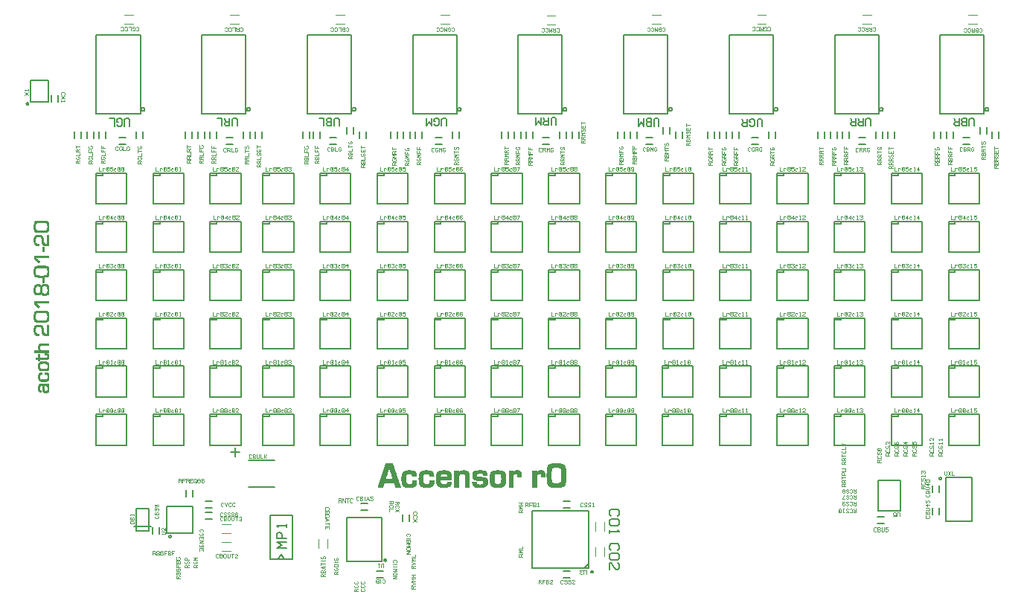
<source format=gbr>
%FSTAX24Y24*%
%MOIN*%
%IN SILK1.GBR *%
%ADD10C,0.0010*%
%ADD11C,0.0028*%
%ADD12C,0.0040*%
%ADD13C,0.0050*%
%ADD14C,0.0056*%
%ADD15C,0.0071*%
D13*X007362Y008957D02*G01X008051D01*Y010335D01*X006673D01*Y008957D01*
X007362D01*X006821Y010236D02*X006969D01*Y010335D01*X006673D01*
Y010236D01*X006821D01*X010248Y020583D02*X009948D01*X010248Y020283D02*
X009948D01*X005445Y020583D02*X005145D01*X005445Y020283D02*X005145D01*
X037874Y008957D02*X038563D01*Y010335D01*X037185D01*Y008957D01*
X037874D01*X037333Y010236D02*X03748D01*Y010335D01*X037185D01*
Y010236D01*X037333D01*X009921Y017618D02*X01061D01*Y018996D01*
X009232D01*Y017618D01*X009921D01*X00938Y018898D02*X009528D01*
Y018996D01*X009232D01*Y018898D01*X00938D01*X008157Y004776D02*
Y004476D01*X008457Y004776D02*Y004476D01*X009921Y008957D02*X01061D01*
Y010335D01*X009232D01*Y008957D01*X009921D01*X00938Y010236D02*
X009528D01*Y010335D01*X009232D01*Y010236D01*X00938D01*
X019961Y017618D02*X02065D01*Y018996D01*X019272D01*Y017618D01*
X019961D01*X019419Y018898D02*X019567D01*Y018996D01*X019272D01*
Y018898D01*X019419D01*X042992Y013287D02*X043681D01*Y014665D01*
X042303D01*Y013287D01*X042992D01*X042451Y014567D02*X042598D01*
Y014665D01*X042303D01*Y014567D01*X042451D01*X030197Y011122D02*
X030886D01*Y0125D01*X029508D01*Y011122D01*X030197D01*X029656Y012402D02*
X029803D01*Y0125D01*X029508D01*Y012402D01*X029656D01*X009921Y011122D02*
X01061D01*Y0125D01*X009232D01*Y011122D01*X009921D01*X00938Y012402D02*
X009528D01*Y0125D01*X009232D01*Y012402D01*X00938D01*X039063Y020839D02*
Y020539D01*X039363Y020839D02*Y020539D01*X014843Y006791D02*X015531D01*
Y008169D01*X014154D01*Y006791D01*X014843D01*X014301Y008071D02*
X014449D01*Y008169D01*X014154D01*Y008071D01*X014301D01*
X019961Y006791D02*X02065D01*Y008169D01*X019272D01*Y006791D01*
X019961D01*X019419Y008071D02*X019567D01*Y008169D01*X019272D01*
Y008071D01*X019419D01*X017402Y008957D02*X018091D01*Y010335D01*
X016713D01*Y008957D01*X017402D01*X01686Y010236D02*X017008D01*
Y010335D01*X016713D01*Y010236D01*X01686D01*X030157Y006791D02*
X030846D01*Y008169D01*X029468D01*Y006791D01*X030157D01*
X029616Y008071D02*X029764D01*Y008169D01*X029468D01*Y008071D01*
X029616D01*X019961Y011122D02*X02065D01*Y0125D01*X019272D01*Y011122D01*
X019961D01*X019419Y012402D02*X019567D01*Y0125D01*X019272D01*Y012402D01*
X019419D01*X003708Y020839D02*Y020539D01*X004008Y020839D02*Y020539D01*
X001978Y022667D02*Y023159D01*X001191D01*Y022175D01*X001978D01*
Y022667D01*X001099Y022101D02*X001093Y022126D01*X001075Y022144D01*
X00105Y022151D01*X001025Y022144D01*X001007Y022126D01*X001001Y022101D01*
X001007Y022077D01*X001025Y022059D01*X00105Y022052D01*X001075Y022059D01*
X001093Y022077D01*X001099Y022101D01*X02252Y008957D02*X023209D01*
Y010335D01*X021831D01*Y008957D01*X02252D01*X021978Y010236D02*
X022126D01*Y010335D01*X021831D01*Y010236D01*X021978D01*
X020276Y023425D02*Y025197D01*X018307D01*Y021654D01*X020276D01*
Y023425D01*X020472Y02185D02*X020466Y021881D01*X020449Y021906D01*
X020424Y021923D01*X020394Y021929D01*X020364Y021923D01*
X020338Y021906D01*X020321Y021881D01*X020315Y02185D01*X020321Y02182D01*
X020338Y021795D01*X020364Y021778D01*X020394Y021772D01*
X020424Y021778D01*X020449Y021795D01*X020466Y02182D01*X020472Y02185D01*
X040433Y013287D02*X041122D01*Y014665D01*X039744D01*Y013287D01*
X040433D01*X039892Y014567D02*X040039D01*Y014665D01*X039744D01*
Y014567D01*X039892D01*X019961Y015453D02*X02065D01*Y016831D01*
X019272D01*Y015453D01*X019961D01*X019419Y016732D02*X019567D01*
Y016831D01*X019272D01*Y016732D01*X019419D01*X025079Y011122D02*
X025768D01*Y0125D01*X02439D01*Y011122D01*X025079D01*X024537Y012402D02*
X024685D01*Y0125D01*X02439D01*Y012402D01*X024537D01*X012283Y013287D02*
X012972D01*Y014665D01*X011594D01*Y013287D01*X012283D01*
X011742Y014567D02*X01189D01*Y014665D01*X011594D01*Y014567D01*
X011742D01*X007362Y013287D02*X008051D01*Y014665D01*X006673D01*
Y013287D01*X007362D01*X006821Y014567D02*X006969D01*Y014665D01*
X006673D01*Y014567D01*X006821D01*X007362Y015453D02*X008051D01*
Y016831D01*X006673D01*Y015453D01*X007362D01*X006821Y016732D02*
X006969D01*Y016831D01*X006673D01*Y016732D01*X006821D01*
X033792Y020583D02*X033492D01*X033792Y020283D02*X033492D01*
X006641Y003103D02*Y002803D01*X006941Y003103D02*Y002803D01*
X032756Y013287D02*X033445D01*Y014665D01*X032067D01*Y013287D01*
X032756D01*X032215Y014567D02*X032362D01*Y014665D01*X032067D01*
Y014567D01*X032215D01*D12*X014843Y025689D02*X015236D01*Y026083D02*
X014843D01*D13*X025063Y004D02*X025363D01*X025063Y0043D02*X025363D01*
D12*X014469Y002185D02*Y002579D01*X014075D02*Y002185D01*D13*
X02252Y017618D02*X023209D01*Y018996D01*X021831D01*Y017618D01*X02252D01*
X021978Y018898D02*X022126D01*Y018996D01*X021831D01*Y018898D01*
X021978D01*X016929Y002559D02*Y003543D01*X015354D01*Y001575D01*
X016929D01*Y002559D01*X017119Y001649D02*X017113Y001673D01*
X017095Y001691D01*X01707Y001698D01*X017046Y001691D01*X017028Y001673D01*
X017021Y001649D01*X017028Y001624D01*X017046Y001606D01*X01707Y001599D01*
X017095Y001606D01*X017113Y001624D01*X017119Y001649D01*
X015551Y023425D02*Y025197D01*X013583D01*Y021654D01*X015551D01*
Y023425D01*X015748Y02185D02*X015742Y021881D01*X015725Y021906D01*
X015699Y021923D01*X015669Y021929D01*X015639Y021923D01*
X015614Y021906D01*X015597Y021881D01*X015591Y02185D01*X015597Y02182D01*
X015614Y021795D01*X015639Y021778D01*X015669Y021772D01*
X015699Y021778D01*X015725Y021795D01*X015742Y02182D01*X015748Y02185D01*
X035315Y008957D02*X036004D01*Y010335D01*X034626D01*Y008957D01*
X035315D01*X034774Y010236D02*X034921D01*Y010335D01*X034626D01*
Y010236D01*X034774D01*X014843Y011122D02*X015531D01*Y0125D01*X014154D01*
Y011122D01*X014843D01*X014301Y012402D02*X014449D01*Y0125D01*X014154D01*
Y012402D01*X014301D01*X037015Y020839D02*Y020539D01*X037315Y020839D02*
Y020539D01*X035315Y015453D02*X036004D01*Y016831D01*X034626D01*
Y015453D01*X035315D01*X034774Y016732D02*X034921D01*Y016831D01*
X034626D01*Y016732D01*X034774D01*X012283Y006791D02*X012972D01*
Y008169D01*X011594D01*Y006791D01*X012283D01*X011742Y008071D02*
X01189D01*Y008169D01*X011594D01*Y008071D01*X011742D01*
X010827Y023425D02*Y025197D01*X008858D01*Y021654D01*X010827D01*
Y023425D01*X011024Y02185D02*X011018Y021881D01*X011001Y021906D01*
X010975Y021923D01*X010945Y021929D01*X010915Y021923D01*
X010889Y021906D01*X010872Y021881D01*X010866Y02185D01*X010872Y02182D01*
X010889Y021795D01*X010915Y021778D01*X010945Y021772D01*
X010975Y021778D01*X011001Y021795D01*X011018Y02182D01*X011024Y02185D01*
X02252Y015453D02*X023209D01*Y016831D01*X021831D01*Y015453D01*X02252D01*
X021978Y016732D02*X022126D01*Y016831D01*X021831D01*Y016732D01*
X021978D01*X02252Y013287D02*X023209D01*Y014665D01*X021831D01*
Y013287D01*X02252D01*X021978Y014567D02*X022126D01*Y014665D01*
X021831D01*Y014567D01*X021978D01*X012903Y001691D02*Y003651D01*
X011903D01*Y001691D01*X012903D01*X012553D01*X012403Y001891D01*
X012253Y001691D01*X012903D01*X027638Y006791D02*X028327D01*Y008169D01*
X026949D01*Y006791D01*X027638D01*X027096Y008071D02*X027244D01*
Y008169D01*X026949D01*Y008071D01*X027096D01*X018733Y020539D02*
Y020839D01*X018433Y020539D02*Y020839D01*X040433Y008957D02*X041122D01*
Y010335D01*X039744D01*Y008957D01*X040433D01*X039892Y010236D02*
X040039D01*Y010335D01*X039744D01*Y010236D01*X039892D01*
X025063Y00085D02*X025363D01*X025063Y00115D02*X025363D01*
X024889Y020839D02*Y020539D01*X025189Y020839D02*Y020539D01*
X025079Y013287D02*X025768D01*Y014665D01*X02439D01*Y013287D01*
X025079D01*X024537Y014567D02*X024685D01*Y014665D01*X02439D01*
Y014567D01*X024537D01*X005913Y020839D02*Y020539D01*X006213Y020839D02*
Y020539D01*X037867D02*Y020839D01*X037567Y020539D02*Y020839D01*
X034259D02*Y020539D01*X034559Y020839D02*Y020539D01*X003157Y020839D02*
Y020539D01*X003457Y020839D02*Y020539D01*X042992Y017618D02*X043681D01*
Y018996D01*X042303D01*Y017618D01*X042992D01*X042451Y018898D02*
X042598D01*Y018996D01*X042303D01*Y018898D01*X042451D01*
X038595Y020583D02*X038295D01*X038595Y020283D02*X038295D01*
X032756Y011122D02*X033445D01*Y0125D01*X032067D01*Y011122D01*X032756D01*
X032215Y012402D02*X032362D01*Y0125D01*X032067D01*Y012402D01*X032215D01*
X017402Y015453D02*X018091D01*Y016831D01*X016713D01*Y015453D01*
X017402D01*X01686Y016732D02*X017008D01*Y016831D01*X016713D01*
Y016732D01*X01686D01*X031504Y020839D02*Y020539D01*X031804Y020839D02*
Y020539D01*X035315Y011122D02*X036004D01*Y0125D01*X034626D01*Y011122D01*
X035315D01*X034774Y012402D02*X034921D01*Y0125D01*X034626D01*Y012402D01*
X034774D01*X030197Y015453D02*X030886D01*Y016831D01*X029508D01*
Y015453D01*X030197D01*X029656Y016732D02*X029803D01*Y016831D01*
X029508D01*Y016732D01*X029656D01*X017402Y006791D02*X018091D01*
Y008169D01*X016713D01*Y006791D01*X017402D01*X01686Y008071D02*
X017008D01*Y008169D01*X016713D01*Y008071D01*X01686D01*
X004803Y015453D02*X005492D01*Y016831D01*X004114D01*Y015453D01*
X004803D01*X004262Y016732D02*X004409D01*Y016831D01*X004114D01*
Y016732D01*X004262D01*X006102Y023425D02*Y025197D01*X004134D01*
Y021654D01*X006102D01*Y023425D01*X006299Y02185D02*X006293Y021881D01*
X006276Y021906D01*X006251Y021923D01*X00622Y021929D01*X00619Y021923D01*
X006165Y021906D01*X006148Y021881D01*X006142Y02185D01*X006148Y02182D01*
X006165Y021795D01*X00619Y021778D01*X00622Y021772D01*X006251Y021778D01*
X006276Y021795D01*X006293Y02182D01*X006299Y02185D01*X041882Y003689D02*
Y003989D01*X041582Y003689D02*Y003989D01*Y004973D02*Y004673D01*
X041882Y004973D02*Y004673D01*X035315Y013287D02*X036004D01*Y014665D01*
X034626D01*Y013287D01*X035315D01*X034774Y014567D02*X034921D01*
Y014665D01*X034626D01*Y014567D01*X034774D01*X019961Y008957D02*
X02065D01*Y010335D01*X019272D01*Y008957D01*X019961D01*
X019419Y010236D02*X019567D01*Y010335D01*X019272D01*Y010236D01*
X019419D01*X042992Y011122D02*X043681D01*Y0125D01*X042303D01*Y011122D01*
X042992D01*X042451Y012402D02*X042598D01*Y0125D01*X042303D01*Y012402D01*
X042451D01*X010716Y020839D02*Y020539D01*X011016Y020839D02*Y020539D01*
X040433Y017618D02*X041122D01*Y018996D01*X039744D01*Y017618D01*
X040433D01*X039892Y018898D02*X040039D01*Y018996D01*X039744D01*
Y018898D01*X039892D01*X027638Y011122D02*X028327D01*Y0125D01*X026949D01*
Y011122D01*X027638D01*X027096Y012402D02*X027244D01*Y0125D01*X026949D01*
Y012402D01*X027096D01*X032756Y015453D02*X033445D01*Y016831D01*
X032067D01*Y015453D01*X032756D01*X032215Y016732D02*X032362D01*
Y016831D01*X032067D01*Y016732D01*X032215D01*X029067Y020583D02*
X028767D01*X029067Y020283D02*X028767D01*X029724Y023425D02*Y025197D01*
X027756D01*Y021654D01*X029724D01*Y023425D01*X029921Y02185D02*
X029915Y021881D01*X029898Y021906D01*X029873Y021923D01*
X029843Y021929D01*X029812Y021923D01*X029787Y021906D01*X02977Y021881D01*
X029764Y02185D01*X02977Y02182D01*X029787Y021795D01*X029812Y021778D01*
X029843Y021772D01*X029873Y021778D01*X029898Y021795D01*X029915Y02182D01*
X029921Y02185D01*X044259Y020839D02*Y020539D01*X044559Y020839D02*
Y020539D01*X030157Y008957D02*X030846D01*Y010335D01*X029468D01*
Y008957D01*X030157D01*X029616Y010236D02*X029764D01*Y010335D01*
X029468D01*Y010236D01*X029616D01*X008669Y020839D02*Y020539D01*
X008969Y020839D02*Y020539D01*D12*X026492Y003343D02*Y002949D01*
X026886D02*Y003343D01*D13*X025Y023425D02*Y025197D01*X023031D01*
Y021654D01*X025D01*Y023425D01*X025197Y02185D02*X025191Y021881D01*
X025174Y021906D01*X025148Y021923D01*X025118Y021929D01*
X025088Y021923D01*X025062Y021906D01*X025045Y021881D01*X025039Y02185D01*
X025045Y02182D01*X025062Y021795D01*X025088Y021778D01*X025118Y021772D01*
X025148Y021778D01*X025174Y021795D01*X025191Y02182D01*X025197Y02185D01*
X042992Y008957D02*X043681D01*Y010335D01*X042303D01*Y008957D01*
X042992D01*X042451Y010236D02*X042598D01*Y010335D01*X042303D01*
Y010236D01*X042451D01*X022291Y020839D02*Y020539D01*X022591Y020839D02*
Y020539D01*D12*X010157Y002461D02*X009764D01*Y002067D02*X010157D01*D13*
X030197Y017618D02*X030886D01*Y018996D01*X029508D01*Y017618D01*
X030197D01*X029656Y018898D02*X029803D01*Y018996D01*X029508D01*
Y018898D01*X029656D01*X042992Y015453D02*X043681D01*Y016831D01*
X042303D01*Y015453D01*X042992D01*X042451Y016732D02*X042598D01*
Y016831D01*X042303D01*Y016732D01*X042451D01*X012283Y011122D02*
X012972D01*Y0125D01*X011594D01*Y011122D01*X012283D01*X011742Y012402D02*
X01189D01*Y0125D01*X011594D01*Y012402D01*X011742D01*X039173Y023425D02*
Y025197D01*X037205D01*Y021654D01*X039173D01*Y023425D01*X03937Y02185D02*
X039364Y021881D01*X039347Y021906D01*X039321Y021923D01*
X039291Y021929D01*X039261Y021923D01*X039236Y021906D01*
X039219Y021881D01*X039213Y02185D01*X039219Y02182D01*X039236Y021795D01*
X039261Y021778D01*X039291Y021772D01*X039321Y021778D01*
X039347Y021795D01*X039364Y02182D01*X03937Y02185D01*X01733Y020839D02*
Y020539D01*X01763Y020839D02*Y020539D01*X020086Y020839D02*Y020539D01*
X020386Y020839D02*Y020539D01*D12*X029016Y025689D02*X029409D01*
Y026083D02*X029016D01*D13*X004803Y008957D02*X005492D01*Y010335D01*
X004114D01*Y008957D01*X004803D01*X004262Y010236D02*X004409D01*
Y010335D01*X004114D01*Y010236D01*X004262D01*X007362Y011122D02*
X008051D01*Y0125D01*X006673D01*Y011122D01*X007362D01*X006821Y012402D02*
X006969D01*Y0125D01*X006673D01*Y012402D01*X006821D01*X014843Y017618D02*
X015531D01*Y018996D01*X014154D01*Y017618D01*X014843D01*
X014301Y018898D02*X014449D01*Y018996D01*X014154D01*Y018898D01*
X014301D01*X030197Y013287D02*X030886D01*Y014665D01*X029508D01*
Y013287D01*X030197D01*X029656Y014567D02*X029803D01*Y014665D01*
X029508D01*Y014567D01*X029656D01*X004803Y011122D02*X005492D01*Y0125D01*
X004114D01*Y011122D01*X004803D01*X004262Y012402D02*X004409D01*Y0125D01*
X004114D01*Y012402D01*X004262D01*X037874Y013287D02*X038563D01*
Y014665D01*X037185D01*Y013287D01*X037874D01*X037333Y014567D02*
X03748D01*Y014665D01*X037185D01*Y014567D01*X037333D01*
X039422Y003595D02*X039122D01*X039422Y003295D02*X039122D01*
X040433Y006791D02*X041122D01*Y008169D01*X039744D01*Y006791D01*
X040433D01*X039892Y008071D02*X040039D01*Y008169D01*X039744D01*
Y008071D01*X039892D01*D12*X005394Y025689D02*X005787D01*Y026083D02*
X005394D01*D13*X015992Y003885D02*X016292D01*X015992Y004185D02*
X016292D01*X004803Y006791D02*X005492D01*Y008169D01*X004114D01*
Y006791D01*X004803D01*X004262Y008071D02*X004409D01*Y008169D01*
X004114D01*Y008071D01*X004262D01*D10*X001938Y010755D02*
X001898Y010715D01*X001588Y011335D02*X001548Y011295D01*
X001708Y014005D02*X001668Y013965D01*X001578Y010515D02*
X001548Y010485D01*X001388Y012165D02*X001358Y012135D01*
X001608Y013645D02*X001578Y013615D01*X001918Y014445D02*
X001888Y014415D01*X001388Y014815D02*X001358Y014785D01*
X001388Y016195D02*X001358Y016165D01*X001928Y009255D02*
X001908Y009235D01*X001748Y009475D02*X001728Y009455D01*
X001568Y009525D02*X001548Y009505D01*X001928Y009775D02*
X001908Y009755D01*X001568Y010025D02*X001548Y010005D01*
X001378Y012795D02*X001358Y012775D01*X001918Y013625D02*
X001898Y013605D01*X001378Y013985D02*X001358Y013965D01*
X001378Y016825D02*X001358Y016805D01*X001888Y009235D02*
X001878Y009225D01*X001938Y009275D02*X001928Y009265D01*
X001718Y009385D02*X001708Y009375D01*X001728Y009445D02*
X001718Y009435D01*X001538Y009455D02*X001528Y009445D01*
X001548Y009495D02*X001538Y009485D01*X001588Y009535D02*
X001578Y009525D01*X001618Y009545D02*X001608Y009535D01*
X001878Y009745D02*X001868Y009735D01*X001898Y009755D02*
X001888Y009745D01*X001938Y009805D02*X001928Y009795D01*
X001538Y009955D02*X001528Y009945D01*X001548Y009995D02*
X001538Y009985D01*X001588Y010035D02*X001578Y010025D01*
X001608Y010045D02*X001598Y010035D01*X001838Y010055D02*
X001828Y010045D01*Y010215D02*X001818Y010205D01*X001888Y010225D02*
X001878Y010215D01*X001918Y010235D02*X001908Y010225D01*
X001928Y010255D02*X001918Y010245D01*X001938Y010275D02*
X001928Y010265D01*X001538Y010445D02*X001528Y010435D01*
X001548Y010475D02*X001538Y010465D01*X001598Y010525D02*
X001588Y010515D01*X001628Y010535D02*X001618Y010525D01*
X001688Y010545D02*X001678Y010535D01*X001428Y010715D02*
X001418Y010705D01*X001528Y010725D02*X001518Y010715D01*
X001538Y010895D02*X001528Y010885D01*X001838Y010905D02*
X001828Y010895D01*X001348Y011035D02*X001338Y011025D01*
X001568Y011045D02*X001558Y011035D01*X001538Y011265D02*
X001528Y011255D01*X001548Y011285D02*X001538Y011275D01*
X001608Y011345D02*X001598Y011335D01*X001648Y011355D02*
X001638Y011345D01*X001928Y011795D02*X001918Y011785D01*
X001338Y012055D02*X001328Y012045D01*X001348Y012105D02*
X001338Y012095D01*X001358Y012125D02*X001348Y012115D01*
X001408Y012175D02*X001398Y012165D01*X001438Y012185D02*
X001428Y012175D01*X001938Y012185D02*X001928Y012175D01*
X001848Y012395D02*X001838Y012385D01*X001888Y012405D02*
X001878Y012395D01*X001908Y012415D02*X001898Y012405D01*
X001918Y012435D02*X001908Y012425D01*X001928Y012455D02*
X001918Y012445D01*X001938Y012515D02*X001928Y012505D01*
X001338Y012675D02*X001328Y012665D01*X001348Y012735D02*
X001338Y012725D01*X001358Y012765D02*X001348Y012755D01*
X001408Y012805D02*X001398Y012795D01*X001438Y012815D02*
X001428Y012805D01*X001528Y012825D02*X001518Y012815D01*
X001348Y013255D02*X001338Y013245D01*X001878Y013605D02*
X001868Y013595D01*X001568Y013615D02*X001558Y013605D01*
X001928Y013645D02*X001918Y013635D01*X001618Y013675D02*
X001608Y013665D01*X001938Y013695D02*X001928Y013685D01*
X001338Y013875D02*X001328Y013865D01*X001348Y013935D02*
X001338Y013925D01*X001658Y013935D02*X001648Y013925D01*
X001358Y013955D02*X001348Y013945D01*X001668Y013955D02*
X001658Y013945D01*X001398Y013995D02*X001388Y013985D01*
X001438Y014005D02*X001428Y013995D01*X001758Y014015D02*
X001748Y014005D01*X001728Y014285D02*X001718Y014275D01*
X001788Y014405D02*X001778Y014395D01*X001868Y014415D02*
X001858Y014405D01*X001928Y014475D02*X001918Y014465D01*
X001938Y014535D02*X001928Y014525D01*X001338Y014695D02*
X001328Y014685D01*X001348Y014745D02*X001338Y014735D01*
X001358Y014775D02*X001348Y014765D01*X001418Y014825D02*
X001408Y014815D01*X001468Y014835D02*X001458Y014825D01*
X001628Y014845D02*X001618Y014835D01*X001348Y015275D02*
X001338Y015265D01*X001728Y015695D02*X001718Y015685D01*
X001548Y015825D02*X001538Y015815D01*X001928Y015835D02*
X001918Y015825D01*X001338Y016085D02*X001328Y016075D01*
X001348Y016135D02*X001338Y016125D01*X001358Y016155D02*
X001348Y016145D01*X001408Y016205D02*X001398Y016195D01*
X001438Y016215D02*X001428Y016205D01*X001938Y016215D02*
X001928Y016205D01*X001498Y016225D02*X001488Y016215D01*
X001838Y016425D02*X001828Y016415D01*X001888Y016435D02*
X001878Y016425D01*X001908Y016445D02*X001898Y016435D01*
X001918Y016465D02*X001908Y016455D01*X001928Y016485D02*
X001918Y016475D01*X001938Y016545D02*X001928Y016535D01*
X001338Y016705D02*X001328Y016695D01*X001348Y016765D02*
X001338Y016755D01*X001358Y016795D02*X001348Y016785D01*
X001398Y016835D02*X001388Y016825D01*X001438Y016845D02*
X001428Y016835D01*X001508Y016855D02*X001498Y016845D01*
X001798Y009165D02*X001808Y009155D01*X001768Y009175D02*
X001778Y009165D01*X001598Y009185D02*X001608Y009175D01*
X001728Y009205D02*X001758Y009175D01*X001538Y009225D02*
X001578Y009185D01*X001718Y009235D02*X001728Y009225D01*
X001808Y009235D02*X001818Y009225D01*X001648Y009245D02*
X001658Y009235D01*X001528Y009255D02*X001538Y009245D01*
X001778Y009255D02*X001798Y009235D01*X001768Y009275D02*
X001778Y009265D01*X001588Y009285D02*X001628Y009245D01*
X001708Y009285D02*X001718Y009275D01*X001578Y009315D02*
X001588Y009305D01*X001988Y009395D02*X001998Y009385D01*
X001928Y009415D02*X001938Y009405D01*X001978Y009435D02*
X001988Y009425D01*X001968Y009455D02*X001978Y009445D01*
X001958Y009475D02*X001968Y009465D01*X001738Y009485D02*
X001748Y009475D01*X001878Y009485D02*X001928Y009435D01*
X001978Y009545D02*X001988Y009535D01*X001728Y009665D02*
X001738Y009655D01*X001638Y009675D02*X001648Y009665D01*
X001598Y009685D02*X001608Y009675D01*X001548Y009725D02*
X001588Y009685D01*X001538Y009745D02*X001548Y009735D01*
X001648Y009745D02*X001658Y009735D01*X001528Y009775D02*
X001538Y009765D01*X001588Y009785D02*X001628Y009745D01*
X001578Y009825D02*X001588Y009815D01*X001988Y009935D02*
X001998Y009925D01*X001928Y009945D02*X001938Y009935D01*
X001908Y009975D02*X001928Y009955D01*X001978Y009975D02*
X001988Y009965D01*X001888Y009985D02*X001898Y009975D01*
X001828Y009995D02*X001838Y009985D01*X001968Y009995D02*
X001978Y009985D01*X001668Y010045D02*X001678Y010035D01*
X001928Y010045D02*X001968Y010005D01*X001898Y010055D02*
X001908Y010045D01*X001678Y010145D02*X001688Y010135D01*
X001618Y010155D02*X001628Y010145D01*X001588Y010165D02*
X001598Y010155D01*X001548Y010195D02*X001578Y010165D01*
X001538Y010215D02*X001548Y010205D01*X001698Y010215D02*
X001708Y010205D01*X001628Y010225D02*X001638Y010215D01*
X001528Y010245D02*X001538Y010235D01*X001598Y010245D02*
X001618Y010225D01*X001588Y010265D02*X001598Y010255D01*
X001578Y010305D02*X001588Y010295D01*X001928Y010415D02*
X001938Y010405D01*X001988Y010425D02*X001998Y010415D01*
X001918Y010435D02*X001928Y010425D01*X001908Y010455D02*
X001918Y010445D01*X001888Y010465D02*X001898Y010455D01*
X001978Y010465D02*X001988Y010455D01*X001828Y010475D02*
X001838Y010465D01*X001948Y010515D02*X001978Y010485D01*
X001928Y010525D02*X001938Y010515D01*X001898Y010535D02*
X001908Y010525D01*X001838Y010545D02*X001848Y010535D01*
X001528Y010595D02*X001538Y010585D01*X001518Y010645D02*
X001528Y010635D01*X001418Y010655D02*X001428Y010645D01*
X001588Y010725D02*X001598Y010715D01*X001928Y010815D02*
X001938Y010805D01*X001918Y010835D02*X001928Y010825D01*
X001988Y010835D02*X001998Y010825D01*X001898Y010845D02*
X001908Y010835D01*X001828Y010855D02*X001838Y010845D01*
X001578Y010895D02*X001588Y010885D01*X001948Y010895D02*
X001988Y010855D01*X001928Y010905D02*X001938Y010895D01*
X001338Y010975D02*X001348Y010965D01*X001978Y011035D02*
X001988Y011025D01*X001668Y011045D02*X001678Y011035D01*
X001638Y011055D02*X001648Y011045D01*X001548Y011065D02*
X001568Y011045D01*X001538Y011085D02*X001548Y011075D01*
X001598Y011085D02*X001628Y011055D01*X001528Y011105D02*
X001538Y011095D01*X001588Y011105D02*X001598Y011095D01*
X001578Y011145D02*X001588Y011135D01*X001978Y011355D02*
X001988Y011345D01*X001458Y011725D02*X001468Y011715D01*
X001798Y011725D02*X001808Y011715D01*X001418Y011735D02*
X001428Y011725D01*X001758Y011735D02*X001768Y011725D01*
X001718Y011765D02*X001748Y011735D01*X001358Y011775D02*
X001398Y011735D01*X001548Y011785D02*X001558Y011775D01*
X001348Y011795D02*X001358Y011785D01*X001468Y011795D02*
X001478Y011785D01*X001708Y011795D02*X001718Y011785D01*
X001868Y011795D02*X001878Y011785D01*X001438Y011805D02*
X001448Y011795D01*X001808Y011805D02*X001818Y011795D01*
X001338Y011815D02*X001348Y011805D01*X001408Y011825D02*
X001428Y011805D01*X001698Y011825D02*X001708Y011815D01*
X001768Y011835D02*X001798Y011805D01*X001398Y011845D02*
X001408Y011835D01*X001758Y011865D02*X001768Y011855D01*
X001328Y011875D02*X001338Y011865D01*X001688Y011875D02*
X001698Y011865D01*X001388Y011905D02*X001398Y011895D01*
X001748Y011915D02*X001758Y011905D01*X001678Y011935D02*
X001688Y011925D01*X001738Y012005D02*X001748Y011995D01*
X001668Y012015D02*X001678Y012005D01*X001658Y012055D02*
X001668Y012045D01*X001728Y012065D02*X001738Y012055D01*
X001718Y012095D02*X001728Y012085D01*X001628Y012105D02*
X001658Y012075D01*X001608Y012115D02*X001618Y012105D01*
X001708Y012125D02*X001718Y012115D01*X001678Y012165D02*
X001708Y012135D01*X001658Y012175D02*X001668Y012165D01*
X001628Y012185D02*X001638Y012175D01*X001978Y012185D02*
X001988Y012175D01*X001628Y012315D02*X001638Y012305D01*
X001458Y012325D02*X001468Y012315D01*X001408Y012335D02*
X001418Y012325D01*X001358Y012365D02*X001388Y012335D01*
X001348Y012385D02*X001358Y012375D01*X001478Y012395D02*
X001488Y012385D01*X001438Y012405D02*X001448Y012395D01*
X001338Y012415D02*X001348Y012405D01*X001418Y012415D02*
X001428Y012405D01*X001408Y012435D02*X001418Y012425D01*
X001398Y012455D02*X001408Y012445D01*X001328Y012465D02*
X001338Y012455D01*X001388Y012515D02*X001398Y012505D01*
X001928Y012625D02*X001938Y012615D01*X001988Y012665D02*
X001998Y012655D01*X001918Y012685D02*X001928Y012675D01*
X001978Y012715D02*X001988Y012705D01*X001888Y012735D02*
X001918Y012705D01*X001858Y012745D02*X001868Y012735D01*
X001968Y012745D02*X001978Y012735D01*X001778Y012755D02*
X001788Y012745D01*X001958Y012765D02*X001968Y012755D01*
X001938Y012795D02*X001958Y012775D01*X001918Y012805D02*
X001928Y012795D01*X001878Y012815D02*X001888Y012805D01*
X001798Y012825D02*X001808Y012815D01*X001418Y013075D02*
X001528Y012965D01*X001488Y013105D02*X001578Y013015D01*
X001338Y013145D02*X001408Y013075D01*Y013175D02*X001478Y013105D01*
X001978Y013255D02*X001988Y013245D01*X001718Y013535D02*
X001728Y013525D01*X001408Y013545D02*X001418Y013535D01*
X001388Y013555D02*X001398Y013545D01*X001668Y013565D02*
X001698Y013535D01*X001348Y013585D02*X001378Y013555D01*
X001658Y013595D02*X001668Y013585D01*X001738Y013605D02*
X001748Y013595D01*X001338Y013615D02*X001348Y013605D01*
X001438Y013615D02*X001448Y013605D01*X001648Y013615D02*
X001658Y013605D01*X001698Y013635D02*X001728Y013605D01*
X001398Y013645D02*X001428Y013615D01*X001688Y013655D02*
X001698Y013645D01*X001328Y013665D02*X001338Y013655D01*
X001388Y013705D02*X001398Y013695D01*X001928Y013825D02*
X001938Y013815D01*X001988Y013875D02*X001998Y013865D01*
X001608Y013885D02*X001618Y013875D01*X001918Y013895D02*
X001928Y013885D01*X001578Y013925D02*X001608Y013895D01*
X001898Y013925D02*X001918Y013905D01*X001978Y013925D02*
X001988Y013915D01*X001548Y013935D02*X001558Y013925D01*
X001638Y013935D02*X001648Y013925D01*X001878Y013935D02*
X001888Y013925D01*X001838Y013945D02*X001848Y013935D01*
X001968Y013955D02*X001978Y013945D01*X001948Y013985D02*
X001968Y013965D01*X001598Y013995D02*X001638Y013955D01*
X001928Y013995D02*X001938Y013985D01*X001568Y014005D02*
X001578Y013995D01*X001908Y014005D02*X001918Y013995D01*
X001858Y014015D02*X001868Y014005D01*X001718Y014085D02*
X001728Y014075D01*X001778Y014285D02*X001788Y014275D01*
X001508Y014335D02*X001518Y014325D01*X001428Y014345D02*
X001438Y014335D01*X001398Y014355D02*X001408Y014345D01*
X001378Y014365D02*X001388Y014355D01*X001358Y014375D02*
X001368Y014365D01*X001348Y014395D02*X001358Y014385D01*
X001538Y014405D02*X001548Y014395D01*X001458Y014415D02*
X001468Y014405D01*X001338Y014425D02*X001348Y014415D01*
X001408Y014445D02*X001438Y014415D01*X001398Y014475D02*
X001408Y014465D01*X001328Y014485D02*X001338Y014475D01*
X001388Y014525D02*X001398Y014515D01*X001928Y014645D02*
X001938Y014635D01*X001988Y014675D02*X001998Y014665D01*
X001918Y014705D02*X001928Y014695D01*X001908Y014725D02*
X001918Y014715D01*X001978Y014735D02*X001988Y014725D01*
X001898Y014745D02*X001908Y014735D01*X001878Y014755D02*
X001888Y014745D01*X001838Y014765D02*X001848Y014755D01*
X001968Y014765D02*X001978Y014755D01*X001928Y014815D02*
X001968Y014775D01*X001898Y014825D02*X001908Y014815D01*
X001858Y014835D02*X001868Y014825D01*X001698Y014845D02*
X001708Y014835D01*X001468Y015045D02*X001528Y014985D01*Y015085D02*
X001578Y015035D01*X001338Y015165D02*X001458Y015045D01*
X001428Y015175D02*X001518Y015085D01*X001398Y015195D02*
X001418Y015175D01*X001978Y015275D02*X001988Y015265D01*
X001738Y015495D02*X001748Y015485D01*X001718Y015505D02*
X001728Y015495D01*X001778Y015695D02*X001788Y015685D01*
X001478Y015755D02*X001488Y015745D01*X001808Y015755D02*
X001818Y015745D01*X001418Y015765D02*X001428Y015755D01*
X001758Y015765D02*X001768Y015755D01*X001398Y015775D02*
X001408Y015765D01*X001728Y015785D02*X001748Y015765D01*
X001358Y015805D02*X001388Y015775D01*X001718Y015805D02*
X001728Y015795D01*X001348Y015825D02*X001358Y015815D01*
X001488Y015825D02*X001498Y015815D01*X001548Y015825D02*
X001558Y015815D01*X001708Y015825D02*X001718Y015815D01*
X001438Y015835D02*X001448Y015825D01*X001808Y015835D02*
X001818Y015825D01*X001338Y015855D02*X001348Y015845D01*
X001408Y015855D02*X001428Y015835D01*X001698Y015855D02*
X001708Y015845D01*X001768Y015865D02*X001798Y015835D01*
X001398Y015875D02*X001408Y015865D01*X001758Y015895D02*
X001768Y015885D01*X001328Y015905D02*X001338Y015895D01*
X001688Y015905D02*X001698Y015895D01*X001388Y015935D02*
X001398Y015925D01*X001748Y015945D02*X001758Y015935D01*
X001678Y015965D02*X001688Y015955D01*X001738Y016035D02*
X001748Y016025D01*X001668Y016045D02*X001678Y016035D01*
X001658Y016085D02*X001668Y016075D01*X001728Y016095D02*
X001738Y016085D01*X001718Y016125D02*X001728Y016115D01*
X001628Y016135D02*X001658Y016105D01*X001608Y016145D02*
X001618Y016135D01*X001538Y016155D02*X001548Y016145D01*
X001708Y016155D02*X001718Y016145D01*X001678Y016195D02*
X001708Y016165D01*X001658Y016205D02*X001668Y016195D01*
X001638Y016215D02*X001648Y016205D01*X001978Y016215D02*
X001988Y016205D01*X001568Y016225D02*X001578Y016215D01*
X001468Y016355D02*X001478Y016345D01*X001418Y016365D02*
X001428Y016355D01*X001388Y016375D02*X001398Y016365D01*
X001358Y016395D02*X001378Y016375D01*X001348Y016415D02*
X001358Y016405D01*X001488Y016425D02*X001498Y016415D01*
X001438Y016435D02*X001448Y016425D01*X001338Y016445D02*
X001348Y016435D01*X001418Y016445D02*X001428Y016435D01*
X001408Y016465D02*X001418Y016455D01*X001398Y016485D02*
X001408Y016475D01*X001328Y016495D02*X001338Y016485D01*
X001388Y016545D02*X001398Y016535D01*X001928Y016655D02*
X001938Y016645D01*X001988Y016695D02*X001998Y016685D01*
X001918Y016725D02*X001928Y016715D01*X001978Y016745D02*
X001988Y016735D01*X001888Y016765D02*X001918Y016735D01*
X001868Y016775D02*X001878Y016765D01*X001968Y016775D02*
X001978Y016765D01*X001808Y016785D02*X001818Y016775D01*
X001958Y016795D02*X001968Y016785D01*X001938Y016825D02*
X001958Y016805D01*X001918Y016835D02*X001928Y016825D01*
X001888Y016845D02*X001898Y016835D01*X001818Y016855D02*
X001828Y016845D01*X001338Y010965D02*X001988D01*X001338Y010975D02*
X001988D01*X001338Y010985D02*X001988D01*X001338Y015275D02*X001988D01*
X001338Y010995D02*X001988D01*X001338Y011005D02*X001988D01*
X001338Y015265D02*X001988D01*X001338Y011015D02*X001988D01*
X001338Y011025D02*X001988D01*X001338Y015255D02*X001988D01*
X001338Y011035D02*X001988D01*X001338Y015245D02*X001988D01*
X001338Y015235D02*X001988D01*X001338Y015225D02*X001988D01*
X001338Y015215D02*X001988D01*X001338Y015205D02*X001988D01*
X001338Y013185D02*X001988D01*X001338Y013195D02*X001988D01*
X001338Y013205D02*X001988D01*X001338Y013215D02*X001988D01*
X001338Y013225D02*X001988D01*X001338Y013255D02*X001988D01*
X001338Y013245D02*X001988D01*X001338Y013235D02*X001988D01*
X001348Y012755D02*X001968D01*X001348Y012385D02*X001968D01*
X001348Y016785D02*X001968D01*X001348Y016415D02*X001968D01*
X001348Y014765D02*X001968D01*X001348Y014395D02*X001968D01*
X001358Y012375D02*X001968D01*X001358Y016405D02*X001968D01*
X001358Y014775D02*X001968D01*X001358Y014385D02*X001958D01*
X001358Y014375D02*X001958D01*X001358Y012365D02*X001958D01*
X001358Y014785D02*X001958D01*X001358Y016795D02*X001958D01*
X001358Y016805D02*X001958D01*X001358Y016395D02*X001958D01*
X001358Y012765D02*X001958D01*X001358Y012775D02*X001958D01*
X001368Y012355D02*X001948D01*X001368Y016385D02*X001948D01*
X001368Y012785D02*X001948D01*X001368Y016815D02*X001948D01*
X001368Y014795D02*X001948D01*X001368Y014365D02*X001948D01*
X001418Y010715D02*X001988D01*X001418Y010705D02*X001988D01*
X001378Y012795D02*X001938D01*X001378Y014805D02*X001938D01*
X001378Y016825D02*X001938D01*X001378Y012345D02*X001938D01*
X001418Y010685D02*X001978D01*X001378Y016375D02*X001938D01*
X001418Y010695D02*X001978D01*X001388Y014355D02*X001938D01*
X001418Y010675D02*X001968D01*X001388Y012335D02*X001928D01*
X001418Y010665D02*X001958D01*X001388Y014815D02*X001928D01*
X001398Y016365D02*X001928D01*X001398Y016835D02*X001918D01*
X001418Y010655D02*X001938D01*X001408Y012805D02*X001918D01*
X001408Y014345D02*X001908D01*X001418Y010645D02*X001908D01*
X001418Y014825D02*X001898D01*X001418Y012325D02*X001898D01*
X001968Y015745D02*Y016215D01*X001978Y011715D02*Y012185D01*
X001958Y015745D02*Y016215D01*X001968Y011715D02*Y012185D01*
X001988Y015745D02*Y016215D01*Y011715D02*Y012185D01*X001978Y015745D02*
Y016215D01*X001958Y011715D02*Y012185D01*X001948Y015745D02*Y016215D01*
X001938Y015745D02*Y016215D01*X001948Y011715D02*Y012185D01*
X001938Y011715D02*Y012185D01*X001928Y011715D02*Y012185D01*Y015745D02*
Y016215D01*X001388Y014355D02*Y014815D01*X001428Y016355D02*X001888D01*
X001388Y012335D02*Y012795D01*X001378Y012345D02*Y012795D01*Y016375D02*
Y016825D01*X001938Y014355D02*Y014805D01*X001538Y009485D02*X001988D01*
X001938Y012345D02*Y012795D01*X001388Y016375D02*Y016825D01*
X001938Y016375D02*Y016825D01*X001438Y016845D02*X001888D01*
X001548Y009505D02*X001988D01*X001688Y013545D02*Y013985D01*
X001548Y011285D02*X001988D01*X001548Y011295D02*X001988D01*
X001548Y009495D02*X001988D01*X001378Y014365D02*Y014805D01*
X001938Y013545D02*Y013985D01*X001438Y012815D02*X001878D01*
X001548Y010205D02*X001978D01*X001948Y012355D02*Y012785D01*
X001548Y009735D02*X001978D01*X001368Y012355D02*Y012785D01*
X001548Y009725D02*X001978D01*X001548Y010475D02*X001978D01*
X001548Y010485D02*X001978D01*X001948Y013555D02*Y013985D01*
X001438Y014335D02*X001868D01*X001388Y013555D02*Y013985D01*
X001378Y013555D02*Y013985D01*X001368Y016385D02*Y016815D01*
X001948Y014365D02*Y014795D01*X001558Y009515D02*X001988D01*
X001948Y016385D02*Y016815D01*X001368Y014365D02*Y014795D01*
X001558Y011305D02*X001988D01*X001548Y010195D02*X001968D01*
X001568Y009525D02*X001988D01*X001388Y011745D02*Y012165D01*Y015775D02*
Y016195D01*X001568Y011315D02*X001988D01*X001678Y013555D02*Y013975D01*
X001958Y013555D02*Y013975D01*X001618Y013555D02*Y013975D01*
X001958Y014375D02*Y014785D01*X001558Y010185D02*X001968D01*
X001958Y016395D02*Y016805D01*X001558Y009715D02*X001968D01*
X001958Y012365D02*Y012775D01*X001578Y011325D02*X001988D01*
X001368Y013565D02*Y013975D01*X001358Y016395D02*Y016805D01*Y014375D02*
Y014785D01*Y012365D02*Y012775D01*X001558Y010495D02*X001968D01*
X001628Y013565D02*Y013965D01*X001588Y011335D02*X001988D01*
X001968Y013565D02*Y013965D01*X001588Y009535D02*X001988D01*
X001378Y015785D02*Y016185D01*X001668Y013565D02*Y013965D01*
X001378Y011755D02*Y012155D01*X001568Y010175D02*X001958D01*
X001358Y013575D02*Y013965D01*X001568Y010505D02*X001958D01*
X001568Y009705D02*X001958D01*X001468Y014835D02*X001858D01*
X001968Y016405D02*Y016785D01*Y014395D02*Y014775D01*X001468Y012315D02*
X001848D01*X001368Y015795D02*Y016175D01*X001968Y012375D02*Y012755D01*
X001608Y011345D02*X001988D01*X001368Y011765D02*Y012145D01*
X001768Y009175D02*Y009545D01*X001938Y009175D02*Y009545D01*
X001948Y009175D02*Y009545D01*X001758Y009175D02*Y009545D01*
X001348Y014395D02*Y014765D01*Y016415D02*Y016785D01*Y012385D02*
Y012755D01*X001618Y009545D02*X001988D01*X001578Y009695D02*X001948D01*
X001578Y010165D02*X001948D01*X001578Y010515D02*X001948D01*
X001638Y013585D02*Y013955D01*X001348Y012115D02*X001718D01*
X001578Y010965D02*Y011325D01*X001358Y011775D02*Y012135D01*
X001748Y009185D02*Y009545D01*X001358Y015805D02*Y016165D01*
X001958Y009185D02*Y009545D01*X001348Y013585D02*Y013945D01*
X001978Y013585D02*Y013945D01*X001718Y011765D02*Y012115D01*
X001358Y012125D02*X001708D01*X001358Y012135D02*X001708D01*
X001658Y013595D02*Y013945D01*X001938Y010165D02*Y010515D01*
X001588Y009685D02*X001938D01*X001358Y016155D02*X001708D01*
X001948Y010165D02*Y010515D01*X001938Y009685D02*Y010035D01*
X001358Y016165D02*X001708D01*X001578Y010165D02*Y010515D01*
X001568Y010965D02*Y011315D01*X001478Y016345D02*X001828D01*
X001578Y009185D02*Y009525D01*X001718Y015805D02*Y016145D01*
X001648Y011355D02*X001988D01*X001708Y015825D02*Y016165D01*Y011795D02*
Y012135D01*X001978Y016425D02*Y016765D01*Y014415D02*Y014755D01*
Y012395D02*Y012735D01*X001728Y015785D02*Y016115D01*Y011755D02*
Y012085D01*X001578Y009695D02*Y010025D01*X001368Y016175D02*X001698D01*
X001368Y012145D02*X001698D01*X001598Y010525D02*X001928D01*
X001598Y010155D02*X001928D01*X001958Y010175D02*Y010505D01*
X001568Y009195D02*Y009525D01*X001948Y009695D02*Y010025D01*
X001568Y010175D02*Y010505D01*X001348Y011795D02*Y012115D01*
X001698Y015855D02*Y016175D01*Y011825D02*Y012145D01*X001568Y009705D02*
Y010025D01*X001348Y015825D02*Y016145D01*X001658Y013595D02*X001978D01*
X001658Y013945D02*X001978D01*X001528Y010585D02*Y010895D01*
X001538Y010585D02*Y010895D01*X001548Y010585D02*Y010895D01*
X001568Y010585D02*Y010895D01*X001558Y009205D02*Y009515D01*Y010185D02*
Y010495D01*Y010585D02*Y010895D01*X001578Y010585D02*Y010895D01*
X001588Y010585D02*Y010895D01*X001648Y013615D02*Y013925D01*
X001738Y011745D02*Y012055D01*Y015775D02*Y016085D01*X001958Y009705D02*
Y010015D01*X001968Y010185D02*Y010495D01*X001608Y009675D02*X001918D01*
X001378Y012155D02*X001688D01*X001668Y013585D02*X001978D01*
X001378Y016185D02*X001688D01*X001508Y016855D02*X001818D01*
X001338Y013615D02*Y013925D01*Y012415D02*Y012725D01*Y014425D02*
Y014735D01*Y016445D02*Y016755D01*X001668Y013955D02*X001968D01*
X001668Y013565D02*X001968D01*X001668Y013965D02*X001968D01*
X001988Y013615D02*Y013915D01*X001558Y009715D02*Y010015D01*
X001668Y013575D02*X001968D01*X001548Y009215D02*Y009505D01*
X001348Y013605D02*X001638D01*X001348Y013595D02*X001638D01*
X001348Y013585D02*X001638D01*X001968Y009715D02*Y010005D01*
X001348Y013935D02*X001638D01*X001348Y013945D02*X001638D01*
X001548Y010195D02*Y010485D01*X001388Y012165D02*X001678D01*
X001388Y016195D02*X001678D01*X001708Y015825D02*X001988D01*
X001548Y009725D02*Y010005D01*X001678Y013555D02*X001958D01*
X001678Y013975D02*X001958D01*X001358Y013955D02*X001638D01*
X001978Y010205D02*Y010485D01*X001338Y011815D02*Y012095D01*
X001988Y012425D02*Y012705D01*Y014445D02*Y014725D01*Y016455D02*
Y016735D01*X001688Y011875D02*Y012155D01*Y015905D02*Y016185D01*
X001718Y011765D02*X001988D01*X001528Y012825D02*X001798D01*
X001718Y011775D02*X001988D01*X001718Y015805D02*X001988D01*
X001718Y015815D02*X001988D01*X001718Y011785D02*X001988D01*
X001628Y010535D02*X001898D01*X001628Y010145D02*X001898D01*
X001738Y009195D02*Y009465D01*X001358Y013965D02*X001628D01*
X001338Y015855D02*Y016125D01*X001968Y009195D02*Y009465D01*
X001358Y013575D02*X001628D01*X001518Y014325D02*X001778D01*
X001978Y009725D02*Y009985D01*X001538Y009225D02*Y009485D01*
X001688Y013985D02*X001948D01*X001748Y015765D02*Y016025D01*
X001728Y011755D02*X001988D01*X001748Y011735D02*Y011995D01*
X001728Y015795D02*X001988D01*X001368Y013565D02*X001628D01*
X001728Y015785D02*X001988D01*X001738Y011745D02*X001988D01*
X001728Y009215D02*X001978D01*X001408Y016205D02*X001658D01*
X001558Y011055D02*Y011305D01*X001728Y009205D02*Y009455D01*Y009225D02*
X001978D01*X001368Y013975D02*X001618D01*X001408Y012175D02*X001658D01*
X001538Y010215D02*Y010465D01*X001688Y013545D02*X001938D01*
X001738Y015775D02*X001988D01*X001538Y009745D02*Y009985D01*
X001748Y011735D02*X001988D01*X001378Y013555D02*X001618D01*
X001748Y015765D02*X001988D01*X001938Y010655D02*Y010895D01*
X001728Y009205D02*X001968D01*X001548Y011065D02*Y011295D01*
X001698Y013995D02*X001928D01*X001378Y013985D02*X001608D01*
X001678Y015965D02*Y016195D01*Y011935D02*Y012165D01*X001978Y009215D02*
Y009445D01*X001988Y010225D02*Y010455D01*X001948Y010665D02*Y010895D01*
X001738Y009195D02*X001968D01*X001648Y009665D02*X001878D01*
X001958Y010665D02*Y010885D01*X001768Y015755D02*X001988D01*
X001698Y013535D02*X001918D01*X001768Y011725D02*X001988D01*Y009755D02*
Y009965D01*X001718Y014075D02*Y014285D01*X001728Y014075D02*Y014285D01*
X001748Y009185D02*X001958D01*X001738Y014075D02*Y014285D01*
X001748Y014075D02*Y014285D01*Y015485D02*Y015695D01*X001788Y014075D02*
Y014285D01*Y015485D02*Y015695D01*X001758Y015485D02*Y015695D01*
X001768Y014075D02*Y014285D01*X001758Y014075D02*Y014285D01*
X001768Y015485D02*Y015695D01*X001778Y015485D02*Y015695D01*Y014075D02*
Y014285D01*X001328Y013665D02*Y013865D01*X001358Y015815D02*X001558D01*
X001728Y015495D02*Y015695D01*X001398Y013995D02*X001598D01*
X001328Y014485D02*Y014685D01*X001718Y015495D02*Y015695D01*Y009235D02*
Y009435D01*X001968Y010675D02*Y010875D01*X001438Y016215D02*X001638D01*
X001328Y016495D02*Y016695D01*X001358Y011785D02*X001558D01*
X001328Y012465D02*Y012665D01*X001398Y013545D02*X001598D01*
X001358Y011775D02*X001558D01*X001708Y014005D02*X001908D01*
X001358Y015805D02*X001558D01*X001738Y015495D02*Y015695D01*
X001538Y011085D02*Y011275D01*X001528Y010245D02*Y010435D01*
X001438Y012185D02*X001628D01*X001998Y013675D02*Y013865D01*
X001528Y009255D02*Y009445D01*X001758Y009175D02*X001948D01*
X001988Y009235D02*Y009425D01*X001368Y011765D02*X001558D01*
X001348Y014405D02*X001538D01*X001368Y015795D02*X001558D01*
X001788Y012745D02*X001968D01*X001378Y011755D02*X001558D01*
X001978Y010685D02*Y010865D01*X001788Y014405D02*X001968D01*
X001408Y013075D02*Y013255D01*X001348Y012745D02*X001528D01*
X001808Y011715D02*X001988D01*X001378Y015785D02*X001558D01*
X001398Y012335D02*Y012505D01*X001588Y010965D02*Y011135D01*
X001398Y013085D02*Y013255D01*X001818Y015745D02*X001988D01*
X001388Y015775D02*X001558D01*X001398Y014645D02*Y014815D01*Y015105D02*
Y015275D01*X001328Y011875D02*Y012045D01*Y015905D02*Y016075D01*
X001998Y012485D02*Y012655D01*Y014495D02*Y014665D01*Y016515D02*
Y016685D01*X001928Y016655D02*Y016825D01*Y016365D02*Y016535D01*
Y014645D02*Y014815D01*Y014355D02*Y014525D01*Y013825D02*Y013995D01*
Y012625D02*Y012795D01*Y012335D02*Y012505D01*X001398Y016365D02*
Y016535D01*X001558Y013925D02*X001728D01*X001398Y016665D02*Y016835D01*
X001758Y011735D02*Y011905D01*X001548Y016145D02*X001718D01*
X001758Y015765D02*Y015935D01*X001528Y009775D02*Y009945D01*
X001388Y011745D02*X001558D01*X001398Y014355D02*Y014515D01*
X001708Y011795D02*X001868D01*X001398Y013835D02*Y013995D01*Y011735D02*
X001558D01*X001728Y013525D02*X001888D01*X001418Y013535D02*X001578D01*
X001538Y010215D02*X001698D01*X001398Y012635D02*Y012795D01*
X001828Y010845D02*X001988D01*X001398Y011735D02*Y011895D01*
X001388Y015115D02*Y015275D01*Y013095D02*Y013255D01*X001828Y010855D02*
X001988D01*X001348Y016145D02*X001508D01*X001348Y016775D02*X001508D01*
X001668Y012015D02*Y012165D01*X001378Y013105D02*Y013255D01*
X001688Y010545D02*X001838D01*X001378Y015125D02*Y015275D01*
X001988Y010705D02*Y010855D01*X001668Y016045D02*Y016195D01*
X001538Y010465D02*X001688D01*X001828Y010215D02*X001978D01*
X001998Y010265D02*Y010415D01*X001828Y010865D02*X001978D01*
X001398Y015775D02*Y015925D01*X001408Y015765D02*X001558D01*
X001398Y013545D02*Y013695D01*Y012015D02*Y012165D01*X001778Y009165D02*
X001928D01*X001828Y009985D02*X001978D01*X001818Y016775D02*X001968D01*
X001568Y013615D02*X001718D01*X001528Y011105D02*Y011255D01*
X001368Y015135D02*Y015275D01*X001928Y013545D02*Y013685D01*
X001368Y013115D02*Y013255D01*X001838Y010465D02*X001978D01*
X001348Y015825D02*X001488D01*X001828Y010005D02*X001968D01*
X001688Y010135D02*X001828D01*Y010875D02*X001968D01*X001398Y016055D02*
Y016195D01*X001538Y009985D02*X001678D01*X001838Y016425D02*X001978D01*
X001828Y009995D02*X001968D01*X001348Y016425D02*X001488D01*
X001828Y010885D02*X001958D01*X001348Y012395D02*X001478D01*X001848D02*
X001978D01*X001428Y011725D02*X001558D01*X001428Y015755D02*X001558D01*
X001828Y010015D02*X001958D01*X001588Y011205D02*Y011335D01*Y010385D02*
Y010515D01*Y010165D02*Y010295D01*Y009905D02*Y010035D01*
X001548Y009995D02*X001678D01*X001768Y015755D02*Y015885D01*
X001538Y009475D02*X001668D01*X001588Y009685D02*Y009815D01*
X001548Y010005D02*X001678D01*X001848Y013935D02*X001978D01*
X001928Y009415D02*Y009545D01*X001358Y013125D02*Y013255D01*
X001348Y014755D02*X001478D01*X001848D02*X001978D01*X001998Y009795D02*
Y009925D01*X001438Y014005D02*X001568D01*X001598Y010965D02*Y011095D01*
X001358Y015145D02*Y015275D01*X001768Y011725D02*Y011855D01*
X001588Y009185D02*Y009305D01*X001348Y013135D02*Y013255D01*Y015155D02*
Y015275D01*X001588Y013625D02*X001708D01*X001828Y010025D02*X001948D01*
X001828Y010895D02*X001948D01*X001918Y012685D02*Y012805D01*
X001588Y013915D02*X001708D01*X001408Y014345D02*Y014465D01*Y012685D02*
Y012805D01*X001348Y011795D02*X001468D01*X001558Y010015D02*X001678D01*
X001658Y012055D02*Y012175D01*X001538Y009225D02*X001658D01*
X001538Y009235D02*X001658D01*Y016085D02*Y016205D01*X001538Y009245D02*
X001658D01*X001538Y009745D02*X001648D01*X001998Y009275D02*Y009385D01*
X001778Y009435D02*Y009545D01*X001918Y014355D02*Y014465D01*Y014705D02*
Y014815D01*X001598Y013905D02*X001708D01*X001918Y016365D02*Y016475D01*
Y012335D02*Y012445D01*X001338Y013925D02*X001448D01*X001918Y016725D02*
Y016835D01*X001698Y013535D02*Y013645D01*Y013885D02*Y013995D01*
X001928Y009685D02*Y009795D01*Y010155D02*Y010265D01*Y010415D02*
Y010525D01*X001338Y015165D02*Y015275D01*Y013145D02*Y013255D01*
X001348Y014415D02*X001458D01*X001868D02*X001978D01*X001548Y009215D02*
X001658D01*X001828Y010035D02*X001938D01*X001568Y010025D02*X001678D01*
X001608Y010965D02*Y011075D01*X001408Y013075D02*X001518D01*
X001538Y009975D02*X001648D01*X001608Y013555D02*Y013665D01*
X001418Y015085D02*X001528D01*X001428Y015075D02*X001538D01*
X001438Y015065D02*X001548D01*X001398Y013085D02*X001508D01*
X001448Y015055D02*X001558D01*X001408Y014705D02*Y014815D01*
X001458Y015045D02*X001568D01*X001408Y016095D02*Y016205D01*
X001388Y013095D02*X001498D01*X001378Y013105D02*X001488D01*
X001408Y016365D02*Y016475D01*Y012065D02*Y012175D01*Y012335D02*
Y012445D01*X001348Y012735D02*X001458D01*X001868D02*X001978D01*
X001408Y016725D02*Y016835D01*X001538Y011275D02*X001648D01*
X001588Y009425D02*Y009535D01*X001918Y013535D02*Y013635D01*
X001598Y011235D02*Y011335D01*X001888Y010225D02*X001988D01*
X001708Y013905D02*Y014005D01*X001478Y013015D02*X001578D01*
X001528Y014985D02*Y015085D01*X001468Y013025D02*X001568D01*
X001458Y013035D02*X001558D01*X001888Y009235D02*X001988D01*
X001448Y013045D02*X001548D01*X001518Y012975D02*Y013075D01*
X001498Y012995D02*Y013095D01*X001918Y013895D02*Y013995D01*
X001338Y015165D02*X001438D01*Y013055D02*X001538D01*X001428Y013065D02*
X001528D01*X001708Y011805D02*X001808D01*X001448Y015055D02*Y015155D01*
X001928Y009165D02*Y009265D01*X001348Y016135D02*X001448D01*
X001618Y012105D02*X001718D01*X001658Y013935D02*X001758D01*
X001618Y016135D02*X001718D01*X001878Y016765D02*X001978D01*
X001408Y015765D02*Y015865D01*X001928Y009945D02*Y010045D01*
X001418Y014725D02*Y014825D01*X001438Y015065D02*Y015165D01*
X001918Y009445D02*Y009545D01*X001708Y015835D02*X001808D01*
X001598Y010155D02*Y010255D01*X001348Y012105D02*X001448D01*
X001598Y010425D02*Y010525D01*X001758Y014015D02*X001858D01*
X001428Y015075D02*Y015175D01*X001348Y016765D02*X001448D01*
X001458Y015045D02*Y015145D01*X001408Y013895D02*Y013995D01*
X001568Y011045D02*X001668D01*X001408Y015095D02*X001508D01*Y012985D02*
Y013085D01*X001338Y013145D02*X001438D01*X001828Y010905D02*X001928D01*
X001348Y013135D02*X001448D01*X001358Y013125D02*X001458D01*
X001558Y009205D02*X001658D01*X001598Y013635D02*X001698D01*
X001368Y013115D02*X001468D01*X001778Y015755D02*Y015855D01*
X001878Y013605D02*X001978D01*X001618Y010965D02*Y011065D01*
X001338Y013615D02*X001438D01*X001478Y015035D02*X001578D01*
X001348Y015155D02*X001448D01*X001358Y015145D02*X001458D01*
X001828Y010045D02*X001928D01*X001368Y015135D02*X001468D01*
X001488Y013005D02*Y013105D01*X001378Y015125D02*X001478D01*
X001778Y009165D02*Y009265D01*X001608Y013885D02*Y013985D01*
X001528Y012965D02*Y013065D01*X001388Y015115D02*X001488D01*
X001408Y011735D02*Y011835D01*X001398Y015105D02*X001498D01*
X001878Y009745D02*X001978D01*X001418Y012325D02*Y012425D01*
X001778Y011725D02*Y011825D01*X001538Y014985D02*Y015075D01*
X001338Y013155D02*X001428D01*X001898Y009755D02*X001988D01*
X001588Y010035D02*X001678D01*X001408Y013545D02*Y013635D01*
X001338Y012725D02*X001428D01*X001408Y015095D02*Y015185D01*
X001418Y015085D02*Y015175D01*Y012715D02*Y012805D01*Y013075D02*
Y013165D01*X001788Y015755D02*Y015845D01*X001908Y012335D02*Y012425D01*
Y012715D02*Y012805D01*X001338Y016125D02*X001428D01*X001908Y013915D02*
Y014005D01*Y014345D02*Y014435D01*X001418Y012085D02*Y012175D01*
X001908Y009455D02*Y009545D01*X001708Y013535D02*Y013625D01*
X001908Y014725D02*Y014815D01*X001788Y011725D02*Y011815D01*
X001908Y016365D02*Y016455D01*Y016745D02*Y016835D01*X001418Y013535D02*
Y013625D01*X001348Y012405D02*X001438D01*X001918Y009675D02*Y009765D01*
Y010155D02*Y010245D01*Y010435D02*Y010525D01*X001708Y009285D02*
Y009375D01*X001888Y012405D02*X001978D01*X001418Y014345D02*Y014435D01*
X001788Y009455D02*Y009545D01*X001598Y009685D02*Y009775D01*
X001538Y010225D02*X001628D01*X001598Y009945D02*Y010035D01*
X001808Y009155D02*X001898D01*X001538Y010455D02*X001628D01*X001898D02*
X001988D01*X001568Y009195D02*X001658D01*X001718Y009235D02*X001808D01*
X001468Y011715D02*X001558D01*X001348Y011805D02*X001438D01*
X001508Y015005D02*Y015095D01*X001608Y009175D02*Y009265D01*
X001648Y016115D02*Y016205D01*X001338Y014425D02*X001428D01*
X001608Y009675D02*Y009765D01*X001518Y014995D02*Y015085D01*
X001608Y011255D02*Y011345D01*X001348Y016435D02*X001438D01*
X001648Y012085D02*Y012175D01*X001888Y016435D02*X001978D01*
X001338Y016755D02*X001428D01*X001338Y012095D02*X001428D01*
X001348Y014745D02*X001438D01*X001628Y010965D02*Y011055D01*
X001888Y014745D02*X001978D01*X001888Y013925D02*X001978D01*
X001488Y015025D02*X001578D01*X001638Y016125D02*Y016215D01*
X001418Y016745D02*Y016835D01*Y016365D02*Y016455D01*Y016115D02*
Y016205D01*X001998Y010735D02*Y010825D01*X001498Y015015D02*Y015105D01*
X001928Y010655D02*Y010745D01*X001598Y009185D02*Y009275D01*
X001928Y010815D02*Y010905D01*X001348Y015835D02*X001438D01*
X001528Y009255D02*X001618D01*X001638Y010965D02*Y011055D01*
X001898Y009975D02*X001978D01*X001908Y010725D02*X001988D01*
X001768Y009655D02*Y009735D01*X001918Y010735D02*X001998D01*
X001908Y010835D02*X001988D01*X001538Y009965D02*X001618D01*
X001538Y012975D02*Y013055D01*X001338Y011815D02*X001418D01*
X001798Y009465D02*Y009545D01*X001418Y013915D02*Y013995D01*
X001638Y012095D02*X001718D01*X001538Y011265D02*X001618D01*
X001778Y009655D02*Y009735D01*X001418Y015765D02*Y015845D01*
X001788Y009165D02*Y009245D01*Y009655D02*Y009735D01*X001678Y014765D02*
Y014845D01*X001558Y015745D02*Y015825D01*Y016145D02*Y016225D01*
X001608Y010445D02*Y010525D01*X001618Y009175D02*Y009255D01*Y009465D02*
Y009545D01*Y009675D02*Y009755D01*X001668Y014765D02*Y014845D01*
X001618Y009965D02*Y010045D01*X001898Y016755D02*X001978D01*
X001918Y009965D02*Y010045D01*X001498Y016145D02*Y016225D01*
X001608Y009965D02*Y010045D01*X001698Y014765D02*Y014845D01*
X001538Y009465D02*X001618D01*X001688Y014765D02*Y014845D01*
X001608Y010155D02*Y010235D01*X001568Y016145D02*Y016225D01*
X001628Y014765D02*Y014845D01*X001648Y014765D02*Y014845D01*
X001898Y014425D02*X001978D01*X001578Y009185D02*X001658D01*
X001638Y014765D02*Y014845D01*Y012305D02*Y012385D01*X001658Y014765D02*
Y014845D01*X001508Y016145D02*Y016225D01*X001898Y012725D02*Y012805D01*
X001548Y016145D02*Y016225D01*Y015745D02*Y015825D01*X001738Y009655D02*
Y009735D01*X001898Y009975D02*Y010055D01*X001738Y013525D02*Y013605D01*
X001758Y009655D02*Y009735D01*X001488Y013005D02*X001568D01*
X001748Y009655D02*Y009735D01*X001898Y009465D02*Y009545D01*
X001918Y009165D02*Y009245D01*X001908Y013535D02*Y013615D01*
X001598Y009455D02*Y009535D01*X001718Y013535D02*Y013615D01*
X001728Y013525D02*Y013605D01*X001488Y015745D02*Y015825D01*
X001748Y009475D02*X001818D01*X001888D02*X001958D01*X001828Y010055D02*
X001898D01*X001608Y010045D02*X001678D01*X001498Y015015D02*X001568D01*
X001488Y015745D02*X001558D01*X001498Y016225D02*X001568D01*
X001548Y014995D02*Y015065D01*X001638Y009175D02*Y009245D01*
X001628Y009175D02*Y009245D01*X001658Y009175D02*Y009245D01*
X001648Y009175D02*Y009245D01*X001548Y012985D02*Y013045D01*
X001498Y012995D02*X001558D01*Y015005D02*Y015055D01*X019196Y005581D02*
X019146Y005631D01*X019586Y005061D02*X019536Y005111D01*
X021626Y005281D02*X021576Y005331D01*X023126Y005601D02*
X023076Y005651D01*X018036Y005071D02*X017996Y005111D01*
X018426Y005581D02*X018386Y005621D01*X020796Y005581D02*
X020756Y005621D01*X022406Y005581D02*X022366Y005621D01*
X018806Y005071D02*X018776Y005101D01*X024176Y005611D02*
X024146Y005641D01*X024556Y005111D02*X024526Y005141D01*
X017396Y005951D02*X017376Y005971D01*X019936Y005611D02*
X019916Y005631D01*X019966Y005591D02*X019946Y005611D01*
X020746Y005621D02*X020726Y005641D01*X021176Y005061D02*
X021156Y005081D01*X021556Y005621D02*X021536Y005641D01*
X021586Y005601D02*X021566Y005621D01*X024196Y005581D02*
X024176Y005601D01*X025086Y005901D02*X025066Y005921D01*
X017076Y005271D02*X017066Y005281D01*X017406Y005931D02*
X017396Y005941D01*X017416Y005901D02*X017406Y005911D01*
X017426Y005871D02*X017416Y005881D01*X017436Y005841D02*
X017426Y005851D01*X017446Y005811D02*X017436Y005821D01*
X017456Y005781D02*X017446Y005791D01*X017466Y005751D02*
X017456Y005761D01*X017476Y005721D02*X017466Y005731D01*
X017486Y005691D02*X017476Y005701D01*X017496Y005661D02*
X017486Y005671D01*X017506Y005631D02*X017496Y005641D01*
X017516Y005601D02*X017506Y005611D01*X017526Y005571D02*
X017516Y005581D01*X017536Y005541D02*X017526Y005551D01*
X017546Y005511D02*X017536Y005521D01*X017556Y005481D02*
X017546Y005491D01*X017566Y005451D02*X017556Y005461D01*
X017576Y005421D02*X017566Y005431D01*X017586Y005391D02*
X017576Y005401D01*X017596Y005361D02*X017586Y005371D01*
X017606Y005331D02*X017596Y005341D01*X017616Y005301D02*
X017606Y005311D01*X017626Y005271D02*X017616Y005281D01*
X017636Y005241D02*X017626Y005251D01*X017646Y005211D02*
X017636Y005221D01*X017656Y005181D02*X017646Y005191D01*
X017666Y005151D02*X017656Y005161D01*X017676Y005131D02*
X017666Y005141D01*X017686Y005101D02*X017676Y005111D01*
X017696Y005071D02*X017686Y005081D01*X017706Y005041D02*
X017696Y005051D01*X017716Y005011D02*X017706Y005021D01*
X017726Y004981D02*X017716Y004991D01*X017736Y004951D02*
X017726Y004961D01*X017986Y005181D02*X017976Y005191D01*
X017996Y005131D02*X017986Y005141D01*X018066Y005061D02*
X018056Y005071D01*X018116Y005051D02*X018106Y005061D01*
X018186Y005661D02*X018176Y005671D01*X018286Y005651D02*
X018276Y005661D01*X018326Y005641D02*X018316Y005651D01*
X018356Y005631D02*X018346Y005641D01*X018376Y005621D02*
X018366Y005631D01*X018436Y005561D02*X018426Y005571D01*
X018446Y005531D02*X018436Y005541D01*X018456Y005491D02*
X018446Y005501D01*X018466Y005191D02*X018456Y005201D01*
X018756Y005221D02*X018746Y005231D01*X018766Y005141D02*
X018756Y005151D01*X018776Y005111D02*X018766Y005121D01*
X018836Y005061D02*X018826Y005071D01*X018886Y005051D02*
X018876Y005061D01*X018966Y005661D02*X018956Y005671D01*
X019056Y005651D02*X019046Y005661D01*X019106Y005641D02*
X019096Y005651D01*X019136Y005631D02*X019126Y005641D01*
X019206Y005561D02*X019196Y005571D01*X019216Y005541D02*
X019206Y005551D01*X019226Y005501D02*X019216Y005511D01*
X019236Y005411D02*X019226Y005421D01*X019246Y005191D02*
X019236Y005201D01*X019536Y005371D02*X019526Y005381D01*
X019536Y005131D02*X019526Y005141D01*X019616Y005051D02*
X019606Y005061D01*X019756Y005661D02*X019746Y005671D01*
X019836Y005651D02*X019826Y005661D01*X019876Y005641D02*
X019866Y005651D01*X019906Y005631D02*X019896Y005641D01*
X019976Y005571D02*X019966Y005581D01*X019986Y005551D02*
X019976Y005561D01*X019996Y005531D02*X019986Y005541D01*
X020006Y005501D02*X019996Y005511D01*X020016Y005451D02*
X020006Y005461D01*X020026Y005311D02*X020016Y005321D01*
X020026Y005151D02*X020016Y005161D01*X020346Y005651D02*
X020336Y005661D01*X020346Y005561D02*X020336Y005571D01*
X020616Y005661D02*X020606Y005671D01*X020676Y005651D02*
X020666Y005661D01*X020706Y005641D02*X020696Y005651D01*
X020806Y005561D02*X020796Y005571D01*X020816Y005541D02*
X020806Y005551D01*X020826Y005511D02*X020816Y005521D01*
X021146Y005141D02*X021136Y005151D01*X021156Y005091D02*
X021146Y005101D01*X021166Y005411D02*X021156Y005421D01*
X021176Y005391D02*X021166Y005401D01*X021196Y005381D02*
X021186Y005391D01*X021196Y005051D02*X021186Y005061D01*
X021216Y005041D02*X021206Y005051D01*X021256Y005371D02*
X021246Y005381D01*X021256Y005031D02*X021246Y005041D01*
X021386Y005661D02*X021376Y005671D01*X021406Y005361D02*
X021396Y005371D01*X021476Y005651D02*X021466Y005661D01*
X021486Y005351D02*X021476Y005361D01*X021516Y005641D02*
X021506Y005651D01*X021536Y005341D02*X021526Y005351D01*
X021566Y005331D02*X021556Y005341D01*X021596Y005581D02*
X021586Y005591D01*X021606Y005561D02*X021596Y005571D01*
X021616Y005521D02*X021606Y005531D01*X021636Y005251D02*
X021626Y005261D01*X021646Y005201D02*X021636Y005211D01*
X021946Y005161D02*X021936Y005171D01*X021956Y005121D02*
X021946Y005131D01*X021966Y005101D02*X021956Y005111D01*
X021976Y005081D02*X021966Y005091D01*X021996Y005071D02*
X021986Y005081D01*X022016Y005061D02*X022006Y005071D01*
X022076Y005051D02*X022066Y005061D01*X022166Y005661D02*
X022156Y005671D01*X022266Y005651D02*X022256Y005661D01*
X022306Y005641D02*X022296Y005651D01*X022336Y005631D02*
X022326Y005641D01*X022356Y005621D02*X022346Y005631D01*
X022416Y005561D02*X022406Y005571D01*X022426Y005531D02*
X022416Y005541D01*X022436Y005501D02*X022426Y005511D01*
X022446Y005451D02*X022436Y005461D01*X022776Y005651D02*
X022766Y005661D01*X022776Y005571D02*X022766Y005581D01*X022786D02*
X022776Y005591D01*X023026Y005661D02*X023016Y005671D01*
X023056Y005651D02*X023046Y005661D01*X023136Y005581D02*
X023126Y005591D01*X023146Y005561D02*X023136Y005571D01*
X023156Y005531D02*X023146Y005541D01*X023166Y005471D02*
X023156Y005481D01*X023836Y005651D02*X023826Y005661D01*
X023836Y005571D02*X023826Y005581D01*X024086Y005661D02*
X024076Y005671D01*X024116Y005651D02*X024106Y005661D01*
X024136Y005641D02*X024126Y005651D01*X024206Y005551D02*
X024196Y005561D01*X024216Y005521D02*X024206Y005531D01*
X024506Y005251D02*X024496Y005261D01*X024516Y005181D02*
X024506Y005191D01*X024526Y005151D02*X024516Y005161D01*
X024576Y005101D02*X024566Y005111D01*X024606Y005091D02*
X024596Y005101D01*X024716Y005081D02*X024706Y005091D01*
X024866Y005971D02*X024856Y005981D01*X024936Y005961D02*
X024926Y005971D01*X024986Y005951D02*X024976Y005961D01*
X025016Y005941D02*X025006Y005951D01*X025036Y005931D02*
X025026Y005941D01*X025056Y005921D02*X025046Y005931D01*
X025096Y005881D02*X025086Y005891D01*X025106Y005861D02*
X025096Y005871D01*X025116Y005841D02*X025106Y005851D01*
X025126Y005801D02*X025116Y005811D01*X025136Y005751D02*
X025126Y005761D01*X025146Y005661D02*X025136Y005671D01*
X016746Y004941D02*X016736Y004931D01*X016756Y004971D02*
X016746Y004961D01*X016766Y005001D02*X016756Y004991D01*
X016776Y005031D02*X016766Y005021D01*X016786Y005071D02*
X016776Y005061D01*X016796Y005101D02*X016786Y005091D01*
X016806Y005131D02*X016796Y005121D01*X016816Y005161D02*
X016806Y005151D01*X016826Y005191D02*X016816Y005181D01*
X016836Y005221D02*X016826Y005211D01*X016846Y005251D02*
X016836Y005241D01*X016856Y005281D02*X016846Y005271D01*
X016866Y005311D02*X016856Y005301D01*X016876Y005341D02*
X016866Y005331D01*X016886Y005371D02*X016876Y005361D01*
X016896Y005401D02*X016886Y005391D01*X016906Y005431D02*
X016896Y005421D01*X016916Y005461D02*X016906Y005451D01*
X016926Y005491D02*X016916Y005481D01*X016936Y005521D02*
X016926Y005511D01*X016946Y005551D02*X016936Y005541D01*
X016956Y005581D02*X016946Y005571D01*X016956Y004931D02*
X016946Y004921D01*X016966Y005611D02*X016956Y005601D01*
X016966Y004961D02*X016956Y004951D01*X016976Y005641D02*
X016966Y005631D01*X016976Y004991D02*X016966Y004981D01*
X016986Y005671D02*X016976Y005661D01*X016986Y005031D02*
X016976Y005021D01*X016996Y005701D02*X016986Y005691D01*
X016996Y005061D02*X016986Y005051D01*X017006Y005731D02*
X016996Y005721D01*X017006Y005091D02*X016996Y005081D01*
X017016Y005761D02*X017006Y005751D01*X017016Y005121D02*
X017006Y005111D01*X017026Y005791D02*X017016Y005781D01*
X017036Y005821D02*X017026Y005811D01*X017046Y005851D02*
X017036Y005841D01*X017056Y005881D02*X017046Y005871D01*
X017066Y005911D02*X017056Y005901D01*X017076Y005941D02*
X017066Y005931D01*X017076Y005311D02*X017066Y005301D01*
X017086Y005971D02*X017076Y005961D01*X017086Y005341D02*
X017076Y005331D01*X017096Y005371D02*X017086Y005361D01*
X017106Y005401D02*X017096Y005391D01*X017116Y005431D02*
X017106Y005421D01*X017126Y005461D02*X017116Y005451D01*
X017136Y005491D02*X017126Y005481D01*X017146Y005521D02*
X017136Y005511D01*X017156Y005551D02*X017146Y005541D01*
X017166Y005581D02*X017156Y005571D01*X017176Y005611D02*
X017166Y005601D01*X017186Y005641D02*X017176Y005631D01*
X017196Y005671D02*X017186Y005661D01*X017206Y005701D02*
X017196Y005691D01*X017216Y005731D02*X017206Y005721D01*
X017226Y005771D02*X017216Y005761D01*X017236Y005801D02*
X017226Y005791D01*X017416Y005281D02*X017406Y005271D01*
X017736Y004931D02*X017726Y004921D01*X017806Y005391D02*
X017796Y005381D01*X017816Y005471D02*X017806Y005461D01*
X017826Y005511D02*X017816Y005501D01*X017836Y005541D02*
X017826Y005531D01*X017846Y005561D02*X017836Y005551D01*
X017896Y005621D02*X017846Y005571D01*X017916Y005631D02*
X017906Y005621D01*X017936Y005641D02*X017926Y005631D01*
X017966Y005651D02*X017956Y005641D01*X017986Y005401D02*
X017976Y005391D01*X017996Y005461D02*X017986Y005451D01*
X018006Y005661D02*X017996Y005651D01*X018006Y005481D02*
X017996Y005471D01*X018016Y005501D02*X018006Y005491D01*
X018036Y005511D02*X018026Y005501D01*X018056Y005521D02*
X018046Y005511D01*X018096Y005671D02*X018086Y005661D01*
X018106Y005531D02*X018096Y005521D01*X018196Y005061D02*
X018186Y005051D01*X018196Y004921D02*X018186Y004911D01*
X018246Y005071D02*X018236Y005061D01*X018266Y005081D02*
X018256Y005071D01*X018286Y005111D02*X018266Y005091D01*
X018286Y004931D02*X018276Y004921D01*X018296Y005161D02*
X018286Y005151D01*X018306Y005201D02*X018296Y005191D01*
X018326Y004941D02*X018316Y004931D01*X018356Y004951D02*
X018346Y004941D01*X018376Y004961D02*X018366Y004951D01*
X018406Y004981D02*X018386Y004961D01*X018426Y004991D02*
X018416Y004981D01*X018446Y005021D02*X018426Y005001D01*
X018456Y005411D02*X018446Y005401D01*X018456Y005041D02*
X018446Y005031D01*X018466Y005101D02*X018456Y005091D01*
X018576Y005321D02*X018566Y005311D01*X018586Y005451D02*
X018576Y005441D01*X018596Y005501D02*X018586Y005491D01*
X018606Y005531D02*X018596Y005521D01*X018616Y005551D02*
X018606Y005541D01*X018626Y005571D02*X018616Y005561D01*
X018666Y005621D02*X018626Y005581D01*X018686Y005631D02*
X018676Y005621D01*X018706Y005641D02*X018696Y005631D01*
X018736Y005651D02*X018726Y005641D01*X018756Y005361D02*
X018746Y005351D01*X018766Y005441D02*X018756Y005431D01*
X018776Y005661D02*X018766Y005651D01*X018806Y005511D02*
X018766Y005471D01*X018826Y005521D02*X018816Y005511D01*
X018866Y005671D02*X018856Y005661D01*X018876Y005531D02*
X018866Y005521D01*X018966Y005061D02*X018956Y005051D01*
X018966Y004921D02*X018956Y004911D01*X019016Y005071D02*
X019006Y005061D01*X019046Y005091D02*X019026Y005071D01*
X019056Y005111D02*X019046Y005101D01*X019056Y004931D02*
X019046Y004921D01*X019066Y005141D02*X019056Y005131D01*
X019076Y005201D02*X019066Y005191D01*X019096Y004941D02*
X019086Y004931D01*X019126Y004951D02*X019116Y004941D01*
X019166Y004971D02*X019146Y004951D01*X019206Y005001D02*
X019176Y004971D01*X019216Y005021D02*X019206Y005011D01*
X019226Y005041D02*X019216Y005031D01*X019236Y005411D02*
X019226Y005401D01*X019236Y005071D02*X019226Y005061D01*
X019246Y005171D02*X019236Y005161D01*X019356Y005441D02*
X019346Y005431D01*X019366Y005491D02*X019356Y005481D01*
X019376Y005531D02*X019366Y005521D01*X019386Y005551D02*
X019376Y005541D01*X019396Y005571D02*X019386Y005561D01*
X019426Y005611D02*X019396Y005581D01*X019456Y005631D02*
X019436Y005611D01*X019476Y005641D02*X019466Y005631D01*
X019506Y005651D02*X019496Y005641D01*X019536Y005451D02*
X019526Y005441D01*X019536Y005261D02*X019526Y005251D01*
X019546Y005661D02*X019536Y005651D01*X019546Y005481D02*
X019536Y005471D01*X019576Y005521D02*X019546Y005491D01*
X019606Y005531D02*X019596Y005521D01*X019636Y005671D02*
X019626Y005661D01*X019676Y005541D02*X019666Y005531D01*
X019746Y004921D02*X019736Y004911D01*X019786Y005061D02*
X019776Y005051D01*X019826Y005081D02*X019806Y005061D01*
X019836Y005101D02*X019826Y005091D01*X019836Y004931D02*
X019826Y004921D01*X019846Y005381D02*X019836Y005371D01*
X019846Y005131D02*X019836Y005121D01*X019856Y005161D02*
X019846Y005151D01*X019876Y004941D02*X019866Y004931D01*
X019906Y004951D02*X019896Y004941D01*X019926Y004961D02*
X019916Y004951D01*X019956Y004981D02*X019936Y004961D01*
X019986Y005001D02*X019966Y004981D01*X019996Y005021D02*
X019986Y005011D01*X020006Y005041D02*X019996Y005031D01*
X020016Y005061D02*X020006Y005051D01*X020026Y005271D02*
X020016Y005261D01*X020026Y005131D02*X020016Y005121D01*
X020176Y005661D02*X020166Y005651D01*X020346Y005631D02*
X020336Y005621D01*X020346Y004931D02*X020336Y004921D01*
X020356Y005421D02*X020346Y005411D01*X020366Y005581D02*
X020346Y005561D01*X020376Y005461D02*X020356Y005441D01*
X020406Y005631D02*X020366Y005591D01*X020406Y005501D02*
X020376Y005471D01*X020426Y005641D02*X020416Y005631D01*
X020426Y005511D02*X020416Y005501D01*X020446Y005651D02*
X020436Y005641D01*X020446Y005521D02*X020436Y005511D01*
X020476Y005661D02*X020466Y005651D01*X020496Y005531D02*
X020486Y005521D01*X020546Y005671D02*X020536Y005661D01*
X020826Y004931D02*X020816Y004921D01*X020976Y005151D02*
X020966Y005141D01*X020986Y005531D02*X020976Y005521D01*
X020996Y005571D02*X020986Y005561D01*X021046Y005631D02*
X020996Y005581D01*X021066Y005641D02*X021056Y005631D01*
X021096Y005651D02*X021086Y005641D01*X021136Y005661D02*
X021126Y005651D01*X021156Y005151D02*X021146Y005141D01*
X021196Y005531D02*X021156Y005491D01*X021216Y005541D02*
X021206Y005531D01*X021236Y005671D02*X021226Y005661D01*
X021256Y005551D02*X021246Y005541D01*X021356Y005041D02*
X021346Y005031D01*X021376Y004921D02*X021366Y004911D01*
X021396Y005051D02*X021386Y005041D01*X021456Y005091D02*
X021416Y005051D01*X021466Y005111D02*X021456Y005101D01*
X021466Y004931D02*X021456Y004921D01*X021506Y004941D02*
X021496Y004931D01*X021536Y004951D02*X021526Y004941D01*
X021556Y004961D02*X021546Y004951D01*X021616Y005471D02*
X021606Y005461D01*X021616Y005011D02*X021566Y004961D01*
X021626Y005031D02*X021616Y005021D01*X021636Y005061D02*
X021626Y005051D01*X021646Y005111D02*X021636Y005101D01*
X021766Y005431D02*X021756Y005421D01*X021776Y005501D02*
X021766Y005491D01*X021786Y005531D02*X021776Y005521D01*
X021796Y005561D02*X021786Y005551D01*X021806Y005581D02*
X021796Y005571D01*X021826Y005611D02*X021806Y005591D01*
X021856Y005631D02*X021836Y005611D01*X021876Y005641D02*
X021866Y005631D01*X021906Y005651D02*X021896Y005641D01*
X021946Y005421D02*X021936Y005411D01*X021956Y005661D02*
X021946Y005651D01*X021956Y005461D02*X021946Y005451D01*
X021966Y005481D02*X021956Y005471D01*X021976Y005501D02*
X021966Y005491D01*X021996Y005511D02*X021986Y005501D01*
X022016Y005521D02*X022006Y005511D01*X022056Y005671D02*
X022046Y005661D01*X022076Y005531D02*X022066Y005521D01*
X022146Y005061D02*X022136Y005051D01*X022166Y004921D02*
X022156Y004911D01*X022196Y005071D02*X022186Y005061D01*
X022216Y005081D02*X022206Y005071D01*X022246Y005101D02*
X022226Y005081D01*X022256Y005121D02*X022246Y005111D01*
X022256Y004931D02*X022246Y004921D01*X022266Y005161D02*
X022256Y005151D01*X022276Y005271D02*X022266Y005261D01*
X022306Y004941D02*X022296Y004931D01*X022326Y004951D02*
X022316Y004941D01*X022346Y004961D02*X022336Y004951D01*
X022406Y005011D02*X022356Y004961D01*X022416Y005031D02*
X022406Y005021D01*X022426Y005061D02*X022416Y005051D01*
X022436Y005091D02*X022426Y005081D01*X022446Y005151D02*
X022436Y005141D01*X022616Y005661D02*X022606Y005651D01*
X022776Y005591D02*X022766Y005581D01*X022776Y004931D02*
X022766Y004921D01*X022786Y005411D02*X022776Y005401D01*
X022796Y005591D02*X022776Y005571D01*X022796Y005451D02*
X022786Y005441D01*X022806Y005471D02*X022796Y005461D01*
X022826Y005631D02*X022796Y005601D01*X022836Y005511D02*
X022806Y005481D01*X022846Y005641D02*X022836Y005631D01*
X022856Y005521D02*X022846Y005511D01*X022866Y005651D02*
X022856Y005641D01*X022876Y005531D02*X022866Y005521D01*
X022886Y005661D02*X022876Y005651D01*X022926Y005671D02*
X022916Y005661D01*X023166Y005381D02*X023156Y005371D01*
X023666Y005661D02*X023656Y005651D01*X023836Y005621D02*
X023826Y005611D01*X023836Y004931D02*X023826Y004921D01*
X023846Y005581D02*X023836Y005571D01*X023846Y005421D02*
X023836Y005411D01*X023856Y005461D02*X023846Y005451D01*
X023886Y005631D02*X023846Y005591D01*X023906Y005521D02*
X023856Y005471D01*X023916Y005651D02*X023896Y005631D01*
X023936Y005531D02*X023926Y005521D01*X023946Y005661D02*
X023936Y005651D01*X023986Y005671D02*X023976Y005661D01*
X024216Y005381D02*X024206Y005371D01*X024306Y005531D02*
X024296Y005521D01*X024316Y005701D02*X024306Y005691D01*
X024326Y005771D02*X024316Y005761D01*X024336Y005821D02*
X024326Y005811D01*X024346Y005851D02*X024336Y005841D01*
X024356Y005881D02*X024346Y005871D01*X024386Y005921D02*
X024356Y005891D01*X024416Y005941D02*X024396Y005921D01*
X024446Y005951D02*X024436Y005941D01*X024476Y005961D02*
X024466Y005951D01*X024506Y005651D02*X024496Y005641D01*
X024516Y005971D02*X024506Y005961D01*X024516Y005721D02*
X024506Y005711D01*X024526Y005751D02*X024516Y005741D01*
X024546Y005781D02*X024526Y005761D01*X024566Y005791D02*
X024556Y005781D01*X024586Y005801D02*X024576Y005791D01*
X024596Y005981D02*X024586Y005971D01*X024636Y005811D02*
X024626Y005801D01*X024746Y005091D02*X024736Y005081D01*
X024796Y004921D02*X024786Y004911D01*X024846Y005101D02*
X024836Y005091D01*X024876Y005111D02*X024866Y005101D01*
X024916Y004931D02*X024906Y004921D01*X024926Y005151D02*
X024886Y005111D01*X024936Y005171D02*X024926Y005161D01*
X024946Y005231D02*X024936Y005221D01*X024956Y005371D02*
X024946Y005361D01*X024966Y004941D02*X024956Y004931D01*
X025006Y004951D02*X024996Y004941D01*X025026Y004961D02*
X025016Y004951D01*X025046Y004971D02*X025036Y004961D01*
X025096Y005011D02*X025056Y004971D01*X025106Y005031D02*
X025096Y005021D01*X025116Y005061D02*X025106Y005051D01*
X025126Y005101D02*X025116Y005091D01*X025136Y005151D02*
X025126Y005141D01*X025146Y005231D02*X025136Y005221D01*
X024956Y005961D02*Y004931D01*X024496Y005961D02*Y004931D01*
X024976Y005961D02*Y004941D01*X024966Y005961D02*Y004941D01*
X024486Y005961D02*Y004941D01*X024476Y005961D02*Y004941D01*
X024986Y005951D02*Y004941D01*X024996Y005951D02*Y004941D01*
X024466Y005951D02*Y004941D01*X024456Y005951D02*Y004941D01*
X025006Y005951D02*Y004951D01*X024446Y005951D02*Y004951D01*
X024436Y005941D02*Y004951D01*X024426Y005941D02*Y004951D01*
X025016Y005941D02*Y004951D01*X025026Y005941D02*Y004961D01*
X024416Y005941D02*Y004961D01*X025036Y005931D02*Y004961D01*
X024406Y005931D02*Y004961D01*X025046Y005931D02*Y004971D01*
X024396Y005921D02*Y004971D01*X025056Y005921D02*Y004971D01*
X024386Y005921D02*Y004981D01*X025066Y005921D02*Y004981D01*
X025076Y005911D02*Y004991D01*X024376Y005911D02*Y004991D01*
X025086Y005901D02*Y005001D01*X024366Y005901D02*Y005001D01*
X024356Y005891D02*Y005011D01*X016796Y005121D02*X017676D01*
X025096Y005881D02*Y005011D01*X016806Y005131D02*X017676D01*
X016806Y005151D02*X017666D01*X016806Y005141D02*X017666D01*
X024346Y005871D02*Y005031D01*X016816Y005171D02*X017656D01*
X016816Y005181D02*X017656D01*X016816Y005161D02*X017656D01*
X025106Y005861D02*Y005031D01*X016826Y005191D02*X017646D01*
X016826Y005211D02*X017646D01*X016826Y005201D02*X017646D01*
X017066Y005931D02*Y005121D01*X016836Y005241D02*X017636D01*
X016836Y005221D02*X017636D01*X016836Y005231D02*X017636D01*
X024326Y005811D02*X025116D01*X024326Y005081D02*X025116D01*
X024336Y005841D02*Y005051D01*X017056Y005901D02*Y005121D01*
X024336Y005061D02*X025116D01*X024336Y005071D02*X025116D01*
X016846Y005271D02*X017626D01*X016846Y005261D02*X017626D01*
X016846Y005251D02*X017626D01*X024336Y005821D02*X025116D01*
X024336Y005831D02*X025116D01*X024336Y005841D02*X025116D01*
X017416Y005901D02*Y005121D01*X025116Y005841D02*Y005061D01*
X024336Y005051D02*X025106D01*X024346Y005851D02*X025106D01*
X024346Y005031D02*X025106D01*X024346Y005041D02*X025106D01*
X024346Y005861D02*X025106D01*X017046Y005871D02*Y005121D01*
X024346Y005871D02*X025096D01*X017426D02*Y005121D01*X022646Y005661D02*
Y004921D01*X022636Y005661D02*Y004921D01*X022626Y005661D02*Y004921D01*
X022616Y005661D02*Y004921D01*X022606Y005661D02*Y004921D01*
X020666Y005661D02*Y004921D01*X020216Y005661D02*Y004921D01*
X020656Y005661D02*Y004921D01*X020226Y005661D02*Y004921D01*
X020236Y005661D02*Y004921D01*X020246Y005661D02*Y004921D01*
X020256Y005661D02*Y004921D01*X020266Y005661D02*Y004921D01*
X020276Y005661D02*Y004921D01*X020286Y005661D02*Y004921D01*
X020336Y005661D02*Y004921D01*X020326Y005661D02*Y004921D01*
X020296Y005661D02*Y004921D01*X020306Y005661D02*Y004921D01*
X020316Y005661D02*Y004921D01*X023716Y005661D02*Y004921D01*
X023726Y005661D02*Y004921D01*X023736Y005661D02*Y004921D01*
X023746Y005661D02*Y004921D01*X023756Y005661D02*Y004921D01*
X023766Y005661D02*Y004921D01*X023776Y005661D02*Y004921D01*
X023786Y005661D02*Y004921D01*X023796Y005661D02*Y004921D01*
X023806Y005661D02*Y004921D01*X023816Y005661D02*Y004921D01*
X023826Y005661D02*Y004921D01*X020196Y005661D02*Y004921D01*
X020186Y005661D02*Y004921D01*X020176Y005661D02*Y004921D01*
X020166Y005661D02*Y004921D01*X024356Y005881D02*X025096D01*
X024356Y005021D02*X025096D01*X024356Y005011D02*X025096D01*
X022656Y005661D02*Y004921D01*X022666Y005661D02*Y004921D01*
X022676Y005661D02*Y004921D01*X022686Y005661D02*Y004921D01*
X022696Y005661D02*Y004921D01*X022706Y005661D02*Y004921D01*
X022716Y005661D02*Y004921D01*X022726Y005661D02*Y004921D01*
X022736Y005661D02*Y004921D01*X022746Y005661D02*Y004921D01*
X022756Y005661D02*Y004921D01*X023706Y005661D02*Y004921D01*
X023696Y005661D02*Y004921D01*X022766Y005661D02*Y004921D01*
X020206Y005661D02*Y004921D01*X023656Y005661D02*Y004921D01*
X023666Y005661D02*Y004921D01*X023686Y005661D02*Y004921D01*
X023676Y005661D02*Y004921D01*X024356Y005891D02*X025086D01*
X024326Y005811D02*Y005081D01*X020696Y005651D02*Y004921D01*
X020686Y005651D02*Y004921D01*X020676Y005651D02*Y004921D01*
X020706Y005641D02*Y004921D01*X020716Y005641D02*Y004921D01*
X020726Y005641D02*Y004921D01*X017966Y005651D02*Y004931D01*
X017976Y005651D02*Y004931D01*X017036Y005841D02*Y005121D01*
X019526Y005651D02*Y004931D01*X019516Y005651D02*Y004931D01*
X019506Y005651D02*Y004931D01*X024366Y005001D02*X025086D01*
X018746Y005651D02*Y004931D01*X018736Y005651D02*Y004931D01*
X024366Y005901D02*X025086D01*X022296Y005651D02*Y004931D01*
X022286Y005651D02*Y004931D01*X022276Y005651D02*Y004931D01*
X021936Y005651D02*Y004931D01*X021926Y005651D02*Y004931D01*
X021916Y005651D02*Y004931D01*X017436Y005841D02*Y005121D01*
X020736Y005631D02*Y004921D01*X021906Y005651D02*Y004941D01*
X024376Y005911D02*X025076D01*X019496Y005641D02*Y004941D01*
X019486Y005641D02*Y004941D01*X019476Y005641D02*Y004941D01*
X017936Y005641D02*Y004941D01*X017946Y005641D02*Y004941D01*
X025126Y005801D02*Y005101D01*X024376Y004991D02*X025076D01*
X022316Y005641D02*Y004941D01*X022306Y005641D02*Y004941D01*
X020746Y005621D02*Y004921D01*X018706Y005641D02*Y004941D01*
X021886Y005641D02*Y004941D01*X021896Y005641D02*Y004941D01*
X017956Y005641D02*Y004941D01*X018716Y005641D02*Y004941D01*
X018726Y005641D02*Y004941D01*X020756Y005621D02*Y004921D01*
X022326Y005641D02*Y004951D01*X020766Y005611D02*Y004921D01*
X021876Y005641D02*Y004951D01*X017026Y005811D02*Y005121D01*
X017446Y005811D02*Y005121D01*X018686Y005631D02*Y004951D01*
X019456Y005631D02*Y004951D01*X019466Y005631D02*Y004951D01*
X024386Y004981D02*X025066D01*X018696Y005631D02*Y004951D01*
X024386Y005921D02*X025066D01*X019346Y005311D02*X020026D01*
X017926Y005631D02*Y004951D01*X020776Y005601D02*Y004921D01*
X019346Y005271D02*X020026D01*X017916Y005631D02*Y004951D01*
X019346Y005301D02*X020026D01*X019346Y005261D02*X020026D01*
X021866Y005631D02*Y004951D01*X019346Y005291D02*X020026D01*
X019346Y005281D02*X020026D01*X022336Y005631D02*Y004951D01*
X019346Y005341D02*X020016D01*X019346Y005351D02*X020016D01*
X022346Y005631D02*Y004961D01*X021856Y005631D02*Y004961D01*
X020786Y005591D02*Y004921D01*X016956Y005601D02*Y004931D01*
X019346Y005361D02*X020016D01*X019346Y005371D02*X020016D01*
X016966Y005631D02*Y004961D01*X016976Y005661D02*Y004991D01*
X019346Y005331D02*X020016D01*X019346Y005321D02*X020016D01*
X018676Y005621D02*Y004961D01*X016986Y005691D02*Y005031D01*
X018666Y005621D02*Y004961D01*X016996Y005721D02*Y005061D01*
X017896Y005621D02*Y004961D01*X017456Y005781D02*Y005121D01*
X017016Y005781D02*Y005121D01*X017006Y005751D02*Y005091D01*
X017906Y005621D02*Y004961D01*X024396Y004971D02*X025056D01*
X022356Y005621D02*Y004961D01*X019446Y005621D02*Y004961D01*
X021846Y005621D02*Y004961D01*X020796Y005581D02*Y004921D01*
X020166Y005541D02*X020816D01*X020166Y005531D02*X020816D01*
X023836Y005571D02*Y004921D01*X022776Y005571D02*Y004921D01*
X022366Y005621D02*Y004971D01*X017076Y005961D02*Y005311D01*
X016946Y005571D02*Y004921D01*X019436Y005611D02*Y004961D01*
X020166Y005551D02*X020806D01*X017526Y005571D02*Y004931D01*
X017516Y005601D02*Y004961D01*X017886Y005611D02*Y004971D01*
X024406Y005931D02*X025046D01*X021786Y005531D02*X022426D01*
X017506Y005631D02*Y004991D01*X017496Y005661D02*Y005021D01*
X017486Y005691D02*Y005051D01*X020166Y005561D02*X020806D01*
X017476Y005721D02*Y005081D01*X017466Y005751D02*Y005111D01*
X019426Y005611D02*Y004971D01*X021836Y005611D02*Y004971D01*
X020986Y005031D02*X021626D01*X020806Y005561D02*Y004921D01*
X018656Y005611D02*Y004971D01*X020346Y005561D02*Y004921D01*
X021786Y005541D02*X022416D01*X021786Y005551D02*X022416D01*
X021786Y005041D02*X022416D01*X019376D02*X020006D01*X021786Y005051D02*
X022416D01*X024316Y005761D02*Y005131D01*X019376Y005051D02*X020006D01*
X017826D02*X018456D01*X017086Y005971D02*Y005341D01*X024406Y004961D02*
X025036D01*X022376Y005611D02*Y004981D01*X021786Y005031D02*X022416D01*
X017406Y005931D02*Y005301D01*X020986Y005021D02*X021616D01*
X021826Y005611D02*Y004981D01*X018606Y005051D02*X019226D01*
X017396Y005951D02*Y005331D01*X020996Y005011D02*X021616D01*
X017836Y005041D02*X018456D01*X018606D02*X019226D01*X016936Y005541D02*
Y004921D01*X017536Y005541D02*Y004921D01*X017826Y005531D02*X018446D01*
X020986Y005561D02*X021606D01*X020816Y005541D02*Y004921D01*
X021796Y005561D02*X022416D01*X017876Y005601D02*Y004981D01*
X020986Y005551D02*X021606D01*X018646Y005601D02*Y004981D01*
X019416Y005601D02*Y004981D01*X021796Y005571D02*X022406D01*
X017386Y005971D02*Y005361D01*X020996Y005001D02*X021606D01*
X021796Y005011D02*X022406D01*X018606Y005531D02*X019216D01*
X022386Y005601D02*Y004991D01*X019386Y005031D02*X019996D01*
X017866Y005591D02*Y004981D01*X021816Y005601D02*Y004991D01*
X017836Y005031D02*X018446D01*X018606D02*X019216D01*X018606Y005541D02*
X019216D01*X019376D02*X019986D01*X019386Y005021D02*X019996D01*
X021796D02*X022406D01*X024416Y005941D02*X025026D01*X021026Y005281D02*
X021626D01*X021016Y005291D02*X021616D01*X021006Y005301D02*X021606D01*
X020996Y005581D02*X021596D01*X021006Y005311D02*X021606D01*
X017096Y005971D02*Y005371D01*X021806Y005581D02*X022406D01*
X018636Y005591D02*Y004991D01*X020996Y005571D02*X021596D01*
X019386Y005551D02*X019986D01*X017836D02*X018436D01*X025136Y005751D02*
Y005151D01*X017836Y005541D02*X018436D01*X017846Y005021D02*X018446D01*
X018616D02*X019216D01*X019406Y005591D02*Y004991D01*X017546Y005511D02*
Y004921D01*X022396Y005591D02*Y005001D01*X019396Y005011D02*X019986D01*
X018616D02*X019206D01*X017846D02*X018436D01*X021806Y005591D02*
X022396D01*X021036Y005271D02*X021626D01*X016926Y005511D02*Y004921D01*
X020826Y005511D02*Y004921D01*X024426Y004951D02*X025016D01*
X021806Y005591D02*Y005001D01*X017846Y005561D02*X018436D01*
X021006Y004991D02*X021596D01*X019396Y005001D02*X019986D01*
X018616Y005551D02*X019206D01*X021806Y005001D02*X022396D01*
X018616Y005561D02*X019206D01*X020996Y005321D02*X021586D01*
X019386Y005561D02*X019976D01*X017856Y005581D02*Y005001D01*X018626D02*
X019206D01*X021006Y005591D02*X021586D01*X020996Y005331D02*X021576D01*
X019396Y005571D02*X019976D01*X017376Y005971D02*Y005391D01*
X019396Y005581D02*Y005001D01*X018626Y005581D02*Y005001D01*
X017846Y005571D02*X018426D01*X017856Y005001D02*X018426D01*
X021016Y005601D02*X021586D01*X021816D02*X022386D01*X019406Y004991D02*
X019976D01*X021016Y004981D02*X021586D01*X021816Y004991D02*X022386D01*
X021056Y005261D02*X021626D01*X022406Y005581D02*Y005011D01*
X017106Y005971D02*Y005401D01*X018626Y005571D02*X019196D01*
X019396Y005581D02*X019966D01*X017856D02*X018426D01*X018626D02*
X019196D01*X020986Y005341D02*X021556D01*X017866Y004991D02*X018426D01*
X018636D02*X019196D01*X021016Y004971D02*X021576D01*X017556Y005481D02*
Y004921D01*X019406Y005591D02*X019966D01*X021796Y005571D02*Y005011D01*
X021076Y005251D02*X021636D01*X017846Y005571D02*Y005011D01*
X024446Y005951D02*X025006D01*X016916Y005481D02*Y004921D01*
X017366Y005971D02*Y005421D01*X023656Y005531D02*X024206D01*
X017866Y005591D02*X018416D01*X017866Y004981D02*X018416D01*
X022606Y005531D02*X023156D01*X019416Y004981D02*X019966D01*
X023656Y005551D02*X024206D01*X021826Y004981D02*X022376D01*
X018636Y005591D02*X019186D01*X018616Y005561D02*Y005011D01*
X021026Y005611D02*X021576D01*X021826D02*X022376D01*X023656Y005541D02*
X024206D01*X023656Y005561D02*X024196D01*X020986Y005351D02*X021526D01*
X022606Y005551D02*X023146D01*X022606Y005541D02*X023146D01*
X019416Y005601D02*X019956D01*X022606Y005561D02*X023146D01*
X023656Y005571D02*X024196D01*X024456Y004941D02*X024996D01*
X019386Y005561D02*Y005021D01*X017116Y005971D02*Y005431D01*
X018646Y004981D02*X019186D01*X016906Y005451D02*Y004921D01*
X021106Y005241D02*X021636D01*X021036Y005621D02*X021566D01*
X021036Y004961D02*X021566D01*X017876Y005601D02*X018406D01*
X017566Y005451D02*Y004921D01*X021836Y004971D02*X022366D01*
X018646Y005601D02*X019176D01*X022416Y005561D02*Y005031D01*
X022606Y005571D02*X023136D01*X019426Y005611D02*X019946D01*
X021846Y005621D02*X022366D01*X021786Y005551D02*Y005031D01*
X018656Y004971D02*X019176D01*X019426D02*X019946D01*X017356Y005971D02*
Y005451D01*X017836Y005551D02*Y005031D01*X017126Y005971D02*Y005461D01*
X018606Y005541D02*Y005031D01*X017886Y005611D02*X018396D01*X018656D02*
X019166D01*X021846Y004961D02*X022356D01*X017886Y004971D02*X018396D01*
X019376Y005541D02*Y005041D01*X019436Y004961D02*X019936D01*
X016896Y005421D02*Y004921D01*X021046Y004951D02*X021546D01*
X017576Y005421D02*Y004921D01*X021046Y005631D02*X021546D01*
X024476Y005961D02*X024976D01*X024306Y005691D02*Y005201D01*
X017346Y005971D02*Y005481D01*X021146Y005231D02*X021636D01*
X021856Y005631D02*X022346D01*X017896Y005621D02*X018386D01*X018666D02*
X019156D01*X020986Y005361D02*X021476D01*X018666Y004961D02*X019156D01*
X017896D02*X018386D01*X017136Y005971D02*Y005491D01*X017826Y005531D02*
Y005051D01*X019446Y005621D02*X019926D01*X022426Y005531D02*Y005061D01*
X021066Y005641D02*X021536D01*X021866Y004951D02*X022336D01*
X017586Y005391D02*Y004921D01*X016886Y005391D02*Y004921D01*
X017336Y005971D02*Y005511D01*X018596Y005521D02*Y005061D01*
X024496Y004931D02*X024956D01*X021066Y004941D02*X021526D01*
X021776Y005521D02*Y005061D01*X018686Y004951D02*X019146D01*
X019456Y005631D02*X019916D01*X018686D02*X019146D01*X019456Y004951D02*
X019916D01*X019366Y005521D02*Y005071D01*X017146Y005971D02*Y005521D01*
X017916Y004951D02*X018366D01*X017916Y005631D02*X018366D01*
X021876Y005641D02*X022326D01*X016876Y005361D02*Y004921D01*
X017596Y005361D02*Y004921D01*X020356Y005571D02*X020796D01*
X025146Y005661D02*Y005231D01*X024946Y005361D02*Y004931D01*
X021146Y005661D02*Y005231D01*X021156Y005661D02*Y005231D01*
X021466Y005361D02*Y004931D01*X021476Y005361D02*Y004931D01*
X017326Y005971D02*Y005541D01*X021886Y004941D02*X022316D01*
X020366Y005581D02*X020796D01*X020366Y005591D02*X020786D01*
X019476Y004941D02*X019896D01*X021496Y005351D02*Y004931D01*
X021486Y005351D02*Y004931D01*X019476Y005641D02*X019896D01*
X017026Y005801D02*X017446D01*X017026Y005811D02*X017446D01*
X018706Y005641D02*X019126D01*X017156Y005971D02*Y005551D01*
X017816Y005501D02*Y005081D01*X021136Y005661D02*Y005241D01*
X024516Y005971D02*X024926D01*X021116Y005651D02*Y005241D01*
X024946Y005961D02*Y005551D01*X022436Y005501D02*Y005091D01*
X021096Y005651D02*X021506D01*X017606Y005331D02*Y004921D01*
X021506Y005351D02*Y004941D01*X021516Y005351D02*Y004941D01*
X021526Y005351D02*Y004941D01*X021126Y005651D02*Y005241D01*
X018706Y004941D02*X019116D01*X017936D02*X018346D01*X020986Y005371D02*
X021396D01*X017936Y005641D02*X018346D01*X021106Y005651D02*Y005241D01*
X016866Y005331D02*Y004921D01*X017316Y005971D02*Y005571D01*
X020376Y005601D02*X020776D01*X021096Y004931D02*X021496D01*
X021096Y005651D02*Y005251D01*X017036Y005841D02*X017436D01*
X017036Y005831D02*X017436D01*X017036Y005821D02*X017436D01*
X018586Y005491D02*Y005091D01*X021076Y005641D02*Y005251D01*
X017166Y005971D02*Y005581D01*X021086Y005641D02*Y005251D01*
X021906Y005651D02*X022296D01*X021766Y005491D02*Y005101D01*
X021536Y005341D02*Y004951D01*X021546Y005341D02*Y004951D01*
X019856Y005651D02*Y005261D01*X019846Y005651D02*Y005261D01*
X019866Y005651D02*Y005261D01*X021246Y005221D02*X021636D01*
X021916Y004931D02*X022296D01*X024326Y005091D02*X024706D01*
X017616Y005301D02*Y004921D01*X019876Y005641D02*Y005261D01*
X019356Y005481D02*Y005101D01*X021066Y005641D02*Y005261D01*
X020386Y005611D02*X020766D01*X017046Y005871D02*X017426D01*
X017046Y005861D02*X017426D01*X019886Y005641D02*Y005261D01*
X017046Y005851D02*X017426D01*X021556Y005341D02*Y004961D01*
X019896Y005641D02*Y005261D01*X016856Y005301D02*Y004921D01*
X024746Y005091D02*X025116D01*X019916Y005631D02*Y005261D01*
X019906Y005631D02*Y005261D01*X017306Y005971D02*Y005601D01*
X021566Y005331D02*Y004961D01*X021056Y005631D02*Y005261D01*
X024546Y004921D02*X024906D01*X017176Y005971D02*Y005611D01*
X019926Y005621D02*Y005261D01*X018736Y005651D02*X019096D01*X019506D02*
X019866D01*X020396Y005621D02*X020756D01*X019506Y004931D02*X019866D01*
X021576Y005331D02*Y004971D01*X021046Y005631D02*Y005271D01*
X017056Y005881D02*X017416D01*X017056Y005891D02*X017416D01*
X017056Y005901D02*X017416D01*X021036Y005621D02*Y005271D01*
X023846Y005581D02*X024196D01*X022786D02*X023136D01*X016846Y005271D02*
Y004921D01*X017626Y005271D02*Y004921D01*X017966Y005651D02*X018316D01*
X019936Y005611D02*Y005261D01*X019946Y005611D02*Y005261D01*
X017966Y004931D02*X018316D01*X018736D02*X019086D01*X017066Y005911D02*
X017406D01*X019956Y005601D02*Y005261D01*X017066Y005921D02*X017406D01*
X017066Y005931D02*X017406D01*X017806Y005461D02*Y005121D01*
X023846Y005591D02*X024186D01*X021586Y005321D02*Y004981D01*
X017296Y005971D02*Y005631D01*X019966Y005591D02*Y005261D01*X022266D02*
Y004931D01*X022796Y005591D02*X023126D01*X021136Y005661D02*X021466D01*
X021026Y005611D02*Y005281D01*X020406Y005631D02*X020736D01*
X022796Y005601D02*X023126D01*X017186Y005971D02*Y005641D01*
X017076Y005941D02*X017396D01*X021136Y004921D02*X021456D01*
X021596Y005311D02*Y004991D01*X016836Y005241D02*Y004921D01*
X020166Y005521D02*X020486D01*X017636Y005241D02*Y004921D01*
X023856Y005601D02*X024176D01*X024806Y005801D02*X025126D01*
X024506Y005251D02*Y004931D01*X017076Y005951D02*X017396D01*
X022806Y005611D02*X023116D01*X019976Y005571D02*Y005261D01*
X024506Y005961D02*Y005651D01*X017076Y005961D02*X017386D01*
X021606Y005311D02*Y005001D01*X023866Y005611D02*X024176D01*
X021016Y005601D02*Y005291D01*X017286Y005971D02*Y005661D01*
X022266Y005651D02*Y005351D01*X022446Y005451D02*Y005151D01*
X021956Y005661D02*X022256D01*X020426Y005641D02*X020726D01*
X019696Y005531D02*X019996D01*X022996Y005671D02*Y005371D01*
X023006Y005671D02*Y005371D01*X023016Y005671D02*Y005371D01*
X017086Y005971D02*X017386D01*X024326Y005801D02*X024626D01*
X024056Y005671D02*Y005371D01*X018576Y005441D02*Y005141D01*
X017196Y005971D02*Y005671D01*X024066D02*Y005371D01*X024076Y005671D02*
Y005371D01*X018756Y005651D02*Y005361D01*Y005221D02*Y004931D01*
X021006Y005591D02*Y005301D01*X024936Y005221D02*Y004931D01*
X021776Y005521D02*X022066D01*X021776Y005061D02*X022066D01*
X019376Y005531D02*X019666D01*X024106Y005661D02*Y005371D01*
X024096Y005661D02*Y005371D01*X024086Y005661D02*Y005371D01*
X023026Y005661D02*Y005371D01*X023036Y005661D02*Y005371D01*
X023046Y005661D02*Y005371D01*X022816Y005621D02*X023106D01*X023876D02*
X024166D01*X019986Y005551D02*Y005261D01*X017646Y005211D02*Y004921D01*
X021956D02*X022246D01*X016826Y005211D02*Y004921D01*X024846Y005101D02*
X025126D01*X018166Y005521D02*X018446D01*X017276Y005971D02*Y005691D01*
X021616Y005291D02*Y005011D01*X022146Y005521D02*X022426D01*
X019546Y005661D02*X019826D01*X018936Y005521D02*X019216D01*
X017826Y005061D02*X018106D01*X018596D02*X018876D01*X024116Y005651D02*
Y005371D01*X022146Y005061D02*X022426D01*X024126Y005651D02*Y005371D01*
X023056Y005651D02*Y005371D01*X023066Y005651D02*Y005371D01*
X023076Y005651D02*Y005371D01*X020976Y005041D02*X021246D01*X021356D02*
X021626D01*X018596Y005521D02*X018866D01*X018316Y005201D02*Y004931D01*
X018306Y005201D02*Y004931D01*X019556Y004921D02*X019826D01*
X024136Y005641D02*Y005371D01*X024146Y005641D02*Y005371D01*
X018776Y004921D02*X019046D01*X018006D02*X018276D01*X019346Y005431D02*
Y005161D01*X017206Y005971D02*Y005701D01*X018296Y005201D02*Y004931D01*
X024936Y005961D02*Y005691D01*X024326Y005101D02*X024596D01*
X018006Y005661D02*X018276D01*X018776D02*X019046D01*X022826Y005631D02*
X023096D01*X023886D02*X024156D01*X020166Y005511D02*X020436D01*
X023086Y005641D02*Y005371D01*X023656Y005521D02*X023926D01*
X019066Y005201D02*Y004931D01*X019076Y005201D02*Y004931D01*
X019086Y005201D02*Y004931D01*X019996Y005531D02*Y005261D01*
X020976Y005381D02*X021246D01*X017826Y005521D02*X018096D01*
X018336Y005201D02*Y004941D01*X024866Y005791D02*X025126D01*
X020556Y005521D02*X020816D01*X018346Y005201D02*Y004941D01*
X022606Y005521D02*X022866D01*X019116Y005201D02*Y004941D01*
X019106Y005201D02*Y004941D01*X019096Y005201D02*Y004941D01*
X024596Y005981D02*X024856D01*X020996Y005581D02*Y005321D01*
X018196Y005061D02*X018456D01*X018966D02*X019226D01*X023096Y005631D02*
Y005371D01*X017656Y005181D02*Y004921D01*X020986Y005541D02*X021246D01*
X016816Y005181D02*Y004921D01*X018326Y005201D02*Y004941D01*
X024156Y005631D02*Y005371D01*X018316Y005651D02*Y005401D01*
X018306Y005651D02*Y005401D01*X018296Y005651D02*Y005401D01*
X019056Y005651D02*Y005401D01*X019066Y005651D02*Y005401D01*
X018286Y005651D02*Y005401D01*X019076Y005651D02*Y005401D01*
X018356Y005201D02*Y004951D01*X019086Y005651D02*Y005401D01*
X024876Y005111D02*X025126D01*X019096Y005651D02*Y005401D01*
X017986Y005651D02*Y005401D01*Y005181D02*Y004931D01*X019126Y005201D02*
Y004951D01*X019136Y005201D02*Y004951D01*X019146Y005201D02*Y004951D01*
X018366Y005201D02*Y004951D01*X024516Y005971D02*Y005721D01*Y005181D02*
Y004931D01*X017266Y005971D02*Y005721D01*X021626Y005281D02*Y005031D01*
X024326Y005791D02*X024576D01*X020166Y005501D02*X020416D01*
X021756Y005421D02*Y005171D01*X024166Y005621D02*Y005371D01*
X020446Y005651D02*X020696D01*X023106Y005621D02*Y005371D01*
X024326Y005111D02*X024566D01*X024176Y005611D02*Y005371D01*
X021366Y005541D02*X021606D01*X022846Y005641D02*X023086D01*X023906D02*
X024146D01*X018376Y005201D02*Y004961D01*X019156Y005201D02*Y004961D01*
X019106Y005641D02*Y005401D01*X023116Y005611D02*Y005371D01*
X019116Y005641D02*Y005401D01*X022606Y005511D02*X022846D01*
X018386Y005201D02*Y004961D01*X020006Y005501D02*Y005261D01*
X023656Y005511D02*X023896D01*X019126Y005641D02*Y005401D01*
X018326Y005641D02*Y005401D01*X018346Y005641D02*Y005401D01*
X018336Y005641D02*Y005401D01*X017216Y005971D02*Y005731D01*
X018276Y005661D02*Y005431D01*X019376Y005061D02*X019606D01*
X021946Y005651D02*Y005421D01*X020976Y005051D02*X021206D01*
X023126Y005601D02*Y005371D01*X024896Y005121D02*X025126D01*
X019176Y005201D02*Y004971D01*X019786Y005061D02*X020016D01*
X021406Y005211D02*X021636D01*X018986Y005511D02*X019216D01*
X016806Y005151D02*Y004921D01*X018396Y005201D02*Y004971D01*
X019166Y005201D02*Y004971D01*X021136Y005151D02*Y004921D01*
X020596Y005511D02*X020826D01*X017666Y005151D02*Y004921D01*
X021776Y005511D02*X022006D01*X024896Y005781D02*X025126D01*
X022196Y005511D02*X022426D01*X024326Y005781D02*X024556D01*
X019136Y005631D02*Y005401D01*X018356Y005631D02*Y005401D01*
X020166Y005491D02*X020396D01*X017826Y005071D02*X018056D01*
X019146Y005631D02*Y005401D01*X019846Y005161D02*Y004931D01*
X023656Y005501D02*X023886D01*X018366Y005631D02*Y005401D01*
X018596Y005071D02*X018826D01*X019856Y005161D02*Y004931D01*
X019366Y005521D02*X019596D01*X021946Y005161D02*Y004931D01*
X019866Y005161D02*Y004931D01*X024926Y005971D02*Y005741D01*Y005161D02*
Y004931D01*X021776Y005071D02*X022006D01*X022196D02*X022426D01*
X021146Y005151D02*Y004921D01*X021396Y005051D02*X021626D01*
X018216Y005511D02*X018446D01*X016736Y004931D02*X016956D01*
X019156Y005621D02*Y005401D01*X023656Y005491D02*X023876D01*
X018386Y005621D02*Y005401D01*X019896Y005161D02*Y004941D01*
X018376Y005621D02*Y005401D01*X021426Y005201D02*X021646D01*X019186D02*
Y004981D01*X019886Y005161D02*Y004941D01*X019876Y005161D02*Y004941D01*
X024186Y005591D02*Y005371D01*X016756Y004991D02*X016976D01*
X024526Y005971D02*Y005751D01*X018286Y005151D02*Y004931D01*
X019006Y005501D02*X019226D01*X020166Y005481D02*X020386D01*
X024526Y005151D02*Y004931D01*X021096Y005151D02*Y004931D01*
X019046Y005661D02*Y005441D01*X022256Y005661D02*Y005441D01*Y005151D02*
Y004931D01*X023996Y005521D02*X024216D01*X020986Y005531D02*X021206D01*
X019016Y005071D02*X019236D01*X021106Y005151D02*Y004931D01*
X018416Y005201D02*Y004981D01*X018406Y005201D02*Y004981D01*
X021116Y005151D02*Y004931D01*X017826Y005511D02*X018046D01*
X021126Y005151D02*Y004931D01*X020986Y005561D02*Y005341D01*
X016776Y005061D02*X016996D01*X022606Y005501D02*X022826D01*
X024326Y005121D02*X024546D01*X018596Y005511D02*X018816D01*
X020646Y005661D02*Y005441D01*X016746Y004961D02*X016966D01*
X017256Y005971D02*Y005751D01*X024906Y005131D02*X025126D01*
X022936Y005521D02*X023156D01*X016786Y005091D02*X017006D01*
X024316Y005131D02*X024536D01*X019016Y005491D02*X019226D01*
X017516Y004961D02*X017726D01*X018246Y005491D02*X018456D01*
X017516Y004971D02*X017726D01*X016756D02*X016966D01*X018426Y005201D02*
Y004991D01*X016746Y004951D02*X016956D01*X017506Y004991D02*X017716D01*
X017526Y004951D02*X017736D01*X017516Y004981D02*X017726D01*X016756D02*
X016966D01*X022226Y005501D02*X022436D01*X021776D02*X021986D01*
X022606Y005491D02*X022816D01*X017526Y004941D02*X017736D01*
X020616Y005501D02*X020826D01*X018396Y005611D02*Y005401D01*
X016746Y004941D02*X016956D01*X017676Y005131D02*Y004921D01*
X017486Y005051D02*X017696D01*X016776D02*X016986D01*X021426Y005061D02*
X021636D01*X020976D02*X021186D01*X016796Y005111D02*X017006D01*
X017486Y005061D02*X017696D01*X019366Y005071D02*X019576D01*X018246D02*
X018456D01*X017486D02*X017696D01*X016796Y005101D02*X017006D01*
X017476D02*X017686D01*X016786Y005071D02*X016996D01*X022216Y005081D02*
X022426D01*X021776D02*X021986D01*X017816D02*X018026D01*X017476D02*
X017686D01*X019786Y005521D02*X019996D01*X016786Y005081D02*X016996D01*
X020976Y005521D02*X021186D01*X017476Y005091D02*X017686D01*
X017506Y005001D02*X017716D01*X016766D02*X016976D01*X017526Y004931D02*
X017736D01*X016736Y004921D02*X016946D01*X017506Y005011D02*X017716D01*
X016766D02*X016976D01*X023656Y005481D02*X023866D01*X017496Y005021D02*
X017706D01*X016766D02*X016976D01*X024916Y005141D02*X025126D01*
X017496Y005031D02*X017706D01*X016776D02*X016986D01*X018236Y005501D02*
X018446D01*X017816D02*X018026D01*X017496Y005041D02*X017706D01*
X016776D02*X016986D01*X020166Y005471D02*X020376D01*X021076Y005151D02*
Y004941D01*X021066Y005151D02*Y004941D01*X023136Y005581D02*Y005371D01*
X020976Y005391D02*X021186D01*X024196Y005581D02*Y005371D01*
X020166Y005461D02*X020376D01*X019916Y005161D02*Y004951D01*
X022866Y005651D02*X023076D01*X023916D02*X024126D01*X021086Y005151D02*
Y004941D01*X017016Y005771D02*X017226D01*X017246Y005781D02*X017456D01*
X017016D02*X017226D01*X019196Y005201D02*Y004991D01*X019166Y005611D02*
Y005401D01*X018766Y005141D02*Y004931D01*Y005651D02*Y005441D01*
X019906Y005161D02*Y004951D01*X024916Y005771D02*X025126D01*X024326D02*
X024536D01*X024296Y005411D02*X024496D01*X024296Y005501D02*X024496D01*
X020626Y005491D02*X020826D01*X022986Y005671D02*Y005471D01*
X022236Y005491D02*X022436D01*X019366Y005511D02*X019566D01*
X024296Y005431D02*X024496D01*X021766Y005491D02*X021966D01*
X021956Y005661D02*Y005461D01*X024296Y005521D02*X024496D01*
X021956Y005121D02*Y004921D01*X024296Y005441D02*X024496D01*
X018586Y005491D02*X018786D01*X019816Y005071D02*X020016D01*
X017536Y004921D02*X017736D01*X021436Y005071D02*X021636D01*
X022606Y005471D02*X022806D01*X022606Y005481D02*X022806D01*
X018596Y005501D02*X018796D01*X017246Y005791D02*X017446D01*
X024046Y005671D02*Y005471D01*X018256Y005481D02*X018456D01*
X024296Y005391D02*X024496D01*X024296Y005481D02*X024496D01*X019026D02*
X019226D01*X021766D02*X021966D01*X024296Y005451D02*X024496D01*
X024296Y005491D02*X024496D01*X020976Y005511D02*X021176D01*
X024296Y005401D02*X024496D01*X024296Y005421D02*X024496D01*
X017026Y005791D02*X017226D01*X024296Y005381D02*X024496D01*
X024016Y005511D02*X024216D01*X024296D02*X024496D01*X018266Y005661D02*
Y005461D01*X017996Y005131D02*Y004931D01*X019926Y005161D02*Y004961D01*
X019936Y005161D02*Y004961D01*X023656Y005471D02*X023856D01*
X023656Y005461D02*X023856D01*X019056Y005131D02*Y004931D01*
X018406Y005601D02*Y005401D01*X021446Y005181D02*X021646D01*
X021446Y005191D02*X021646D01*X019176Y005601D02*Y005401D01*
X019206Y005201D02*Y005001D01*X024296Y005471D02*X024496D01*
X019536Y005651D02*Y005451D01*Y005131D02*Y004931D01*X019836Y005651D02*
Y005451D01*X018596Y005081D02*X018796D01*X021446Y005661D02*Y005461D01*
X020166Y005451D02*X020366D01*X021766Y005101D02*X021966D01*
X021456Y005661D02*Y005461D01*Y005361D02*Y005161D01*X021466Y005661D02*
Y005461D01*X017816Y005091D02*X018016D01*X018586D02*X018786D01*
X022236D02*X022436D01*X021046Y005151D02*Y004951D01*X024296Y005461D02*
X024496D01*X019366Y005081D02*X019566D01*X019036D02*X019236D01*
X021056Y005151D02*Y004951D01*X022246Y005111D02*Y004921D01*
X019186Y005591D02*Y005401D01*X022246Y005661D02*Y005471D01*
X020976Y005501D02*X021166D01*X018416Y005591D02*Y005401D01*
X018776Y005111D02*Y004921D01*X019036Y005661D02*Y005471D01*
X020476Y005661D02*X020666D01*X018436Y005201D02*Y005011D01*
X024026Y005501D02*X024216D01*X019946Y005161D02*Y004971D01*
X020016Y005451D02*Y005261D01*X021426Y005511D02*X021616D01*
X023146Y005561D02*Y005371D01*X020636Y005661D02*Y005471D01*
X022966Y005511D02*X023156D01*X021416Y005531D02*X021606D01*
X021036Y005151D02*Y004961D01*X021636Y005251D02*Y005061D01*
X019816Y005501D02*X020006D01*X019366D02*X019556D01*X021506Y005651D02*
Y005461D01*X021496Y005651D02*Y005461D01*X019836Y005121D02*Y004931D01*
X021486Y005651D02*Y005461D01*X021476Y005651D02*Y005461D01*
X017996Y005651D02*Y005461D01*X021426Y005521D02*X021616D01*
X019806Y005511D02*X019996D01*X023656Y005451D02*X023846D01*
X020166Y005421D02*X020356D01*X019036Y005471D02*X019226D01*
X021456Y005171D02*X021646D01*X018266Y005471D02*X018456D01*
X023656Y005431D02*X023846D01*X023656Y005421D02*X023846D01*
X020166Y005431D02*X020356D01*X021456Y005161D02*X021646D01*
X022606Y005461D02*X022796D01*X018266Y005091D02*X018456D01*X019046D02*
X019236D01*X019366D02*X019556D01*X019826D02*X020016D01*
X019356Y005101D02*X019546D01*X019046D02*X019236D01*X018276D02*
X018466D01*X017816D02*X018006D01*X018266Y005461D02*X018456D01*
X021776Y005091D02*X021966D01*X018266Y005081D02*X018456D01*X019826D02*
X020016D01*X021446D02*X021636D01*X020976Y005071D02*X021166D01*
X022606Y005451D02*X022796D01*X019356Y005481D02*X019546D01*
X023656Y005441D02*X023846D01*X018586Y005481D02*X018776D01*X017816D02*
X018006D01*X020976Y005401D02*X021166D01*X020966Y005151D02*X021156D01*
X020166Y005441D02*X020356D01*X017816Y005491D02*X018006D01*
X020976Y005411D02*X021166D01*X018286Y005141D02*X018466D01*
X017796Y005371D02*X017976D01*X020976Y005451D02*X021156D01*
X017796Y005331D02*X017976D01*X019846Y005161D02*X020026D01*
X021466Y005141D02*X021646D01*X020966D02*X021146D01*X019066Y005171D02*
X019246D01*X019846Y005141D02*X020026D01*X017796Y005381D02*X017976D01*
X020166Y005651D02*X020346D01*X017796Y005361D02*X017976D01*
X022976Y005671D02*Y005491D01*X018426Y005581D02*Y005401D01*
X018446Y005201D02*Y005021D01*X021466Y005151D02*X021646D01*
X023656Y005661D02*X023836D01*X017796Y005341D02*X017976D01*
X020166Y005661D02*X020346D01*X019846Y005151D02*X020026D01*
X017796Y005351D02*X017976D01*X018286Y005151D02*X018466D01*
X023656Y005621D02*X023836D01*X017796Y005251D02*X017976D01*
X023656Y005631D02*X023836D01*X020166D02*X020346D01*X023656Y005641D02*
X023836D01*X017796Y005261D02*X017976D01*X020166Y005641D02*X020346D01*
X021016Y005151D02*Y004971D01*X021026Y005151D02*Y004971D01*
X018566Y005271D02*X018746D01*X017796D02*X017976D01*X018566Y005281D02*
X018746D01*X017796D02*X017976D01*X019966Y005161D02*Y004981D01*
X019956Y005161D02*Y004981D01*X017796Y005231D02*X017976D01*
X017796Y005221D02*X017976D01*X017796Y005241D02*X017976D01*
X019046Y005461D02*X019226D01*X017796Y005211D02*X017976D01*
X020976Y005461D02*X021156D01*X019066Y005201D02*X019246D01*
X018566Y005311D02*X018746D01*X017796D02*X017976D01*X019216Y005201D02*
Y005021D01*X019196Y005581D02*Y005401D01*X019066Y005191D02*X019246D01*
X023656Y005651D02*X023836D01*X017796Y005321D02*X017976D01*
X019066Y005181D02*X019246D01*X018566Y005291D02*X018746D01*X017796D02*
X017976D01*X021436Y005661D02*Y005481D01*X021456Y005101D02*Y004921D01*
X018276Y005451D02*X018456D01*X018566Y005301D02*X018746D01*X017796D02*
X017976D01*X021516Y005641D02*Y005461D01*X019546Y005661D02*Y005481D01*
X021526Y005641D02*Y005461D01*X021536Y005641D02*Y005461D01*
X019046Y005451D02*X019226D01*X017796Y005201D02*X017976D01*
X024756Y005091D02*Y004911D01*X022986Y005471D02*X023166D01*
X024766Y005091D02*Y004911D01*X024776Y005091D02*Y004911D01*
X024786Y005091D02*Y004911D01*X020976Y005471D02*X021156D01*
X020966Y005111D02*X021146D01*X021466D02*X021646D01*X019836Y005101D02*
X020016D01*X020966D02*X021146D01*X024666Y005091D02*Y004911D01*
X020976Y005091D02*X021156D01*X024676D02*Y004911D01*X024686Y005091D02*
Y004911D01*X024696Y005091D02*Y004911D01*X024706Y005091D02*Y004911D01*
X020976Y005081D02*X021156D01*X024746Y005091D02*Y004911D01*
X022606Y005441D02*X022786D01*X024036Y005491D02*X024216D01*
X020976Y005441D02*X021156D01*X022976Y005491D02*X023156D01*
X021436Y005501D02*X021616D01*X021436Y005491D02*X021616D01*X020976D02*
X021156D01*X022976Y005501D02*X023156D01*X019046Y005441D02*X019226D01*
X018276D02*X018456D01*X019826Y005491D02*X020006D01*X022606Y005431D02*
X022786D01*X020976D02*X021156D01*X021436Y005481D02*X021616D01*
X020976D02*X021156D01*X018276Y005431D02*X018456D01*X022606Y005421D02*
X022786D01*X020976D02*X021156D01*X018286Y005131D02*X018466D01*
X019056D02*X019236D01*X019846D02*X020026D01*X020966D02*X021146D01*
X021466D02*X021646D01*X018286Y005121D02*X018466D01*X019056D02*
X019236D01*X019836D02*X020016D01*X024036Y005671D02*Y005491D01*
X019056Y005401D02*X019236D01*X024206Y005551D02*Y005371D01*
X022606Y005411D02*X022786D01*X019056D02*X019236D01*X020966Y005121D02*
X021146D01*X018286Y005111D02*X018466D01*X019056D02*X019236D01*
X019836D02*X020016D01*X021466Y005121D02*X021646D01*X022606Y005621D02*
X022776D01*X018286Y005401D02*X018456D01*X022996Y005411D02*X023166D01*
X022996Y005461D02*X023166D01*X022606Y005651D02*X022776D01*
X022606Y005641D02*X022776D01*X022606Y005631D02*X022776D01*
X022996Y005381D02*X023166D01*X019056Y005431D02*X019226D01*
X022996Y005391D02*X023166D01*X024026Y005671D02*Y005501D01*
X022996Y005401D02*X023166D01*X022606Y005611D02*X022776D01*
X022996Y005441D02*X023166D01*X021446Y005461D02*X021616D01*
X019056Y005421D02*X019226D01*X024726Y005081D02*Y004911D01*
X024736Y005081D02*Y004911D01*X024716Y005081D02*Y004911D01*
X021546Y005631D02*Y005461D01*X022996Y005451D02*X023166D01*
X022996Y005421D02*X023166D01*X022996Y005431D02*X023166D01*
X018286Y005411D02*X018456D01*X018286Y005421D02*X018456D01*
X022606Y005661D02*X022776D01*X022996Y005371D02*X023166D01*
X018296Y005161D02*X018466D01*X019066D02*X019236D01*X019066Y005151D02*
X019236D01*X019066Y005141D02*X019236D01*X024046Y005471D02*X024216D01*
X022606Y005601D02*X022776D01*X018296Y005201D02*X018466D01*
X018296Y005191D02*X018466D01*X018296Y005181D02*X018466D01*
X018296Y005171D02*X018466D01*X022606Y005591D02*X022776D01*
X022986Y005481D02*X023156D01*X021446Y005471D02*X021616D01*
X024046Y005481D02*X024216D01*X024056Y005401D02*X024216D01*
X024016Y005671D02*Y005511D01*X023946Y005661D02*X024106D01*
X022966Y005671D02*Y005511D01*X024056Y005411D02*X024216D01*
X024056Y005461D02*X024216D01*X024056Y005451D02*X024216D01*
X024056Y005421D02*X024216D01*X022886Y005661D02*X023046D01*
X020596Y005671D02*Y005511D01*X020606Y005671D02*Y005511D01*
X024056Y005391D02*X024216D01*X024056Y005371D02*X024216D01*
X024056Y005431D02*X024216D01*X024056Y005381D02*X024216D01*
X024056Y005441D02*X024216D01*X022066Y005671D02*Y005521D01*Y005061D02*
Y004911D01*X018956Y005671D02*Y005521D01*X018106Y005061D02*Y004911D01*
X018096Y005061D02*Y004911D01*Y005671D02*Y005521D01*X018946Y005671D02*
Y005521D01*X024006Y005671D02*Y005521D01*X018936Y005671D02*Y005521D01*
X023996Y005671D02*Y005521D01*X022956Y005671D02*Y005521D01*
X022156Y005671D02*Y005521D01*Y005061D02*Y004911D01*X022146Y005061D02*
Y004911D01*X022946Y005671D02*Y005521D01*X022936Y005671D02*Y005521D01*
X020586Y005671D02*Y005521D01*X018176Y005671D02*Y005521D01*
X018166Y005671D02*Y005521D01*X022056Y005671D02*Y005521D01*
X022146Y005671D02*Y005521D01*X018866Y005671D02*Y005521D01*Y005061D02*
Y004911D01*X018876Y005061D02*Y004911D01*X020556Y005671D02*Y005521D01*
X020566Y005671D02*Y005521D01*X020576Y005671D02*Y005521D01*
X021236Y005671D02*X021376D01*X019736Y005051D02*Y004911D01*Y005671D02*
Y005531D01*X019726Y005051D02*Y004911D01*Y005671D02*Y005531D01*
X022926Y005671D02*Y005531D01*X018126Y005671D02*Y005531D01*
X018116Y005051D02*Y004911D01*Y005671D02*Y005531D01*X018106Y005671D02*
Y005531D01*X020546Y005671D02*Y005531D01*X021226Y004911D02*X021366D01*
X019746Y005671D02*Y005531D01*X023986Y005671D02*Y005531D01*
X018186Y005051D02*Y004911D01*X018176Y005051D02*Y004911D01*
X018166Y005051D02*Y004911D01*X018156Y005051D02*Y004911D01*Y005671D02*
Y005531D01*X018146Y005051D02*Y004911D01*Y005671D02*Y005531D01*
X018136Y005051D02*Y004911D01*Y005671D02*Y005531D01*X018126Y005051D02*
Y004911D01*X019696Y005671D02*Y005531D01*X019686Y005051D02*Y004911D01*
X022086Y005051D02*Y004911D01*X022096Y005671D02*Y005531D01*Y005051D02*
Y004911D01*X019646Y005671D02*Y005531D01*X019676Y005051D02*Y004911D01*
X022106Y005671D02*Y005531D01*X019706Y005051D02*Y004911D01*
X022106Y005051D02*Y004911D01*X022116Y005671D02*Y005531D01*
X019646Y005051D02*Y004911D01*X022116Y005051D02*Y004911D01*
X022126Y005671D02*Y005531D01*Y005051D02*Y004911D01*X019656Y005671D02*
Y005531D01*X022136Y005671D02*Y005531D01*X022076Y005671D02*Y005531D01*
Y005051D02*Y004911D01*X019706Y005671D02*Y005531D01*X019696Y005051D02*
Y004911D01*X019636Y005671D02*Y005531D01*X022086Y005671D02*Y005531D01*
X018946Y005051D02*Y004911D01*X018936Y005051D02*Y004911D01*
X018926Y005051D02*Y004911D01*Y005671D02*Y005531D01*X018916Y005051D02*
Y004911D01*Y005671D02*Y005531D01*X018906Y005051D02*Y004911D01*
Y005671D02*Y005531D01*X018896Y005051D02*Y004911D01*Y005671D02*
Y005531D01*X018886Y005051D02*Y004911D01*X019656Y005051D02*Y004911D01*
X019666Y005671D02*Y005531D01*X018886Y005671D02*Y005531D01*
X019666Y005051D02*Y004911D01*X018876Y005671D02*Y005531D01*
X019716Y005051D02*Y004911D01*X022136Y005051D02*Y004911D01*
X019716Y005671D02*Y005531D01*X018956Y005051D02*Y004911D01*
X019686Y005671D02*Y005541D01*X019676Y005671D02*Y005541D01*D12*
X026886Y001807D02*Y002201D01*X026492D02*Y001807D01*D13*
X040138Y004528D02*Y005217D01*X039154D01*Y003839D01*X040138D01*
Y004528D01*X041661Y020839D02*Y020539D01*X041961Y020839D02*Y020539D01*
D12*X038465Y025689D02*X038858D01*Y026083D02*X038465D01*D13*
X042512Y020539D02*Y020839D01*X042212Y020539D02*Y020839D01*
X027638Y008957D02*X028327D01*Y010335D01*X026949D01*Y008957D01*
X027638D01*X027096Y010236D02*X027244D01*Y010335D01*X026949D01*
Y010236D01*X027096D01*X027638Y015453D02*X028327D01*Y016831D01*
X026949D01*Y015453D01*X027638D01*X027096Y016732D02*X027244D01*
Y016831D01*X026949D01*Y016732D01*X027096D01*X043241Y020583D02*
X042941D01*X043241Y020283D02*X042941D01*X029529Y021045D02*Y020745D01*
X029829Y021045D02*Y020745D01*X030086Y020839D02*Y020539D01*
X030386Y020839D02*Y020539D01*X037874Y011122D02*X038563D01*Y0125D01*
X037185D01*Y011122D01*X037874D01*X037333Y012402D02*X03748D01*Y0125D01*
X037185D01*Y012402D01*X037333D01*X016681Y000834D02*X016981D01*
X016681Y001134D02*X016981D01*X032756Y006791D02*X033445D01*Y008169D01*
X032067D01*Y006791D01*X032756D01*X032215Y008071D02*X032362D01*
Y008169D01*X032067D01*Y008071D01*X032215D01*X037874Y017618D02*
X038563D01*Y018996D01*X037185D01*Y017618D01*X037874D01*
X037333Y018898D02*X03748D01*Y018996D01*X037185D01*Y018898D01*
X037333D01*D12*X010118Y025689D02*X010512D01*Y026083D02*X010118D01*D13*
X019619Y020583D02*X019319D01*X019619Y020283D02*X019319D01*
X014894Y020583D02*X014594D01*X014894Y020283D02*X014594D01*
X027488Y020839D02*Y020539D01*X027788Y020839D02*Y020539D01*
X009921Y013287D02*X01061D01*Y014665D01*X009232D01*Y013287D01*
X009921D01*X00938Y014567D02*X009528D01*Y014665D01*X009232D01*
Y014567D01*X00938D01*X035315Y017618D02*X036004D01*Y018996D01*
X034626D01*Y017618D01*X035315D01*X034774Y018898D02*X034921D01*
Y018996D01*X034626D01*Y018898D01*X034774D01*X028339Y020539D02*
Y020839D01*X028039Y020539D02*Y020839D01*X017402Y017618D02*X018091D01*
Y018996D01*X016713D01*Y017618D01*X017402D01*X01686Y018898D02*
X017008D01*Y018996D01*X016713D01*Y018898D01*X01686D01*
X025079Y006791D02*X025768D01*Y008169D01*X02439D01*Y006791D01*
X025079D01*X024537Y008071D02*X024685D01*Y008169D01*X02439D01*
Y008071D01*X024537D01*X007362Y006791D02*X008051D01*Y008169D01*
X006673D01*Y006791D01*X007362D01*X006821Y008071D02*X006969D01*
Y008169D01*X006673D01*Y008071D01*X006821D01*X032756Y017618D02*
X033445D01*Y018996D01*X032067D01*Y017618D01*X032756D01*
X032215Y018898D02*X032362D01*Y018996D01*X032067D01*Y018898D01*
X032215D01*X015356Y021045D02*Y020745D01*X015656Y021045D02*Y020745D01*
X032756Y008957D02*X033445D01*Y010335D01*X032067D01*Y008957D01*
X032756D01*X032215Y010236D02*X032362D01*Y010335D01*X032067D01*
Y010236D01*X032215D01*X005906Y003445D02*Y002953D01*X006496D01*
Y003937D01*X005906D01*Y003445D01*X005807Y00315D02*X006594D01*
X032906Y020539D02*Y020839D01*X032606Y020539D02*Y020839D01*
X040433Y015453D02*X041122D01*Y016831D01*X039744D01*Y015453D01*
X040433D01*X039892Y016732D02*X040039D01*Y016831D01*X039744D01*
Y016732D01*X039892D01*X009921Y015453D02*X01061D01*Y016831D01*
X009232D01*Y015453D01*X009921D01*X00938Y016732D02*X009528D01*
Y016831D01*X009232D01*Y016732D01*X00938D01*X032055Y020839D02*
Y020539D01*X032355Y020839D02*Y020539D01*X042992Y006791D02*X043681D01*
Y008169D01*X042303D01*Y006791D01*X042992D01*X042451Y008071D02*
X042598D01*Y008169D01*X042303D01*Y008071D01*X042451D01*
X009004Y003984D02*X009304D01*X009004Y004284D02*X009304D01*
X02252Y011122D02*X023209D01*Y0125D01*X021831D01*Y011122D01*X02252D01*
X021978Y012402D02*X022126D01*Y0125D01*X021831D01*Y012402D01*X021978D01*
X023693Y020539D02*Y020839D01*X023393Y020539D02*Y020839D01*
X040433Y011122D02*X041122D01*Y0125D01*X039744D01*Y011122D01*X040433D01*
X039892Y012402D02*X040039D01*Y0125D01*X039744D01*Y012402D01*X039892D01*
X004803Y013287D02*X005492D01*Y014665D01*X004114D01*Y013287D01*
X004803D01*X004262Y014567D02*X004409D01*Y014665D01*X004114D01*
Y014567D01*X004262D01*X02252Y006791D02*X023209D01*Y008169D01*
X021831D01*Y006791D01*X02252D01*X021978Y008071D02*X022126D01*
Y008169D01*X021831D01*Y008071D01*X021978D01*X036464Y020839D02*
Y020539D01*X036764Y020839D02*Y020539D01*X025079Y017618D02*X025768D01*
Y018996D01*X02439D01*Y017618D01*X025079D01*X024537Y018898D02*
X024685D01*Y018996D01*X02439D01*Y018898D01*X024537D01*
X017402Y011122D02*X018091D01*Y0125D01*X016713D01*Y011122D01*X017402D01*
X01686Y012402D02*X017008D01*Y0125D01*X016713D01*Y012402D01*X01686D01*
X035315Y006791D02*X036004D01*Y008169D01*X034626D01*Y006791D01*
X035315D01*X034774Y008071D02*X034921D01*Y008169D01*X034626D01*
Y008071D01*X034774D01*X008465Y003445D02*Y004035D01*X007283D01*
Y002854D01*X008465D01*Y003445D01*X00748Y002707D02*X007474Y002731D01*
X007456Y002749D01*X007431Y002756D01*X007406Y002749D01*
X007388Y002731D01*X007382Y002707D01*X007388Y002682D01*
X007406Y002664D01*X007431Y002657D01*X007456Y002664D01*
X007474Y002682D01*X00748Y002707D01*X019961Y013287D02*X02065D01*
Y014665D01*X019272D01*Y013287D01*X019961D01*X019419Y014567D02*
X019567D01*Y014665D01*X019272D01*Y014567D01*X019419D01*D12*
X043189Y025689D02*X043583D01*Y026083D02*X043189D01*D13*
X00952Y020539D02*Y020839D01*X00922Y020539D02*Y020839D01*D12*
X019567Y025689D02*X019961D01*Y026083D02*X019567D01*D13*
X014843Y008957D02*X015531D01*Y010335D01*X014154D01*Y008957D01*
X014843D01*X014301Y010236D02*X014449D01*Y010335D01*X014154D01*
Y010236D01*X014301D01*X014843Y015453D02*X015531D01*Y016831D01*
X014154D01*Y015453D01*X014843D01*X014301Y016732D02*X014449D01*
Y016831D01*X014154D01*Y016732D01*X014301D01*X027638Y013287D02*
X028327D01*Y014665D01*X026949D01*Y013287D01*X027638D01*
X027096Y014567D02*X027244D01*Y014665D01*X026949D01*Y014567D01*
X027096D01*X037874Y015453D02*X038563D01*Y016831D01*X037185D01*
Y015453D01*X037874D01*X037333Y016732D02*X03748D01*Y016831D01*
X037185D01*Y016732D01*X037333D01*X039574Y020839D02*Y020539D01*
X039874Y020839D02*Y020539D01*X025441Y020839D02*Y020539D01*
X025741Y020839D02*Y020539D01*X004803Y017618D02*X005492D01*Y018996D01*
X004114D01*Y017618D01*X004803D01*X004262Y018898D02*X004409D01*
Y018996D01*X004114D01*Y018898D01*X004262D01*X015913Y020839D02*
Y020539D01*X016213Y020839D02*Y020539D01*D12*X03374Y025689D02*
X034134D01*Y026083D02*X03374D01*D13*X007362Y017618D02*X008051D01*
Y018996D01*X006673D01*Y017618D01*X007362D01*X006821Y018898D02*
X006969D01*Y018996D01*X006673D01*Y018898D01*X006821D01*
X014843Y013287D02*X015531D01*Y014665D01*X014154D01*Y013287D01*
X014843D01*X014301Y014567D02*X014449D01*Y014665D01*X014154D01*
Y014567D01*X014301D01*X012283Y015453D02*X012972D01*Y016831D01*
X011594D01*Y015453D01*X012283D01*X011742Y016732D02*X01189D01*
Y016831D01*X011594D01*Y016732D01*X011742D01*X002414Y022193D02*
Y022493D01*X002114Y022193D02*Y022493D01*D12*X024305Y025659D02*
X024698D01*Y026053D02*X024305D01*D13*X018162Y003393D02*Y003693D01*
X017862Y003393D02*Y003693D01*X013374Y020839D02*Y020539D01*
X013674Y020839D02*Y020539D01*X008118Y020839D02*Y020539D01*
X008418Y020839D02*Y020539D01*X034449Y023425D02*Y025197D01*X03248D01*
Y021654D01*X034449D01*Y023425D01*X034646Y02185D02*X03464Y021881D01*
X034623Y021906D01*X034597Y021923D01*X034567Y021929D01*
X034537Y021923D01*X034511Y021906D01*X034494Y021881D01*X034488Y02185D01*
X034494Y02182D01*X034511Y021795D01*X034537Y021778D01*X034567Y021772D01*
X034597Y021778D01*X034623Y021795D01*X03464Y02182D01*X034646Y02185D01*
X017402Y013287D02*X018091D01*Y014665D01*X016713D01*Y013287D01*
X017402D01*X01686Y014567D02*X017008D01*Y014665D01*X016713D01*
Y014567D01*X01686D01*X024422Y020583D02*X024122D01*X024422Y020283D02*
X024122D01*X010945Y006102D02*X012126D01*X010945Y004921D02*X012126D01*
X010157Y006496D02*X010551D01*X010354Y006693D02*Y006299D01*
X022842Y020839D02*Y020539D01*X023142Y020839D02*Y020539D01*
X027638Y017618D02*X028327D01*Y018996D01*X026949D01*Y017618D01*
X027638D01*X027096Y018898D02*X027244D01*Y018996D01*X026949D01*
Y018898D01*X027096D01*X012283Y017618D02*X012972D01*Y018996D01*
X011594D01*Y017618D01*X012283D01*X011742Y018898D02*X01189D01*
Y018996D01*X011594D01*Y018898D01*X011742D01*X037874Y006791D02*
X038563D01*Y008169D01*X037185D01*Y006791D01*X037874D01*
X037333Y008071D02*X03748D01*Y008169D01*X037185D01*Y008071D01*
X037333D01*X011267Y020839D02*Y020539D01*X011567Y020839D02*Y020539D01*
X012283Y008957D02*X012972D01*Y010335D01*X011594D01*Y008957D01*
X012283D01*X011742Y010236D02*X01189D01*Y010335D01*X011594D01*
Y010236D01*X011742D01*X024917Y003854D02*X023638D01*Y001295D01*
X026197D01*Y003854D01*X024917D01*X026338Y001172D02*X026313Y001166D01*
X026295Y001148D01*X026289Y001123D01*X026295Y001098D01*X026313Y00108D01*
X026338Y001074D01*X026363Y00108D01*X026381Y001098D01*X026387Y001123D01*
X026381Y001148D01*X026363Y001166D01*X026338Y001172D01*
X026197Y001492D02*X026Y001295D01*X014166Y020539D02*Y020839D01*
X013866Y020539D02*Y020839D01*X017882D02*Y020539D01*X018182Y020839D02*
Y020539D01*X043702Y021045D02*Y020745D01*X044002Y021045D02*Y020745D01*
X042185Y00437D02*Y003386D01*X043366D01*Y005354D01*X042185D01*Y00437D01*
X041939Y005256D02*X041964Y005262D01*X041982Y005281D01*
X041988Y005305D01*X041982Y00533D01*X041964Y005348D01*X041939Y005354D01*
X041914Y005348D01*X041896Y00533D01*X04189Y005305D01*X041896Y005281D01*
X041914Y005262D01*X041939Y005256D01*X004559Y020539D02*Y020839D01*
X004259Y020539D02*Y020839D01*X009004Y003492D02*X009304D01*
X009004Y003792D02*X009304D01*D12*X010157Y003248D02*X009764D01*
Y002854D02*X010157D01*D13*X009921Y006791D02*X01061D01*Y008169D01*
X009232D01*Y006791D01*X009921D01*X00938Y008071D02*X009528D01*
Y008169D01*X009232D01*Y008071D01*X00938D01*X025079Y015453D02*
X025768D01*Y016831D01*X02439D01*Y015453D01*X025079D01*
X024537Y016732D02*X024685D01*Y016831D01*X02439D01*Y016732D01*
X024537D01*X025079Y008957D02*X025768D01*Y010335D01*X02439D01*
Y008957D01*X025079D01*X024537Y010236D02*X024685D01*Y010335D01*
X02439D01*Y010236D01*X024537D01*X043898Y023425D02*Y025197D01*
X041929D01*Y021654D01*X043898D01*Y023425D01*X044094Y02185D02*
X044088Y021881D01*X044071Y021906D01*X044046Y021923D01*
X044016Y021929D01*X043986Y021923D01*X04396Y021906D01*X043943Y021881D01*
X043937Y02185D01*X043943Y02182D01*X04396Y021795D01*X043986Y021778D01*
X044016Y021772D01*X044046Y021778D01*X044071Y021795D01*X044088Y02182D01*
X044094Y02185D01*D11*X032193Y012767D02*Y012598D01*X032306D01*
X032362Y012725D02*Y012598D01*X032468Y01269D02*X032433Y012711D01*
X032397D01*X032362Y01269D01*X032643Y012739D02*X032615Y012767D01*
X032559D01*X032531Y012739D01*Y012627D01*X032559Y012598D01*X032615D01*
X032643Y012627D01*Y012739D01*X032587Y012711D02*Y012655D01*
X0327Y012739D02*X032728Y012767D01*X032784D01*X032812Y012739D01*
Y012711D01*X032784Y012683D01*X0327Y012627D01*Y012598D01*X032812D01*
X032946Y012711D02*Y012697D01*X032925Y012711D01*X032918D01*
X032904Y012704D01*X032882Y012683D01*X032868Y012648D01*Y012634D01*
X032875Y012612D01*X032904Y012598D01*X032939D01*X032974Y01262D01*
X033065Y012739D02*X033093Y012767D01*Y012598D01*X033121D01*X033093D02*
X033065D01*X033234Y012739D02*X033262Y012767D01*Y012598D01*X03329D01*
X033262D02*X033234D01*X031713Y019359D02*X031544D01*Y019443D01*
X031572Y019471D01*X0316D01*X031628Y019443D01*X031713Y019471D01*
X031628Y019443D02*Y019359D01*X031572Y01964D02*X031544Y019612D01*
Y019556D01*X031572Y019528D01*X031684D01*X031713Y019556D01*Y019612D01*
X031684Y01964D01*X031642D01*Y019612D01*X031713Y019696D02*X031544D01*
Y019781D01*X031572Y019809D01*X0316D01*X031628Y019781D01*
X031713Y019809D01*X031628Y019781D02*Y019696D01*X031713Y019865D02*
X031544D01*Y019949D01*X031572Y019978D01*X0316D01*X031628Y019949D01*
X031713Y019978D01*X031628Y019949D02*Y019865D01*X031713Y02009D02*
X031544D01*Y020146D01*Y02009D02*Y020034D01*X016839Y017098D02*
Y016929D01*X016952D01*X017008Y017056D02*Y016929D01*X017113Y017021D02*
X017078Y017042D01*X017043D01*X017008Y017021D01*X017289Y01707D02*
X017261Y017098D01*X017205D01*X017177Y01707D01*Y016957D01*
X017205Y016929D01*X017261D01*X017289Y016957D01*Y01707D01*
X017233Y017042D02*Y016985D01*X01743Y016929D02*Y017098D01*
X017345Y016999D01*X017458D01*X017591Y017042D02*Y017028D01*
X01757Y017042D01*X017563D01*X017549Y017035D01*X017528Y017014D01*
X017514Y016978D01*Y016964D01*X017521Y016943D01*X017549Y016929D01*
X017584D01*X01762Y01695D01*X017795Y01707D02*X017767Y017098D01*
X017711D01*X017683Y01707D01*Y016957D01*X017711Y016929D01*X017767D01*
X017795Y016957D01*Y01707D01*X017739Y017042D02*Y016985D01*
X017964Y017098D02*X017852D01*Y017014D01*X01788Y017042D01*X017936D01*
X017964Y017014D01*Y016957D01*X017936Y016929D01*X01788D01*
X017852Y016957D01*X019398Y010602D02*Y010433D01*X019511D01*
X019567Y01056D02*Y010433D01*X019672Y010524D02*X019637Y010546D01*
X019602D01*X019567Y010524D01*X019848Y010574D02*X01982Y010602D01*
X019764D01*X019736Y010574D01*Y010461D01*X019764Y010433D01*X01982D01*
X019848Y010461D01*Y010574D01*X019792Y010546D02*Y010489D01*
X019933Y010574D02*X019961Y010602D01*Y010433D01*X019989D01*X019961D02*
X019933D01*X02015Y010546D02*Y010531D01*X020129Y010546D01*X020122D01*
X020108Y010539D01*X020087Y010517D01*X020073Y010482D01*Y010468D01*
X02008Y010447D01*X020108Y010433D01*X020143D01*X020179Y010454D01*
X020354Y010574D02*X020326Y010602D01*X02027D01*X020242Y010574D01*
Y010461D01*X02027Y010433D01*X020326D01*X020354Y010461D01*Y010574D01*
X020298Y010546D02*Y010489D01*X020523Y010574D02*X020495Y010602D01*
X020439D01*X020411Y010574D01*Y010461D01*X020439Y010433D01*X020495D01*
X020523Y010461D01*Y010503D01*X020495Y010531D01*X020439D01*
X020411Y010503D01*X04243Y012767D02*Y012598D01*X042542D01*
X042598Y012725D02*Y012598D01*X042704Y01269D02*X042669Y012711D01*
X042634D01*X042598Y01269D01*X04288Y012739D02*X042852Y012767D01*
X042795D01*X042767Y012739D01*Y012627D01*X042795Y012598D01*X042852D01*
X04288Y012627D01*Y012739D01*X042823Y012711D02*Y012655D01*
X042936Y012739D02*X042964Y012767D01*X04302D01*X043048Y012739D01*
Y012711D01*X04302Y012683D01*X042936Y012627D01*Y012598D01*X043048D01*
X043182Y012711D02*Y012697D01*X043161Y012711D01*X043154D01*
X04314Y012704D01*X043119Y012683D01*X043105Y012648D01*Y012634D01*
X043112Y012612D01*X04314Y012598D01*X043175D01*X04321Y01262D01*
X043301Y012739D02*X04333Y012767D01*Y012598D01*X043358D01*X04333D02*
X043301D01*X043555Y012767D02*X043442D01*Y012683D01*X04347Y012711D01*
X043526D01*X043555Y012683D01*Y012627D01*X043526Y012598D01*X04347D01*
X043442Y012627D01*X010945Y019418D02*X010776D01*Y019502D01*
X010804Y01953D01*X010832D01*X010861Y019502D01*X010945Y01953D01*
X010861Y019502D02*Y019418D01*X010945Y019587D02*X010776D01*Y019671D01*
X010804Y019699D01*X010832D01*X010861Y019671D01*X010945Y019699D01*
X010861Y019671D02*Y019587D01*X010776Y019755D02*X010945D01*Y019868D01*
Y01998D02*X010776D01*Y020037D01*Y01998D02*Y019924D01*X010804Y020205D02*
X010776Y020177D01*Y020121D01*X010804Y020093D01*X010832D01*
X010861Y020121D01*Y020177D01*X010889Y020205D01*X010917D01*
X010945Y020177D01*Y020121D01*X010917Y020093D01*X039871Y019263D02*
Y019094D01*X039983D01*X040039Y019221D02*Y019094D01*X040145Y019186D02*
X04011Y019207D01*X040075D01*X040039Y019186D01*X040321Y019235D02*
X040292Y019263D01*X040236D01*X040208Y019235D01*Y019123D01*
X040236Y019094D01*X040292D01*X040321Y019123D01*Y019235D01*
X040264Y019207D02*Y019151D01*X040489Y019263D02*X040377D01*Y019179D01*
X040405Y019207D01*X040461D01*X040489Y019179D01*Y019123D01*
X040461Y019094D01*X040405D01*X040377Y019123D01*X040623Y019207D02*
Y019193D01*X040602Y019207D01*X040595D01*X040581Y0192D01*
X04056Y019179D01*X040546Y019144D01*Y01913D01*X040553Y019109D01*
X040581Y019094D01*X040616D01*X040651Y019116D01*X040742Y019235D02*
X040771Y019263D01*Y019094D01*X040799D01*X040771D02*X040742D01*
X040967D02*Y019263D01*X040883Y019165D01*X040996D01*X027075Y012767D02*
Y012598D01*X027188D01*X027244Y012725D02*Y012598D01*X02735Y01269D02*
X027314Y012711D01*X027279D01*X027244Y01269D01*X027525Y012739D02*
X027497Y012767D01*X027441D01*X027413Y012739D01*Y012627D01*
X027441Y012598D01*X027497D01*X027525Y012627D01*Y012739D01*
X027469Y012711D02*Y012655D01*X027582Y012739D02*X02761Y012767D01*
X027666D01*X027694Y012739D01*Y012711D01*X027666Y012683D01*
X027582Y012627D01*Y012598D01*X027694D01*X027828Y012711D02*Y012697D01*
X027807Y012711D01*X027799D01*X027785Y012704D01*X027764Y012683D01*
X02775Y012648D01*Y012634D01*X027757Y012612D01*X027785Y012598D01*
X027821D01*X027856Y01262D01*X028031Y012739D02*X028003Y012767D01*
X027947D01*X027919Y012739D01*Y012627D01*X027947Y012598D01*X028003D01*
X028031Y012627D01*Y012739D01*X027975Y012711D02*Y012655D01*
X028088Y012627D02*X028116Y012598D01*X028172D01*X0282Y012627D01*
Y012739D01*X028172Y012767D01*X028116D01*X028088Y012739D01*Y012697D01*
X028116Y012669D01*X028172D01*X0282Y012697D01*X032193Y017098D02*
Y016929D01*X032306D01*X032362Y017056D02*Y016929D01*X032468Y017021D02*
X032433Y017042D01*X032397D01*X032362Y017021D01*X032643Y01707D02*
X032615Y017098D01*X032559D01*X032531Y01707D01*Y016957D01*
X032559Y016929D01*X032615D01*X032643Y016957D01*Y01707D01*
X032587Y017042D02*Y016985D01*X032784Y016929D02*Y017098D01*
X0327Y016999D01*X032812D01*X032946Y017042D02*Y017028D01*
X032925Y017042D01*X032918D01*X032904Y017035D01*X032882Y017014D01*
X032868Y016978D01*Y016964D01*X032875Y016943D01*X032904Y016929D01*
X032939D01*X032974Y01695D01*X033065Y01707D02*X033093Y017098D01*
Y016929D01*X033121D01*X033093D02*X033065D01*X033234Y01707D02*
X033262Y017098D01*Y016929D01*X03329D01*X033262D02*X033234D01*
X0089Y002911D02*X008929Y002939D01*Y002995D01*X0089Y003023D01*
X008788D01*X00876Y002995D01*Y002939D01*X008788Y002911D01*
X0089Y002742D02*X008929Y00277D01*Y002826D01*X0089Y002854D01*X008872D01*
X008844Y002826D01*Y00277D01*X008816Y002742D01*X008788D01*
X00876Y00277D01*Y002826D01*X008788Y002854D01*X008929Y002573D02*
Y002686D01*X008844D01*X00876D01*Y002573D01*X008844Y002686D02*
Y002601D01*X00876Y002517D02*X008929D01*X00876Y002404D01*X008929D01*
X0089Y002236D02*X008929Y002264D01*Y00232D01*X0089Y002348D01*X008872D01*
X008844Y00232D01*Y002264D01*X008816Y002236D01*X008788D01*
X00876Y002264D01*Y00232D01*X008788Y002348D01*X008929Y002067D02*
Y002179D01*X008844D01*X00876D01*Y002067D01*X008844Y002179D02*
Y002095D01*X028723Y020121D02*X028695Y020149D01*X028639D01*
X028611Y020121D01*Y020008D01*X028639Y01998D01*X028695D01*
X028723Y020008D01*X02878Y01998D02*Y020149D01*X028864D01*
X028892Y020121D01*Y020093D01*X028864Y020065D01*X028892Y020037D01*
Y020008D01*X028864Y01998D01*X02878D01*X028864Y020065D02*X02878D01*
X028948Y01998D02*Y020149D01*X029004Y020065D01*X029061Y020149D01*
Y01998D01*X029229Y020121D02*X029201Y020149D01*X029145D01*
X029117Y020121D01*Y020008D01*X029145Y01998D01*X029201D01*
X029229Y020008D01*Y020051D01*X029201D01*D14*X029334Y0211D02*Y021381D01*
X029277Y021437D01*X029165D01*X029109Y021381D01*Y0211D01*
X028996Y021437D02*Y0211D01*X028827D01*X028771Y021156D01*Y021212D01*
X028827Y021268D01*X028771Y021325D01*Y021381D01*X028827Y021437D01*
X028996D01*X028827Y021268D02*X028996D01*X028659Y021437D02*Y0211D01*
X028546Y021268D01*X028434Y0211D01*Y021437D01*D11*X044508Y019221D02*
X044339D01*Y019305D01*X044367Y019334D01*X044395D01*X044424Y019305D01*
X044508Y019334D01*X044424Y019305D02*Y019221D01*X044508Y01939D02*
X044339D01*Y019474D01*X044367Y019502D01*X044395D01*X044424Y019474D01*
X044452Y019502D01*X04448D01*X044508Y019474D01*Y01939D01*
X044424Y019474D02*Y01939D01*X044508Y019558D02*X044339D01*Y019643D01*
X044367Y019671D01*X044395D01*X044424Y019643D01*X044508Y019671D01*
X044424Y019643D02*Y019558D01*X044367Y01984D02*X044339Y019812D01*
Y019755D01*X044367Y019727D01*X044395D01*X044424Y019755D01*Y019812D01*
X044452Y01984D01*X04448D01*X044508Y019812D01*Y019755D01*
X04448Y019727D01*X044339Y020008D02*Y019896D01*X044424D01*X044508D01*
Y020008D01*X044424Y019896D02*Y01998D01*X044508Y020121D02*X044339D01*
Y020177D01*Y020121D02*Y020065D01*X029595Y010602D02*Y010433D01*
X029708D01*X029764Y01056D02*Y010433D01*X029869Y010524D02*
X029834Y010546D01*X029799D01*X029764Y010524D01*X030045Y010574D02*
X030017Y010602D01*X029961D01*X029933Y010574D01*Y010461D01*
X029961Y010433D01*X030017D01*X030045Y010461D01*Y010574D01*
X029989Y010546D02*Y010489D01*X030129Y010574D02*X030157Y010602D01*
Y010433D01*X030186D01*X030157D02*X030129D01*X030347Y010546D02*
Y010531D01*X030326Y010546D01*X030319D01*X030305Y010539D01*
X030284Y010517D01*X03027Y010482D01*Y010468D01*X030277Y010447D01*
X030305Y010433D01*X03034D01*X030375Y010454D01*X030467Y010574D02*
X030495Y010602D01*Y010433D01*X030523D01*X030495D02*X030467D01*
X03072Y010574D02*X030692Y010602D01*X030636D01*X030607Y010574D01*
Y010461D01*X030636Y010433D01*X030692D01*X03072Y010461D01*Y010574D01*
X030664Y010546D02*Y010489D01*X008906Y019449D02*X008737D01*Y019533D01*
X008765Y019562D01*X008794D01*X008822Y019533D01*X008906Y019562D01*
X008822Y019533D02*Y019449D01*X008906Y019618D02*X008737D01*Y019702D01*
X008765Y01973D01*X008794D01*X008822Y019702D01*X008906Y01973D01*
X008822Y019702D02*Y019618D01*X008737Y019787D02*X008906D01*Y019899D01*
X008737Y020068D02*Y019955D01*X008822D01*X008906D01*X008822D02*
Y02004D01*X008765Y020237D02*X008737Y020208D01*Y020152D01*
X008765Y020124D01*X008878D01*X008906Y020152D01*Y020208D01*
X008878Y020237D01*X008836D01*Y020208D01*D15*X027485Y003619D02*
X027557Y003691D01*Y003834D01*X027485Y003905D01*X027199D01*
X027128Y003834D01*Y003691D01*X027199Y003619D01*X027485Y003191D02*
X027557Y003262D01*Y003405D01*X027485Y003476D01*X027199D01*
X027128Y003405D01*Y003262D01*X027199Y003191D01*X027485D01*Y002976D02*
X027557Y002905D01*X027128D01*Y002834D01*Y002905D02*Y002976D01*D14*
X024727Y021139D02*Y02142D01*X024671Y021476D01*X024558D01*
X024502Y02142D01*Y021139D01*X02439Y021476D02*Y021139D01*X024221D01*
X024165Y021195D01*Y021251D01*X024221Y021308D01*X024165Y021476D01*
X024221Y021308D02*X02439D01*X024052Y021476D02*Y021139D01*
X02394Y021308D01*X023827Y021139D01*Y021476D01*D11*X04243Y010602D02*
Y010433D01*X042542D01*X042598Y01056D02*Y010433D01*X042704Y010524D02*
X042669Y010546D01*X042634D01*X042598Y010524D01*X04288Y010574D02*
X042852Y010602D01*X042795D01*X042767Y010574D01*Y010461D01*
X042795Y010433D01*X042852D01*X04288Y010461D01*Y010574D01*
X042823Y010546D02*Y010489D01*X042964Y010574D02*X042992Y010602D01*
Y010433D01*X04302D01*X042992D02*X042964D01*X043182Y010546D02*
Y010531D01*X043161Y010546D01*X043154D01*X04314Y010539D01*
X043119Y010517D01*X043105Y010482D01*Y010468D01*X043112Y010447D01*
X04314Y010433D01*X043175D01*X04321Y010454D01*X043301Y010574D02*
X04333Y010602D01*Y010433D01*X043358D01*X04333D02*X043301D01*
X043555Y010602D02*X043442D01*Y010517D01*X04347Y010546D01*X043526D01*
X043555Y010517D01*Y010461D01*X043526Y010433D01*X04347D01*
X043442Y010461D01*X022579Y019398D02*X02241D01*Y019483D01*
X022438Y019511D01*X022466D01*X022494Y019483D01*X022579Y019511D01*
X022494Y019483D02*Y019398D01*X022579Y019567D02*X02241D01*Y019651D01*
X022438Y019679D01*X022466D01*X022494Y019651D01*X022579Y019679D01*
X022494Y019651D02*Y019567D01*X022579Y019736D02*X02241D01*
X022494Y019792D01*X02241Y019848D01*X022579D01*Y019904D02*X02241D01*
Y019989D01*X022438Y020017D01*X022466D01*X022494Y019989D01*
X022579Y020017D01*X022494Y019989D02*Y019904D01*X022579Y020129D02*
X02241D01*Y020186D01*Y020129D02*Y020073D01*X009609Y001893D02*
X009581Y001921D01*X009525D01*X009497Y001893D01*Y00178D01*
X009525Y001752D01*X009581D01*X009609Y00178D01*X009665Y001752D02*
Y001921D01*X00975D01*X009778Y001893D01*Y001864D01*X00975Y001836D01*
X009778Y001808D01*Y00178D01*X00975Y001752D01*X009665D01*
X00975Y001836D02*X009665D01*X009947Y001893D02*X009918Y001921D01*
X009862D01*X009834Y001893D01*Y00178D01*X009862Y001752D01*X009918D01*
X009947Y00178D01*Y001893D01*X010003Y001921D02*Y00178D01*
X010031Y001752D01*X010087D01*X010115Y00178D01*Y001921D01*
X010228Y001752D02*Y001921D01*X010284D01*X010228D02*X010172D01*
X01034Y001893D02*X010368Y001921D01*X010425D01*X010453Y001893D01*
Y001864D01*X010425Y001836D01*X01034Y00178D01*Y001752D01*X010453D01*
X029634Y019263D02*Y019094D01*X029747D01*X029803Y019221D02*Y019094D01*
X029909Y019186D02*X029873Y019207D01*X029838D01*X029803Y019186D01*
X030084Y019235D02*X030056Y019263D01*X03D01*X029972Y019235D01*
Y019123D01*X03Y019094D01*X030056D01*X030084Y019123D01*Y019235D01*
X030028Y019207D02*Y019151D01*X030253Y019263D02*X030141D01*Y019179D01*
X030169Y019207D01*X030225D01*X030253Y019179D01*Y019123D01*
X030225Y019094D01*X030169D01*X030141Y019123D01*X030387Y019207D02*
Y019193D01*X030366Y019207D01*X030359D01*X030344Y0192D01*
X030323Y019179D01*X030309Y019144D01*Y01913D01*X030316Y019109D01*
X030344Y019094D01*X03038D01*X030415Y019116D01*X030506Y019235D02*
X030534Y019263D01*Y019094D01*X030562D01*X030534D02*X030506D01*
X030759Y019235D02*X030731Y019263D01*X030675D01*X030647Y019235D01*
Y019123D01*X030675Y019094D01*X030731D01*X030759Y019123D01*Y019235D01*
X030703Y019207D02*Y019151D01*X04243Y017098D02*Y016929D01*X042542D01*
X042598Y017056D02*Y016929D01*X042704Y017021D02*X042669Y017042D01*
X042634D01*X042598Y017021D01*X04288Y01707D02*X042852Y017098D01*
X042795D01*X042767Y01707D01*Y016957D01*X042795Y016929D01*X042852D01*
X04288Y016957D01*Y01707D01*X042823Y017042D02*Y016985D01*
X04302Y016929D02*Y017098D01*X042936Y016999D01*X043048D01*
X043182Y017042D02*Y017028D01*X043161Y017042D01*X043154D01*
X04314Y017035D01*X043119Y017014D01*X043105Y016978D01*Y016964D01*
X043112Y016943D01*X04314Y016929D01*X043175D01*X04321Y01695D01*
X043301Y01707D02*X04333Y017098D01*Y016929D01*X043358D01*X04333D02*
X043301D01*X043555Y017098D02*X043442D01*Y017014D01*X04347Y017042D01*
X043526D01*X043555Y017014D01*Y016957D01*X043526Y016929D01*X04347D01*
X043442Y016957D01*X011721Y012767D02*Y012598D01*X011834D01*
X01189Y012725D02*Y012598D01*X011995Y01269D02*X01196Y012711D01*
X011925D01*X01189Y01269D01*X012171Y012739D02*X012143Y012767D01*
X012087D01*X012058Y012739D01*Y012627D01*X012087Y012598D01*X012143D01*
X012171Y012627D01*Y012739D01*X012115Y012711D02*Y012655D01*
X012227Y012739D02*X012255Y012767D01*X012312D01*X01234Y012739D01*
Y012711D01*X012312Y012683D01*X012227Y012627D01*Y012598D01*X01234D01*
X012473Y012711D02*Y012697D01*X012452Y012711D01*X012445D01*
X012431Y012704D01*X01241Y012683D01*X012396Y012648D01*Y012634D01*
X012403Y012612D01*X012431Y012598D01*X012466D01*X012501Y01262D01*
X012677Y012739D02*X012649Y012767D01*X012593D01*X012565Y012739D01*
Y012627D01*X012593Y012598D01*X012649D01*X012677Y012627D01*Y012739D01*
X012621Y012711D02*Y012655D01*X012733Y012739D02*X012762Y012767D01*
X012818D01*X012846Y012739D01*Y012711D01*X012818Y012683D01*
X012846Y012655D01*Y012627D01*X012818Y012598D01*X012762D01*
X012733Y012627D01*X012818Y012683D02*X01279D01*D14*X038822Y021119D02*
Y0214D01*X038765Y021457D01*X038653D01*X038597Y0214D01*Y021119D01*
X038484Y021457D02*Y021119D01*X038316D01*X038259Y021175D01*Y021232D01*
X038316Y021288D01*X038259Y021457D01*X038316Y021288D02*X038484D01*
X038147Y021457D02*Y021119D01*X037978D01*X037922Y021175D01*Y021232D01*
X037978Y021288D01*X037922Y021457D01*X037978Y021288D02*X038147D01*D11*
X0068Y010602D02*Y010433D01*X006912D01*X006969Y01056D02*Y010433D01*
X007074Y010524D02*X007039Y010546D01*X007004D01*X006969Y010524D01*
X00725Y010574D02*X007222Y010602D01*X007165D01*X007137Y010574D01*
Y010461D01*X007165Y010433D01*X007222D01*X00725Y010461D01*Y010574D01*
X007193Y010546D02*Y010489D01*X007334Y010574D02*X007362Y010602D01*
Y010433D01*X00739D01*X007362D02*X007334D01*X007552Y010546D02*
Y010531D01*X007531Y010546D01*X007524D01*X00751Y010539D01*
X007489Y010517D01*X007475Y010482D01*Y010468D01*X007482Y010447D01*
X00751Y010433D01*X007545D01*X00758Y010454D01*X007756Y010574D02*
X007728Y010602D01*X007672D01*X007643Y010574D01*Y010461D01*
X007672Y010433D01*X007728D01*X007756Y010461D01*Y010574D01*
X0077Y010546D02*Y010489D01*X00784Y010574D02*X007868Y010602D01*
Y010433D01*X007897D01*X007868D02*X00784D01*X009944Y020082D02*
X009916Y02011D01*X009859D01*X009831Y020082D01*Y019969D01*
X009859Y019941D01*X009916D01*X009944Y019969D01*X01Y019941D02*Y02011D01*
X010084D01*X010112Y020082D01*Y020053D01*X010084Y020025D01*
X010112Y019941D01*X010084Y020025D02*X01D01*X010169Y02011D02*Y019941D01*
X010281D01*X01045Y020082D02*X010422Y02011D01*X010366D01*
X010337Y020082D01*Y019969D01*X010366Y019941D01*X010422D01*
X01045Y019969D01*Y020011D01*X010422D01*X005101Y02016D02*
X005073Y020188D01*X005017D01*X004989Y02016D01*Y020048D01*
X005017Y02002D01*X005073D01*X005101Y020048D01*X00527Y02016D02*
X005242Y020188D01*X005186D01*X005157Y02016D01*Y020048D01*
X005186Y02002D01*X005242D01*X00527Y020048D01*Y02009D01*X005242D01*
X005326Y020188D02*Y02002D01*X005439D01*X005607Y02016D02*
X005579Y020188D01*X005523D01*X005495Y02016D01*Y020048D01*
X005523Y02002D01*X005579D01*X005607Y020048D01*Y02009D01*X005579D01*
X037312Y010602D02*Y010433D01*X037424D01*X03748Y01056D02*Y010433D01*
X037586Y010524D02*X037551Y010546D01*X037515D01*X03748Y010524D01*
X037762Y010574D02*X037733Y010602D01*X037677D01*X037649Y010574D01*
Y010461D01*X037677Y010433D01*X037733D01*X037762Y010461D01*Y010574D01*
X037705Y010546D02*Y010489D01*X037846Y010574D02*X037874Y010602D01*
Y010433D01*X037902D01*X037874D02*X037846D01*X038064Y010546D02*
Y010531D01*X038043Y010546D01*X038036D01*X038022Y010539D01*
X038001Y010517D01*X037986Y010482D01*Y010468D01*X037994Y010447D01*
X038022Y010433D01*X038057D01*X038092Y010454D01*X038183Y010574D02*
X038211Y010602D01*Y010433D01*X03824D01*X038211D02*X038183D01*
X038324Y010574D02*X038352Y010602D01*X038408D01*X038436Y010574D01*
Y010546D01*X038408Y010517D01*X038436Y010489D01*Y010461D01*
X038408Y010433D01*X038352D01*X038324Y010461D01*X038408Y010517D02*
X03838D01*X016001Y000357D02*X015973Y000329D01*Y000273D01*
X016001Y000245D01*X016114D01*X016142Y000273D01*Y000329D01*
X016114Y000357D01*X016001Y000526D02*X015973Y000498D01*Y000442D01*
X016001Y000413D01*X016114D01*X016142Y000442D01*Y000498D01*
X016114Y000526D01*X016001Y000695D02*X015973Y000666D01*Y00061D01*
X016001Y000582D01*X016114D01*X016142Y00061D01*Y000666D01*
X016114Y000695D01*X018152Y002714D02*X018181Y002742D01*Y002798D01*
X018152Y002826D01*X01804D01*X018012Y002798D01*Y002742D01*
X01804Y002714D01*X018012Y002629D02*X018181D01*X018012Y002545D02*
X018181D01*Y002461D01*X018152Y002433D01*X018124D01*X018096Y002461D01*
X018068Y002433D01*X01804D01*X018012Y002461D01*Y002545D01*
X018096Y002461D02*Y002545D01*X018012Y002376D02*X018181D01*
X018096Y00232D01*X018181Y002264D01*X018012D01*X018152Y002095D02*
X018181Y002123D01*Y002179D01*X018152Y002208D01*X01804D01*
X018012Y002179D01*Y002123D01*X01804Y002095D01*X018152D01*
X018012Y002039D02*X018181D01*X018012Y001926D01*X018181D01*
X008268Y001308D02*X008099D01*Y001392D01*X008127Y00142D01*X008155D01*
X008183Y001392D01*X008268Y00142D01*X008183Y001392D02*Y001308D01*
X008127Y001589D02*X008099Y001561D01*Y001504D01*X008127Y001476D01*
X008155D01*X008183Y001504D01*Y001561D01*X008211Y001589D01*X00824D01*
X008268Y001561D01*Y001504D01*X00824Y001476D01*X008268Y001645D02*
X008099D01*Y001729D01*X008127Y001758D01*X008155D01*X008183Y001729D01*
Y001645D01*X009359Y019263D02*Y019094D01*X009471D01*X009528Y019221D02*
Y019094D01*X009633Y019186D02*X009598Y019207D01*X009563D01*
X009528Y019186D01*X009809Y019235D02*X009781Y019263D01*X009724D01*
X009696Y019235D01*Y019123D01*X009724Y019094D01*X009781D01*
X009809Y019123D01*Y019235D01*X009753Y019207D02*Y019151D01*
X009978Y019263D02*X009865D01*Y019179D01*X009893Y019207D01*X009949D01*
X009978Y019179D01*Y019123D01*X009949Y019094D01*X009893D01*
X009865Y019123D01*X010111Y019207D02*Y019193D01*X01009Y019207D01*
X010083D01*X010069Y0192D01*X010048Y019179D01*X010034Y019144D01*
Y01913D01*X010041Y019109D01*X010069Y019094D01*X010104D01*
X010139Y019116D01*X010315Y019235D02*X010287Y019263D01*X010231D01*
X010202Y019235D01*Y019123D01*X010231Y019094D01*X010287D01*
X010315Y019123D01*Y019235D01*X010259Y019207D02*Y019151D01*
X010371Y019235D02*X010399Y019263D01*X010456D01*X010484Y019235D01*
Y019207D01*X010456Y019179D01*X010371Y019123D01*Y019094D01*X010484D01*
X007823Y005118D02*Y005287D01*X007908D01*X007936Y005259D01*Y005231D01*
X007908Y005202D01*X007936Y005118D01*X007908Y005202D02*X007823D01*
X008105Y005287D02*X007992D01*Y005202D01*Y005118D01*Y005202D02*
X008076D01*X008161Y005118D02*Y005287D01*X008245D01*X008273Y005259D01*
Y005231D01*X008245Y005202D01*X008273Y005118D01*X008245Y005202D02*
X008161D01*X008442Y005287D02*X00833D01*Y005202D01*Y005118D01*
X008442D01*X00833Y005202D02*X008414D01*X008611Y005146D02*Y005259D01*
X008583Y005287D01*X008526D01*X008498Y005259D01*Y005146D01*
X008526Y005118D01*X008583D01*X008611Y005146D01*X008555Y005174D02*
X008611Y005118D01*X008751Y005202D02*X00878Y005231D01*Y005259D01*
X008751Y005287D01*X008695D01*X008667Y005259D01*Y005231D01*
X008695Y005202D01*X008751D01*X00878Y005174D01*Y005146D01*
X008751Y005118D01*X008695D01*X008667Y005146D01*Y005174D01*
X008695Y005202D01*X008948Y005259D02*X00892Y005287D01*X008864D01*
X008836Y005259D01*Y005146D01*X008864Y005118D01*X00892D01*
X008948Y005146D01*Y005188D01*X00892Y005217D01*X008864D01*
X008836Y005188D01*X009359Y010602D02*Y010433D01*X009471D01*
X009528Y01056D02*Y010433D01*X009633Y010524D02*X009598Y010546D01*
X009563D01*X009528Y010524D01*X009809Y010574D02*X009781Y010602D01*
X009724D01*X009696Y010574D01*Y010461D01*X009724Y010433D01*X009781D01*
X009809Y010461D01*Y010574D01*X009753Y010546D02*Y010489D01*
X009893Y010574D02*X009921Y010602D01*Y010433D01*X009949D01*X009921D02*
X009893D01*X010111Y010546D02*Y010531D01*X01009Y010546D01*X010083D01*
X010069Y010539D01*X010048Y010517D01*X010034Y010482D01*Y010468D01*
X010041Y010447D01*X010069Y010433D01*X010104D01*X010139Y010454D01*
X010315Y010574D02*X010287Y010602D01*X010231D01*X010202Y010574D01*
Y010461D01*X010231Y010433D01*X010287D01*X010315Y010461D01*Y010574D01*
X010259Y010546D02*Y010489D01*X010371Y010574D02*X010399Y010602D01*
X010456D01*X010484Y010574D01*Y010546D01*X010456Y010517D01*
X010371Y010461D01*Y010433D01*X010484D01*X019398Y019263D02*Y019094D01*
X019511D01*X019567Y019221D02*Y019094D01*X019672Y019186D02*
X019637Y019207D01*X019602D01*X019567Y019186D01*X019848Y019235D02*
X01982Y019263D01*X019764D01*X019736Y019235D01*Y019123D01*
X019764Y019094D01*X01982D01*X019848Y019123D01*Y019235D01*
X019792Y019207D02*Y019151D01*X020017Y019263D02*X019904D01*Y019179D01*
X019933Y019207D01*X019989D01*X020017Y019179D01*Y019123D01*
X019989Y019094D01*X019933D01*X019904Y019123D01*X02015Y019207D02*
Y019193D01*X020129Y019207D01*X020122D01*X020108Y0192D01*
X020087Y019179D01*X020073Y019144D01*Y01913D01*X02008Y019109D01*
X020108Y019094D01*X020143D01*X020179Y019116D01*X020354Y019235D02*
X020326Y019263D01*X02027D01*X020242Y019235D01*Y019123D01*
X02027Y019094D01*X020326D01*X020354Y019123D01*Y019235D01*
X020298Y019207D02*Y019151D01*X020523Y019235D02*X020495Y019263D01*
X020439D01*X020411Y019235D01*Y019123D01*X020439Y019094D01*X020495D01*
X020523Y019123D01*Y019165D01*X020495Y019193D01*X020439D01*
X020411Y019165D01*X04243Y014933D02*Y014764D01*X042542D01*
X042598Y01489D02*Y014764D01*X042704Y014855D02*X042669Y014876D01*
X042634D01*X042598Y014855D01*X04288Y014904D02*X042852Y014933D01*
X042795D01*X042767Y014904D01*Y014792D01*X042795Y014764D01*X042852D01*
X04288Y014792D01*Y014904D01*X042823Y014876D02*Y01482D01*
X042936Y014904D02*X042964Y014933D01*X04302D01*X043048Y014904D01*
Y014876D01*X04302Y014848D01*X043048Y01482D01*Y014792D01*
X04302Y014764D01*X042964D01*X042936Y014792D01*X04302Y014848D02*
X042992D01*X043182Y014876D02*Y014862D01*X043161Y014876D01*X043154D01*
X04314Y014869D01*X043119Y014848D01*X043105Y014813D01*Y014799D01*
X043112Y014778D01*X04314Y014764D01*X043175D01*X04321Y014785D01*
X043301Y014904D02*X04333Y014933D01*Y014764D01*X043358D01*X04333D02*
X043301D01*X043555Y014933D02*X043442D01*Y014848D01*X04347Y014876D01*
X043526D01*X043555Y014848D01*Y014792D01*X043526Y014764D01*X04347D01*
X043442Y014792D01*X029634Y012767D02*Y012598D01*X029747D01*
X029803Y012725D02*Y012598D01*X029909Y01269D02*X029873Y012711D01*
X029838D01*X029803Y01269D01*X030084Y012739D02*X030056Y012767D01*X03D01*
X029972Y012739D01*Y012627D01*X03Y012598D01*X030056D01*
X030084Y012627D01*Y012739D01*X030028Y012711D02*Y012655D01*
X030141Y012739D02*X030169Y012767D01*X030225D01*X030253Y012739D01*
Y012711D01*X030225Y012683D01*X030141Y012627D01*Y012598D01*X030253D01*
X030387Y012711D02*Y012697D01*X030366Y012711D01*X030359D01*
X030344Y012704D01*X030323Y012683D01*X030309Y012648D01*Y012634D01*
X030316Y012612D01*X030344Y012598D01*X03038D01*X030415Y01262D01*
X030506Y012739D02*X030534Y012767D01*Y012598D01*X030562D01*X030534D02*
X030506D01*X030759Y012739D02*X030731Y012767D01*X030675D01*
X030647Y012739D01*Y012627D01*X030675Y012598D01*X030731D01*
X030759Y012627D01*Y012739D01*X030703Y012711D02*Y012655D01*
X009359Y012767D02*Y012598D01*X009471D01*X009528Y012725D02*Y012598D01*
X009633Y01269D02*X009598Y012711D01*X009563D01*X009528Y01269D01*
X009809Y012739D02*X009781Y012767D01*X009724D01*X009696Y012739D01*
Y012627D01*X009724Y012598D01*X009781D01*X009809Y012627D01*Y012739D01*
X009753Y012711D02*Y012655D01*X009865Y012739D02*X009893Y012767D01*
X009949D01*X009978Y012739D01*Y012711D01*X009949Y012683D01*
X009865Y012627D01*Y012598D01*X009978D01*X010111Y012711D02*Y012697D01*
X01009Y012711D01*X010083D01*X010069Y012704D01*X010048Y012683D01*
X010034Y012648D01*Y012634D01*X010041Y012612D01*X010069Y012598D01*
X010104D01*X010139Y01262D01*X010315Y012739D02*X010287Y012767D01*
X010231D01*X010202Y012739D01*Y012627D01*X010231Y012598D01*X010287D01*
X010315Y012627D01*Y012739D01*X010259Y012711D02*Y012655D01*
X010371Y012739D02*X010399Y012767D01*X010456D01*X010484Y012739D01*
Y012711D01*X010456Y012683D01*X010371Y012627D01*Y012598D01*X010484D01*
X039291Y019379D02*X039123D01*Y019463D01*X039151Y019491D01*X039179D01*
X039207Y019463D01*X039291Y019491D01*X039207Y019463D02*Y019379D01*
X039291Y019547D02*X039123D01*Y019632D01*X039151Y01966D01*X039179D01*
X039207Y019632D01*X039291Y01966D01*X039207Y019632D02*Y019547D01*
X039291Y019716D02*X039123D01*Y0198D01*X039151Y019828D01*X039179D01*
X039207Y0198D01*X039291Y019828D01*X039207Y0198D02*Y019716D01*
X039291Y019941D02*X039123D01*Y019997D01*Y019941D02*Y019885D01*
X039151Y020166D02*X039123Y020138D01*Y020082D01*X039151Y020053D01*
X039179D01*X039207Y020082D01*Y020138D01*X039235Y020166D01*X039263D01*
X039291Y020138D01*Y020082D01*X039263Y020053D01*X01428Y008436D02*
Y008268D01*X014393D01*X014449Y008394D02*Y008268D01*X014554Y008359D02*
X014519Y00838D01*X014484D01*X014449Y008359D01*X01473Y008408D02*
X014702Y008436D01*X014646D01*X014618Y008408D01*Y008296D01*
X014646Y008268D01*X014702D01*X01473Y008296D01*Y008408D01*
X014674Y00838D02*Y008324D01*X014899Y008408D02*X014871Y008436D01*
X014814D01*X014786Y008408D01*Y008296D01*X014814Y008268D01*X014871D01*
X014899Y008296D01*Y008408D01*X014843Y00838D02*Y008324D01*
X015032Y00838D02*Y008366D01*X015011Y00838D01*X015004D01*
X01499Y008373D01*X014969Y008352D01*X014955Y008317D01*Y008303D01*
X014962Y008282D01*X01499Y008268D01*X015025D01*X01506Y008289D01*
X015236Y008408D02*X015208Y008436D01*X015152D01*X015124Y008408D01*
Y008296D01*X015152Y008268D01*X015208D01*X015236Y008296D01*Y008408D01*
X01518Y00838D02*Y008324D01*X015377Y008268D02*Y008436D01*
X015292Y008338D01*X015405D01*X019398Y008436D02*Y008268D01*X019511D01*
X019567Y008394D02*Y008268D01*X019672Y008359D02*X019637Y00838D01*
X019602D01*X019567Y008359D01*X019848Y008408D02*X01982Y008436D01*
X019764D01*X019736Y008408D01*Y008296D01*X019764Y008268D01*X01982D01*
X019848Y008296D01*Y008408D01*X019792Y00838D02*Y008324D01*
X020017Y008408D02*X019989Y008436D01*X019933D01*X019904Y008408D01*
Y008296D01*X019933Y008268D01*X019989D01*X020017Y008296D01*Y008408D01*
X019961Y00838D02*Y008324D01*X02015Y00838D02*Y008366D01*
X020129Y00838D01*X020122D01*X020108Y008373D01*X020087Y008352D01*
X020073Y008317D01*Y008303D01*X02008Y008282D01*X020108Y008268D01*
X020143D01*X020179Y008289D01*X020354Y008408D02*X020326Y008436D01*
X02027D01*X020242Y008408D01*Y008296D01*X02027Y008268D01*X020326D01*
X020354Y008296D01*Y008408D01*X020298Y00838D02*Y008324D01*
X020523Y008408D02*X020495Y008436D01*X020439D01*X020411Y008408D01*
Y008296D01*X020439Y008268D01*X020495D01*X020523Y008296D01*Y008338D01*
X020495Y008366D01*X020439D01*X020411Y008338D01*X016839Y010602D02*
Y010433D01*X016952D01*X017008Y01056D02*Y010433D01*X017113Y010524D02*
X017078Y010546D01*X017043D01*X017008Y010524D01*X017289Y010574D02*
X017261Y010602D01*X017205D01*X017177Y010574D01*Y010461D01*
X017205Y010433D01*X017261D01*X017289Y010461D01*Y010574D01*
X017233Y010546D02*Y010489D01*X017373Y010574D02*X017402Y010602D01*
Y010433D01*X01743D01*X017402D02*X017373D01*X017591Y010546D02*
Y010531D01*X01757Y010546D01*X017563D01*X017549Y010539D01*
X017528Y010517D01*X017514Y010482D01*Y010468D01*X017521Y010447D01*
X017549Y010433D01*X017584D01*X01762Y010454D01*X017795Y010574D02*
X017767Y010602D01*X017711D01*X017683Y010574D01*Y010461D01*
X017711Y010433D01*X017767D01*X017795Y010461D01*Y010574D01*
X017739Y010546D02*Y010489D01*X017964Y010602D02*X017852D01*Y010517D01*
X01788Y010546D01*X017936D01*X017964Y010517D01*Y010461D01*
X017936Y010433D01*X01788D01*X017852Y010461D01*X029595Y008436D02*
Y008268D01*X029708D01*X029764Y008394D02*Y008268D01*X029869Y008359D02*
X029834Y00838D01*X029799D01*X029764Y008359D01*X030045Y008408D02*
X030017Y008436D01*X029961D01*X029933Y008408D01*Y008296D01*
X029961Y008268D01*X030017D01*X030045Y008296D01*Y008408D01*
X029989Y00838D02*Y008324D01*X030214Y008408D02*X030186Y008436D01*
X030129D01*X030101Y008408D01*Y008296D01*X030129Y008268D01*X030186D01*
X030214Y008296D01*Y008408D01*X030157Y00838D02*Y008324D01*
X030347Y00838D02*Y008366D01*X030326Y00838D01*X030319D01*
X030305Y008373D01*X030284Y008352D01*X03027Y008317D01*Y008303D01*
X030277Y008282D01*X030305Y008268D01*X03034D01*X030375Y008289D01*
X030467Y008408D02*X030495Y008436D01*Y008268D01*X030523D01*X030495D02*
X030467D01*X03072Y008408D02*X030692Y008436D01*X030636D01*
X030607Y008408D01*Y008296D01*X030636Y008268D01*X030692D01*
X03072Y008296D01*Y008408D01*X030664Y00838D02*Y008324D01*
X027075Y010602D02*Y010433D01*X027188D01*X027244Y01056D02*Y010433D01*
X02735Y010524D02*X027314Y010546D01*X027279D01*X027244Y010524D01*
X027525Y010574D02*X027497Y010602D01*X027441D01*X027413Y010574D01*
Y010461D01*X027441Y010433D01*X027497D01*X027525Y010461D01*Y010574D01*
X027469Y010546D02*Y010489D01*X02761Y010574D02*X027638Y010602D01*
Y010433D01*X027666D01*X027638D02*X02761D01*X027828Y010546D02*
Y010531D01*X027807Y010546D01*X027799D01*X027785Y010539D01*
X027764Y010517D01*X02775Y010482D01*Y010468D01*X027757Y010447D01*
X027785Y010433D01*X027821D01*X027856Y010454D01*X028031Y010574D02*
X028003Y010602D01*X027947D01*X027919Y010574D01*Y010461D01*
X027947Y010433D01*X028003D01*X028031Y010461D01*Y010574D01*
X027975Y010546D02*Y010489D01*X028088Y010461D02*X028116Y010433D01*
X028172D01*X0282Y010461D01*Y010574D01*X028172Y010602D01*X028116D01*
X028088Y010574D01*Y010531D01*X028116Y010503D01*X028172D01*
X0282Y010531D01*X027075Y017098D02*Y016929D01*X027188D01*
X027244Y017056D02*Y016929D01*X02735Y017021D02*X027314Y017042D01*
X027279D01*X027244Y017021D01*X027525Y01707D02*X027497Y017098D01*
X027441D01*X027413Y01707D01*Y016957D01*X027441Y016929D01*X027497D01*
X027525Y016957D01*Y01707D01*X027469Y017042D02*Y016985D01*
X027666Y016929D02*Y017098D01*X027582Y016999D01*X027694D01*
X027828Y017042D02*Y017028D01*X027807Y017042D01*X027799D01*
X027785Y017035D01*X027764Y017014D01*X02775Y016978D01*Y016964D01*
X027757Y016943D01*X027785Y016929D01*X027821D01*X027856Y01695D01*
X028031Y01707D02*X028003Y017098D01*X027947D01*X027919Y01707D01*
Y016957D01*X027947Y016929D01*X028003D01*X028031Y016957D01*Y01707D01*
X027975Y017042D02*Y016985D01*X028088Y016957D02*X028116Y016929D01*
X028172D01*X0282Y016957D01*Y01707D01*X028172Y017098D01*X028116D01*
X028088Y01707D01*Y017028D01*X028116Y016999D01*X028172D01*
X0282Y017028D01*X042461Y019398D02*X042292D01*Y019483D01*
X04232Y019511D01*X042348D01*X042376Y019483D01*X042461Y019511D01*
X042376Y019483D02*Y019398D01*X042461Y019567D02*X042292D01*Y019651D01*
X04232Y019679D01*X042348D01*X042376Y019651D01*X042404Y019679D01*
X042433D01*X042461Y019651D01*Y019567D01*X042376Y019651D02*Y019567D01*
X042461Y019736D02*X042292D01*Y01982D01*X04232Y019848D01*X042348D01*
X042376Y01982D01*X042461Y019848D01*X042376Y01982D02*Y019736D01*
X042292Y020017D02*Y019904D01*X042376D01*X042461D01*X042376D02*
Y019989D01*X042292Y020186D02*Y020073D01*X042376D01*X042461D01*
X042376D02*Y020157D01*X034753Y012767D02*Y012598D01*X034865D01*
X034921Y012725D02*Y012598D01*X035027Y01269D02*X034992Y012711D01*
X034956D01*X034921Y01269D01*X035202Y012739D02*X035174Y012767D01*
X035118D01*X03509Y012739D01*Y012627D01*X035118Y012598D01*X035174D01*
X035202Y012627D01*Y012739D01*X035146Y012711D02*Y012655D01*
X035259Y012739D02*X035287Y012767D01*X035343D01*X035371Y012739D01*
Y012711D01*X035343Y012683D01*X035259Y012627D01*Y012598D01*X035371D01*
X035505Y012711D02*Y012697D01*X035484Y012711D01*X035477D01*
X035463Y012704D01*X035442Y012683D01*X035427Y012648D01*Y012634D01*
X035434Y012612D01*X035463Y012598D01*X035498D01*X035533Y01262D01*
X035624Y012739D02*X035652Y012767D01*Y012598D01*X035681D01*X035652D02*
X035624D01*X035765Y012739D02*X035793Y012767D01*X035849D01*
X035877Y012739D01*Y012711D01*X035849Y012683D01*X035765Y012627D01*
Y012598D01*X035877D01*X029634Y017098D02*Y016929D01*X029747D01*
X029803Y017056D02*Y016929D01*X029909Y017021D02*X029873Y017042D01*
X029838D01*X029803Y017021D01*X030084Y01707D02*X030056Y017098D01*X03D01*
X029972Y01707D01*Y016957D01*X03Y016929D01*X030056D01*X030084Y016957D01*
Y01707D01*X030028Y017042D02*Y016985D01*X030225Y016929D02*Y017098D01*
X030141Y016999D01*X030253D01*X030387Y017042D02*Y017028D01*
X030366Y017042D01*X030359D01*X030344Y017035D01*X030323Y017014D01*
X030309Y016978D01*Y016964D01*X030316Y016943D01*X030344Y016929D01*
X03038D01*X030415Y01695D01*X030506Y01707D02*X030534Y017098D01*
Y016929D01*X030562D01*X030534D02*X030506D01*X030759Y01707D02*
X030731Y017098D01*X030675D01*X030647Y01707D01*Y016957D01*
X030675Y016929D01*X030731D01*X030759Y016957D01*Y01707D01*
X030703Y017042D02*Y016985D01*X016839Y008436D02*Y008268D01*X016952D01*
X017008Y008394D02*Y008268D01*X017113Y008359D02*X017078Y00838D01*
X017043D01*X017008Y008359D01*X017289Y008408D02*X017261Y008436D01*
X017205D01*X017177Y008408D01*Y008296D01*X017205Y008268D01*X017261D01*
X017289Y008296D01*Y008408D01*X017233Y00838D02*Y008324D01*
X017458Y008408D02*X01743Y008436D01*X017373D01*X017345Y008408D01*
Y008296D01*X017373Y008268D01*X01743D01*X017458Y008296D01*Y008408D01*
X017402Y00838D02*Y008324D01*X017591Y00838D02*Y008366D01*
X01757Y00838D01*X017563D01*X017549Y008373D01*X017528Y008352D01*
X017514Y008317D01*Y008303D01*X017521Y008282D01*X017549Y008268D01*
X017584D01*X01762Y008289D01*X017795Y008408D02*X017767Y008436D01*
X017711D01*X017683Y008408D01*Y008296D01*X017711Y008268D01*X017767D01*
X017795Y008296D01*Y008408D01*X017739Y00838D02*Y008324D01*
X017964Y008436D02*X017852D01*Y008352D01*X01788Y00838D01*X017936D01*
X017964Y008352D01*Y008296D01*X017936Y008268D01*X01788D01*
X017852Y008296D01*X004241Y017098D02*Y016929D01*X004353D01*
X004409Y017056D02*Y016929D01*X004515Y017021D02*X00448Y017042D01*
X004445D01*X004409Y017021D01*X004691Y01707D02*X004663Y017098D01*
X004606D01*X004578Y01707D01*Y016957D01*X004606Y016929D01*X004663D01*
X004691Y016957D01*Y01707D01*X004634Y017042D02*Y016985D01*
X004831Y016929D02*Y017098D01*X004747Y016999D01*X004859D01*
X004993Y017042D02*Y017028D01*X004972Y017042D01*X004965D01*
X004951Y017035D01*X00493Y017014D01*X004916Y016978D01*Y016964D01*
X004923Y016943D01*X004951Y016929D01*X004986D01*X005021Y01695D01*
X005197Y01707D02*X005169Y017098D01*X005112D01*X005084Y01707D01*
Y016957D01*X005112Y016929D01*X005169D01*X005197Y016957D01*Y01707D01*
X005141Y017042D02*Y016985D01*X005366Y01707D02*X005337Y017098D01*
X005281D01*X005253Y01707D01*Y016957D01*X005281Y016929D01*X005337D01*
X005366Y016957D01*Y01707D01*X005309Y017042D02*Y016985D01*D14*
X005613Y0211D02*Y021381D01*X005557Y021437D01*X005444D01*
X005388Y021381D01*Y0211D01*X005051Y021156D02*X005107Y0211D01*
X005219D01*X005276Y021156D01*Y021381D01*X005219Y021437D01*X005107D01*
X005051Y021381D01*Y021296D01*X005107D01*X004938Y0211D02*Y021437D01*
X004713D01*D11*X041296Y003645D02*X041268Y003616D01*Y00356D01*
X041296Y003532D01*X041409D01*X041437Y00356D01*Y003616D01*
X041409Y003645D01*X041437Y003701D02*X041268D01*Y003785D01*
X041296Y003813D01*X041325D01*X041353Y003785D01*X041381Y003813D01*
X041409D01*X041437Y003785D01*Y003701D01*X041353Y003785D02*Y003701D01*
X041268Y00387D02*X041409D01*X041437Y003898D01*Y003954D01*
X041409Y003982D01*X041268D01*X041437Y004123D02*X041268D01*
X041367Y004038D01*Y004151D01*X041296Y004319D02*X041268Y004291D01*
Y004235D01*X041296Y004207D01*X041325D01*X041353Y004235D01*Y004291D01*
X041381Y004319D01*X041409D01*X041437Y004291D01*Y004235D01*
X041409Y004207D01*X041316Y004589D02*X041288Y004561D01*Y004505D01*
X041316Y004477D01*X041429D01*X041457Y004505D01*Y004561D01*
X041429Y004589D01*X041457Y004646D02*X041288D01*Y00473D01*
X041316Y004758D01*X041344D01*X041372Y00473D01*X0414Y004758D01*
X041429D01*X041457Y00473D01*Y004646D01*X041372Y00473D02*Y004646D01*
X041288Y004814D02*X041429D01*X041457Y004843D01*Y004899D01*
X041429Y004927D01*X041288D01*X041457Y005067D02*X041288D01*
X041386Y004983D01*Y005096D01*X041316Y005264D02*X041288Y005236D01*
Y005152D01*X041457D01*Y005236D01*X041429Y005264D01*X041316D01*
X034753Y014933D02*Y014764D01*X034865D01*X034921Y01489D02*Y014764D01*
X035027Y014855D02*X034992Y014876D01*X034956D01*X034921Y014855D01*
X035202Y014904D02*X035174Y014933D01*X035118D01*X03509Y014904D01*
Y014792D01*X035118Y014764D01*X035174D01*X035202Y014792D01*Y014904D01*
X035146Y014876D02*Y01482D01*X035259Y014904D02*X035287Y014933D01*
X035343D01*X035371Y014904D01*Y014876D01*X035343Y014848D01*
X035371Y01482D01*Y014792D01*X035343Y014764D01*X035287D01*
X035259Y014792D01*X035343Y014848D02*X035315D01*X035505Y014876D02*
Y014862D01*X035484Y014876D01*X035477D01*X035463Y014869D01*
X035442Y014848D01*X035427Y014813D01*Y014799D01*X035434Y014778D01*
X035463Y014764D01*X035498D01*X035533Y014785D01*X035624Y014904D02*
X035652Y014933D01*Y014764D01*X035681D01*X035652D02*X035624D01*
X035765Y014904D02*X035793Y014933D01*X035849D01*X035877Y014904D01*
Y014876D01*X035849Y014848D01*X035765Y014792D01*Y014764D01*X035877D01*
X027075Y014933D02*Y014764D01*X027188D01*X027244Y01489D02*Y014764D01*
X02735Y014855D02*X027314Y014876D01*X027279D01*X027244Y014855D01*
X027525Y014904D02*X027497Y014933D01*X027441D01*X027413Y014904D01*
Y014792D01*X027441Y014764D01*X027497D01*X027525Y014792D01*Y014904D01*
X027469Y014876D02*Y01482D01*X027582Y014904D02*X02761Y014933D01*
X027666D01*X027694Y014904D01*Y014876D01*X027666Y014848D01*
X027694Y01482D01*Y014792D01*X027666Y014764D01*X02761D01*
X027582Y014792D01*X027666Y014848D02*X027638D01*X027828Y014876D02*
Y014862D01*X027807Y014876D01*X027799D01*X027785Y014869D01*
X027764Y014848D01*X02775Y014813D01*Y014799D01*X027757Y014778D01*
X027785Y014764D01*X027821D01*X027856Y014785D01*X028031Y014904D02*
X028003Y014933D01*X027947D01*X027919Y014904D01*Y014792D01*
X027947Y014764D01*X028003D01*X028031Y014792D01*Y014904D01*
X027975Y014876D02*Y01482D01*X028088Y014792D02*X028116Y014764D01*
X028172D01*X0282Y014792D01*Y014904D01*X028172Y014933D01*X028116D01*
X028088Y014904D01*Y014862D01*X028116Y014834D01*X028172D01*
X0282Y014862D01*X037312Y017098D02*Y016929D01*X037424D01*
X03748Y017056D02*Y016929D01*X037586Y017021D02*X037551Y017042D01*
X037515D01*X03748Y017021D01*X037762Y01707D02*X037733Y017098D01*
X037677D01*X037649Y01707D01*Y016957D01*X037677Y016929D01*X037733D01*
X037762Y016957D01*Y01707D01*X037705Y017042D02*Y016985D01*
X037902Y016929D02*Y017098D01*X037818Y016999D01*X03793D01*
X038064Y017042D02*Y017028D01*X038043Y017042D01*X038036D01*
X038022Y017035D01*X038001Y017014D01*X037986Y016978D01*Y016964D01*
X037994Y016943D01*X038022Y016929D01*X038057D01*X038092Y01695D01*
X038183Y01707D02*X038211Y017098D01*Y016929D01*X03824D01*X038211D02*
X038183D01*X038324Y01707D02*X038352Y017098D01*X038408D01*
X038436Y01707D01*Y017042D01*X038408Y017014D01*X038436Y016985D01*
Y016957D01*X038408Y016929D01*X038352D01*X038324Y016957D01*
X038408Y017014D02*X03838D01*X039803Y019201D02*X039634D01*Y019286D01*
X039663Y019314D01*X039691D01*X039719Y019286D01*X039803Y019314D01*
X039719Y019286D02*Y019201D01*X039803Y01937D02*X039634D01*Y019454D01*
X039663Y019483D01*X039691D01*X039719Y019454D01*X039803Y019483D01*
X039719Y019454D02*Y01937D01*X039803Y019539D02*X039634D01*Y019623D01*
X039663Y019651D01*X039691D01*X039719Y019623D01*X039803Y019651D01*
X039719Y019623D02*Y019539D01*X039663Y01982D02*X039634Y019792D01*
Y019736D01*X039663Y019708D01*X039691D01*X039719Y019736D01*Y019792D01*
X039747Y01982D01*X039775D01*X039803Y019792D01*Y019736D01*
X039775Y019708D01*X039634Y019989D02*Y019876D01*X039719D01*X039803D01*
Y019989D01*X039719Y019876D02*Y019961D01*X039803Y020101D02*X039634D01*
Y020157D01*Y020101D02*Y020045D01*X026004Y020343D02*X025835D01*
Y020427D01*X025863Y020456D01*X025891D01*X02592Y020427D01*
X026004Y020456D01*X02592Y020427D02*Y020343D01*X026004Y020512D02*
X025835D01*Y020596D01*X025863Y020624D01*X025891D01*X02592Y020596D01*
X026004Y020624D01*X02592Y020596D02*Y020512D01*X026004Y020681D02*
X025835D01*X02592Y020737D01*X025835Y020793D01*X026004D01*
X025863Y020962D02*X025835Y020934D01*Y020877D01*X025863Y020849D01*
X025891D01*X02592Y020877D01*Y020934D01*X025948Y020962D01*X025976D01*
X026004Y020934D01*Y020877D01*X025976Y020849D01*X025835Y02113D02*
Y021018D01*X02592D01*X026004D01*Y02113D01*X02592Y021018D02*Y021102D01*
X026004Y021243D02*X025835D01*Y021299D01*Y021243D02*Y021187D01*
X019398Y012767D02*Y012598D01*X019511D01*X019567Y012725D02*Y012598D01*
X019672Y01269D02*X019637Y012711D01*X019602D01*X019567Y01269D01*
X019848Y012739D02*X01982Y012767D01*X019764D01*X019736Y012739D01*
Y012627D01*X019764Y012598D01*X01982D01*X019848Y012627D01*Y012739D01*
X019792Y012711D02*Y012655D01*X019904Y012739D02*X019933Y012767D01*
X019989D01*X020017Y012739D01*Y012711D01*X019989Y012683D01*
X019904Y012627D01*Y012598D01*X020017D01*X02015Y012711D02*Y012697D01*
X020129Y012711D01*X020122D01*X020108Y012704D01*X020087Y012683D01*
X020073Y012648D01*Y012634D01*X02008Y012612D01*X020108Y012598D01*
X020143D01*X020179Y01262D01*X020354Y012739D02*X020326Y012767D01*
X02027D01*X020242Y012739D01*Y012627D01*X02027Y012598D01*X020326D01*
X020354Y012627D01*Y012739D01*X020298Y012711D02*Y012655D01*
X020523Y012739D02*X020495Y012767D01*X020439D01*X020411Y012739D01*
Y012627D01*X020439Y012598D01*X020495D01*X020523Y012627D01*Y012669D01*
X020495Y012697D01*X020439D01*X020411Y012669D01*X014511Y003895D02*
X014539Y003923D01*Y003979D01*X014511Y004007D01*X014398D01*
X01437Y003979D01*Y003923D01*X014398Y003895D01*X01437Y003839D02*
X014539D01*Y003754D01*X014511Y003726D01*X014483D01*X014454Y003754D01*
X014426Y003726D01*X014398D01*X01437Y003754D01*Y003839D01*
X014454Y003754D02*Y003839D01*X014511Y003557D02*X014539Y003585D01*
Y003642D01*X014511Y00367D01*X014398D01*X01437Y003642D01*Y003585D01*
X014398Y003557D01*X01444D01*Y003585D01*X01437Y003501D02*
X014539Y003445D01*X014433Y00341D01*X01437Y003389D01*X014433Y00341D02*
Y00348D01*X01437Y003276D02*X014539D01*Y00322D01*Y003276D02*Y003332D01*
Y003051D02*Y003164D01*X014454D01*X01437D01*Y003051D01*
X014454Y003164D02*Y003079D01*X003957Y019418D02*X003788D01*Y019502D01*
X003816Y01953D01*X003844D01*X003872Y019502D01*X003957Y01953D01*
X003872Y019502D02*Y019418D01*X003816Y019699D02*X003788Y019671D01*
Y019615D01*X003816Y019587D01*X003929D01*X003957Y019615D01*Y019671D01*
X003929Y019699D01*X003886D01*Y019671D01*X003788Y019755D02*X003957D01*
Y019868D01*X003788Y020037D02*Y019924D01*X003872D01*X003957D01*
X003872D02*Y020008D01*X003816Y020205D02*X003788Y020177D01*Y020121D01*
X003816Y020093D01*X003929D01*X003957Y020121D01*Y020177D01*
X003929Y020205D01*X003886D01*Y020177D01*X000924Y022499D02*
X001093Y022611D01*Y022499D02*X000924Y022611D01*X000952Y022695D02*
X000924Y022724D01*X001093D01*Y022752D01*Y022724D02*Y022695D01*
X021957Y010602D02*Y010433D01*X02207D01*X022126Y01056D02*Y010433D01*
X022231Y010524D02*X022196Y010546D01*X022161D01*X022126Y010524D01*
X022407Y010574D02*X022379Y010602D01*X022323D01*X022295Y010574D01*
Y010461D01*X022323Y010433D01*X022379D01*X022407Y010461D01*Y010574D01*
X022351Y010546D02*Y010489D01*X022492Y010574D02*X02252Y010602D01*
Y010433D01*X022548D01*X02252D02*X022492D01*X02271Y010546D02*Y010531D01*
X022688Y010546D01*X022681D01*X022667Y010539D01*X022646Y010517D01*
X022632Y010482D01*Y010468D01*X022639Y010447D01*X022667Y010433D01*
X022702D01*X022738Y010454D01*X022913Y010574D02*X022885Y010602D01*
X022829D01*X022801Y010574D01*Y010461D01*X022829Y010433D01*X022885D01*
X022913Y010461D01*Y010574D01*X022857Y010546D02*Y010489D01*
X02297Y010602D02*X023082D01*X022998Y010433D01*D14*X019826Y021119D02*
Y0214D01*X019769Y021457D01*X019657D01*X019601Y0214D01*Y021119D01*
X019263Y021175D02*X019319Y021119D01*X019432D01*X019488Y021175D01*
Y0214D01*X019432Y021457D01*X019319D01*X019263Y0214D01*Y021316D01*
X019319D01*X019151Y021457D02*Y021119D01*X019038Y021288D01*
X018926Y021119D01*Y021457D01*D11*X014961Y001012D02*X014792D01*
Y001097D01*X01482Y001125D01*X014848D01*X014876Y001097D01*
X014961Y001125D01*X014876Y001097D02*Y001012D01*X01482Y001294D02*
X014792Y001265D01*Y001209D01*X01482Y001181D01*X014933D01*
X014961Y001209D01*Y001265D01*X014933Y001294D01*X01489D01*Y001265D01*
X01482Y001462D02*X014792Y001434D01*Y00135D01*X014961D01*Y001434D01*
X014933Y001462D01*X01482D01*X014961Y001547D02*X014792D01*
X01482Y001744D02*X014792Y001715D01*Y001659D01*X01482Y001631D01*
X014848D01*X014876Y001659D01*Y001715D01*X014904Y001744D01*X014933D01*
X014961Y001715D01*Y001659D01*X014933Y001631D01*X039871Y014933D02*
Y014764D01*X039983D01*X040039Y01489D02*Y014764D01*X040145Y014855D02*
X04011Y014876D01*X040075D01*X040039Y014855D01*X040321Y014904D02*
X040292Y014933D01*X040236D01*X040208Y014904D01*Y014792D01*
X040236Y014764D01*X040292D01*X040321Y014792D01*Y014904D01*
X040264Y014876D02*Y01482D01*X040377Y014904D02*X040405Y014933D01*
X040461D01*X040489Y014904D01*Y014876D01*X040461Y014848D01*
X040489Y01482D01*Y014792D01*X040461Y014764D01*X040405D01*
X040377Y014792D01*X040461Y014848D02*X040433D01*X040623Y014876D02*
Y014862D01*X040602Y014876D01*X040595D01*X040581Y014869D01*
X04056Y014848D01*X040546Y014813D01*Y014799D01*X040553Y014778D01*
X040581Y014764D01*X040616D01*X040651Y014785D01*X040742Y014904D02*
X040771Y014933D01*Y014764D01*X040799D01*X040771D02*X040742D01*
X040967D02*Y014933D01*X040883Y014834D01*X040996D01*X019398Y017098D02*
Y016929D01*X019511D01*X019567Y017056D02*Y016929D01*X019672Y017021D02*
X019637Y017042D01*X019602D01*X019567Y017021D01*X019848Y01707D02*
X01982Y017098D01*X019764D01*X019736Y01707D01*Y016957D01*
X019764Y016929D01*X01982D01*X019848Y016957D01*Y01707D01*
X019792Y017042D02*Y016985D01*X019989Y016929D02*Y017098D01*
X019904Y016999D01*X020017D01*X02015Y017042D02*Y017028D01*
X020129Y017042D01*X020122D01*X020108Y017035D01*X020087Y017014D01*
X020073Y016978D01*Y016964D01*X02008Y016943D01*X020108Y016929D01*
X020143D01*X020179Y01695D01*X020354Y01707D02*X020326Y017098D01*
X02027D01*X020242Y01707D01*Y016957D01*X02027Y016929D01*X020326D01*
X020354Y016957D01*Y01707D01*X020298Y017042D02*Y016985D01*
X020523Y01707D02*X020495Y017098D01*X020439D01*X020411Y01707D01*
Y016957D01*X020439Y016929D01*X020495D01*X020523Y016957D01*Y016999D01*
X020495Y017028D01*X020439D01*X020411Y016999D01*X024516Y012767D02*
Y012598D01*X024629D01*X024685Y012725D02*Y012598D01*X02479Y01269D02*
X024755Y012711D01*X02472D01*X024685Y01269D01*X024966Y012739D02*
X024938Y012767D01*X024882D01*X024854Y012739D01*Y012627D01*
X024882Y012598D01*X024938D01*X024966Y012627D01*Y012739D01*
X02491Y012711D02*Y012655D01*X025022Y012739D02*X025051Y012767D01*
X025107D01*X025135Y012739D01*Y012711D01*X025107Y012683D01*
X025022Y012627D01*Y012598D01*X025135D01*X025269Y012711D02*Y012697D01*
X025247Y012711D01*X02524D01*X025226Y012704D01*X025205Y012683D01*
X025191Y012648D01*Y012634D01*X025198Y012612D01*X025226Y012598D01*
X025262D01*X025297Y01262D01*X025472Y012739D02*X025444Y012767D01*
X025388D01*X02536Y012739D01*Y012627D01*X025388Y012598D01*X025444D01*
X025472Y012627D01*Y012739D01*X025416Y012711D02*Y012655D01*
X025613Y012683D02*X025641Y012711D01*Y012739D01*X025613Y012767D01*
X025557D01*X025529Y012739D01*Y012711D01*X025557Y012683D01*X025613D01*
X025641Y012655D01*Y012627D01*X025613Y012598D01*X025557D01*
X025529Y012627D01*Y012655D01*X025557Y012683D01*X011721Y014933D02*
Y014764D01*X011834D01*X01189Y01489D02*Y014764D01*X011995Y014855D02*
X01196Y014876D01*X011925D01*X01189Y014855D01*X012171Y014904D02*
X012143Y014933D01*X012087D01*X012058Y014904D01*Y014792D01*
X012087Y014764D01*X012143D01*X012171Y014792D01*Y014904D01*
X012115Y014876D02*Y01482D01*X012227Y014904D02*X012255Y014933D01*
X012312D01*X01234Y014904D01*Y014876D01*X012312Y014848D01*
X01234Y01482D01*Y014792D01*X012312Y014764D01*X012255D01*
X012227Y014792D01*X012312Y014848D02*X012283D01*X012473Y014876D02*
Y014862D01*X012452Y014876D01*X012445D01*X012431Y014869D01*
X01241Y014848D01*X012396Y014813D01*Y014799D01*X012403Y014778D01*
X012431Y014764D01*X012466D01*X012501Y014785D01*X012677Y014904D02*
X012649Y014933D01*X012593D01*X012565Y014904D01*Y014792D01*
X012593Y014764D01*X012649D01*X012677Y014792D01*Y014904D01*
X012621Y014876D02*Y01482D01*X012733Y014904D02*X012762Y014933D01*
X012818D01*X012846Y014904D01*Y014876D01*X012818Y014848D01*
X012846Y01482D01*Y014792D01*X012818Y014764D01*X012762D01*
X012733Y014792D01*X012818Y014848D02*X01279D01*X0068Y014933D02*
Y014764D01*X006912D01*X006969Y01489D02*Y014764D01*X007074Y014855D02*
X007039Y014876D01*X007004D01*X006969Y014855D01*X00725Y014904D02*
X007222Y014933D01*X007165D01*X007137Y014904D01*Y014792D01*
X007165Y014764D01*X007222D01*X00725Y014792D01*Y014904D01*
X007193Y014876D02*Y01482D01*X007306Y014904D02*X007334Y014933D01*
X00739D01*X007418Y014904D01*Y014876D01*X00739Y014848D01*
X007418Y01482D01*Y014792D01*X00739Y014764D01*X007334D01*
X007306Y014792D01*X00739Y014848D02*X007362D01*X007552Y014876D02*
Y014862D01*X007531Y014876D01*X007524D01*X00751Y014869D01*
X007489Y014848D01*X007475Y014813D01*Y014799D01*X007482Y014778D01*
X00751Y014764D01*X007545D01*X00758Y014785D01*X007756Y014904D02*
X007728Y014933D01*X007672D01*X007643Y014904D01*Y014792D01*
X007672Y014764D01*X007728D01*X007756Y014792D01*Y014904D01*
X0077Y014876D02*Y01482D01*X00784Y014904D02*X007868Y014933D01*
Y014764D01*X007897D01*X007868D02*X00784D01*X0068Y017098D02*Y016929D01*
X006912D01*X006969Y017056D02*Y016929D01*X007074Y017021D02*
X007039Y017042D01*X007004D01*X006969Y017021D01*X00725Y01707D02*
X007222Y017098D01*X007165D01*X007137Y01707D01*Y016957D01*
X007165Y016929D01*X007222D01*X00725Y016957D01*Y01707D01*
X007193Y017042D02*Y016985D01*X00739Y016929D02*Y017098D01*
X007306Y016999D01*X007418D01*X007552Y017042D02*Y017028D01*
X007531Y017042D01*X007524D01*X00751Y017035D01*X007489Y017014D01*
X007475Y016978D01*Y016964D01*X007482Y016943D01*X00751Y016929D01*
X007545D01*X00758Y01695D01*X007756Y01707D02*X007728Y017098D01*
X007672D01*X007643Y01707D01*Y016957D01*X007672Y016929D01*X007728D01*
X007756Y016957D01*Y01707D01*X0077Y017042D02*Y016985D01*X00784Y01707D02*
X007868Y017098D01*Y016929D01*X007897D01*X007868D02*X00784D01*
X033428Y020121D02*X0334Y020149D01*X033344D01*X033316Y020121D01*
Y020008D01*X033344Y01998D01*X0334D01*X033428Y020008D01*
X033597Y020121D02*X033569Y020149D01*X033512D01*X033484Y020121D01*
Y020008D01*X033512Y01998D01*X033569D01*X033597Y020008D01*Y020051D01*
X033569D01*X033653Y01998D02*Y020149D01*X033737D01*X033765Y020121D01*
Y020093D01*X033737Y020065D01*X033765Y01998D01*X033737Y020065D02*
X033653D01*X033934Y020121D02*X033906Y020149D01*X03385D01*
X033822Y020121D01*Y020008D01*X03385Y01998D01*X033906D01*
X033934Y020008D01*Y020051D01*X033906D01*X006769Y003625D02*
X006741Y003597D01*Y00354D01*X006769Y003512D01*X006881D01*
X006909Y00354D01*Y003597D01*X006881Y003625D01*X006909Y003681D02*
X006741D01*Y003765D01*X006769Y003794D01*X006797D01*X006825Y003765D01*
X006853Y003794D01*X006881D01*X006909Y003765D01*Y003681D01*
X006825Y003765D02*Y003681D01*X006769Y003962D02*X006741Y003934D01*
Y003878D01*X006769Y00385D01*X006797D01*X006825Y003878D01*Y003934D01*
X006853Y003962D01*X006881D01*X006909Y003934D01*Y003878D01*
X006881Y00385D01*X006741Y004019D02*X006909Y004047D01*X006741Y004075D01*
X006909Y004103D01*X006741Y004131D01*X032193Y014933D02*Y014764D01*
X032306D01*X032362Y01489D02*Y014764D01*X032468Y014855D02*
X032433Y014876D01*X032397D01*X032362Y014855D01*X032643Y014904D02*
X032615Y014933D01*X032559D01*X032531Y014904D01*Y014792D01*
X032559Y014764D01*X032615D01*X032643Y014792D01*Y014904D01*
X032587Y014876D02*Y01482D01*X0327Y014904D02*X032728Y014933D01*
X032784D01*X032812Y014904D01*Y014876D01*X032784Y014848D01*
X032812Y01482D01*Y014792D01*X032784Y014764D01*X032728D01*
X0327Y014792D01*X032784Y014848D02*X032756D01*X032946Y014876D02*
Y014862D01*X032925Y014876D01*X032918D01*X032904Y014869D01*
X032882Y014848D01*X032868Y014813D01*Y014799D01*X032875Y014778D01*
X032904Y014764D01*X032939D01*X032974Y014785D01*X033065Y014904D02*
X033093Y014933D01*Y014764D01*X033121D01*X033093D02*X033065D01*
X033234Y014904D02*X033262Y014933D01*Y014764D01*X03329D01*X033262D02*
X033234D01*X015309Y025381D02*X015338Y025353D01*X015394D01*
X015422Y025381D01*Y025494D01*X015394Y025522D01*X015338D01*
X015309Y025494D01*X015253Y025522D02*Y025353D01*X015169D01*
X015141Y025381D01*Y02541D01*X015169Y025438D01*X015141Y025466D01*
Y025494D01*X015169Y025522D01*X015253D01*X015169Y025438D02*X015253D01*
X015084Y025353D02*Y025522D01*X014972D01*X014803Y025381D02*
X014831Y025353D01*X014888D01*X014916Y025381D01*Y025494D01*
X014888Y025522D01*X014831D01*X014803Y025494D01*X014634Y025381D02*
X014663Y025353D01*X014719D01*X014747Y025381D01*Y025494D01*
X014719Y025522D01*X014663D01*X014634Y025494D01*X025928Y004176D02*
X0259Y004204D01*X025844D01*X025816Y004176D01*Y004064D01*
X025844Y004035D01*X0259D01*X025928Y004064D01*X026097Y004176D02*
X026069Y004204D01*X026012D01*X025984Y004176D01*Y004148D01*
X026012Y00412D01*X026069D01*X026097Y004092D01*Y004064D01*
X026069Y004035D01*X026012D01*X025984Y004064D01*X026265Y004176D02*
X026237Y004204D01*X026181D01*X026153Y004176D01*Y004148D01*
X026181Y00412D01*X026237D01*X026265Y004092D01*Y004064D01*
X026237Y004035D01*X026181D01*X026153Y004064D01*X02635Y004176D02*
X026378Y004204D01*Y004035D01*X026406D01*X026378D02*X02635D01*
X018406Y000363D02*X018237D01*Y000447D01*X018265Y000475D01*X018293D01*
X018321Y000447D01*X018406Y000475D01*X018321Y000447D02*Y000363D01*
X018237Y000531D02*X018406Y000588D01*X018237Y000644D01*X018406Y0007D02*
X018237D01*X018321Y000756D01*X018237Y000813D01*X018406D01*
X018237Y000869D02*X018321D01*X018406D01*X018321D02*Y000981D01*
X018237D01*X018321D02*X018406D01*Y001268D02*X018237D01*Y001353D01*
X018265Y001381D01*X018293D01*X018321Y001353D01*X018406Y001381D01*
X018321Y001353D02*Y001268D01*X018237Y001437D02*X018406Y001493D01*
X018237Y001549D01*X018406Y001606D02*X018237D01*X018321Y001662D01*
X018237Y001718D01*X018406D01*X018237Y001774D02*X018406D01*Y001887D01*
X01437Y000914D02*X014201D01*Y000998D01*X014229Y001026D01*X014258D01*
X014286Y000998D01*X01437Y001026D01*X014286Y000998D02*Y000914D01*
X01437Y001083D02*X014201D01*Y001167D01*X014229Y001195D01*X014258D01*
X014286Y001167D01*X014314Y001195D01*X014342D01*X01437Y001167D01*
Y001083D01*X014286Y001167D02*Y001083D01*X01437Y001251D02*
X014201Y001308D01*X014307Y001343D01*X01437Y001364D01*X014307Y001343D02*
Y001272D01*X01437Y001476D02*X014201D01*Y001533D01*Y001476D02*Y00142D01*
X01437Y001617D02*X014201D01*X014229Y001814D02*X014201Y001786D01*
Y001729D01*X014229Y001701D01*X014258D01*X014286Y001729D01*Y001786D01*
X014314Y001814D01*X014342D01*X01437Y001786D01*Y001729D01*
X014342Y001701D01*X021957Y019263D02*Y019094D01*X02207D01*
X022126Y019221D02*Y019094D01*X022231Y019186D02*X022196Y019207D01*
X022161D01*X022126Y019186D01*X022407Y019235D02*X022379Y019263D01*
X022323D01*X022295Y019235D01*Y019123D01*X022323Y019094D01*X022379D01*
X022407Y019123D01*Y019235D01*X022351Y019207D02*Y019151D01*
X022576Y019263D02*X022463D01*Y019179D01*X022492Y019207D01*X022548D01*
X022576Y019179D01*Y019123D01*X022548Y019094D01*X022492D01*
X022463Y019123D01*X02271Y019207D02*Y019193D01*X022688Y019207D01*
X022681D01*X022667Y0192D01*X022646Y019179D01*X022632Y019144D01*
Y01913D01*X022639Y019109D01*X022667Y019094D01*X022702D01*
X022738Y019116D01*X022913Y019235D02*X022885Y019263D01*X022829D01*
X022801Y019235D01*Y019123D01*X022829Y019094D01*X022885D01*
X022913Y019123D01*Y019235D01*X022857Y019207D02*Y019151D01*
X02297Y019263D02*X023082D01*X022998Y019094D01*X023945Y000591D02*
Y000759D01*X02403D01*X024058Y000731D01*Y000703D01*X02403Y000675D01*
X024058Y000591D01*X02403Y000675D02*X023945D01*X024227Y000759D02*
X024114D01*Y000675D01*Y000591D01*Y000675D02*X024199D01*
X024283Y000591D02*Y000759D01*X024367D01*X024395Y000731D01*Y000703D01*
X024367Y000675D01*X024395Y000647D01*Y000619D01*X024367Y000591D01*
X024283D01*X024367Y000675D02*X024283D01*X024452Y000731D02*
X02448Y000759D01*X024536D01*X024564Y000731D01*Y000703D01*
X024536Y000675D01*X024452Y000619D01*Y000591D01*X024564D01*
X016999Y001308D02*Y001448D01*X016971Y001476D01*X016915D01*
X016887Y001448D01*Y001308D01*X016803Y001336D02*X016774Y001308D01*
Y001476D01*X016746D01*X016774D02*X016803D01*D14*X015003Y021119D02*
Y0214D01*X014947Y021457D01*X014834D01*X014778Y0214D01*Y021119D01*
X014665Y021457D02*Y021119D01*X014497D01*X01444Y021175D01*Y021232D01*
X014497Y021288D01*X01444Y021344D01*Y0214D01*X014497Y021457D01*
X014665D01*X014497Y021288D02*X014665D01*X014328Y021119D02*Y021457D01*
X014103D01*D11*X037697Y004949D02*X037528D01*Y005034D01*
X037556Y005062D01*X037584D01*X037612Y005034D01*X037697Y005062D01*
X037612Y005034D02*Y004949D01*X037697Y005118D02*X037528D01*Y005202D01*
X037556Y005231D01*X037584D01*X037612Y005202D01*X037697Y005231D01*
X037612Y005202D02*Y005118D01*X037697Y005343D02*X037528D01*Y005399D01*
Y005343D02*Y005287D01*X037697Y005456D02*X037528D01*Y00554D01*
X037556Y005568D01*X037584D01*X037612Y00554D01*Y005456D01*
X037528Y005624D02*X037669D01*X037697Y005652D01*Y005709D01*
X037669Y005737D01*X037528D01*X034753Y010602D02*Y010433D01*X034865D01*
X034921Y01056D02*Y010433D01*X035027Y010524D02*X034992Y010546D01*
X034956D01*X034921Y010524D01*X035202Y010574D02*X035174Y010602D01*
X035118D01*X03509Y010574D01*Y010461D01*X035118Y010433D01*X035174D01*
X035202Y010461D01*Y010574D01*X035146Y010546D02*Y010489D01*
X035287Y010574D02*X035315Y010602D01*Y010433D01*X035343D01*X035315D02*
X035287D01*X035505Y010546D02*Y010531D01*X035484Y010546D01*X035477D01*
X035463Y010539D01*X035442Y010517D01*X035427Y010482D01*Y010468D01*
X035434Y010447D01*X035463Y010433D01*X035498D01*X035533Y010454D01*
X035624Y010574D02*X035652Y010602D01*Y010433D01*X035681D01*X035652D02*
X035624D01*X035765Y010574D02*X035793Y010602D01*X035849D01*
X035877Y010574D01*Y010546D01*X035849Y010517D01*X035765Y010461D01*
Y010433D01*X035877D01*X01428Y012767D02*Y012598D01*X014393D01*
X014449Y012725D02*Y012598D01*X014554Y01269D02*X014519Y012711D01*
X014484D01*X014449Y01269D01*X01473Y012739D02*X014702Y012767D01*
X014646D01*X014618Y012739D01*Y012627D01*X014646Y012598D01*X014702D01*
X01473Y012627D01*Y012739D01*X014674Y012711D02*Y012655D01*
X014786Y012739D02*X014814Y012767D01*X014871D01*X014899Y012739D01*
Y012711D01*X014871Y012683D01*X014786Y012627D01*Y012598D01*X014899D01*
X015032Y012711D02*Y012697D01*X015011Y012711D01*X015004D01*
X01499Y012704D01*X014969Y012683D01*X014955Y012648D01*Y012634D01*
X014962Y012612D01*X01499Y012598D01*X015025D01*X01506Y01262D01*
X015236Y012739D02*X015208Y012767D01*X015152D01*X015124Y012739D01*
Y012627D01*X015152Y012598D01*X015208D01*X015236Y012627D01*Y012739D01*
X01518Y012711D02*Y012655D01*X015377Y012598D02*Y012767D01*
X015292Y012669D01*X015405D01*X007874Y000816D02*X007705D01*Y0009D01*
X007733Y000928D01*X007762D01*X00779Y0009D01*X007874Y000928D01*
X00779Y0009D02*Y000816D01*Y001069D02*X007762Y001097D01*X007733D01*
X007705Y001069D01*Y001012D01*X007733Y000984D01*X007762D01*
X00779Y001012D01*Y001069D01*X007818Y001097D01*X007846D01*
X007874Y001069D01*Y001012D01*X007846Y000984D01*X007818D01*
X00779Y001012D01*X007733Y001265D02*X007705Y001237D01*Y001181D01*
X007733Y001153D01*X007846D01*X007874Y001181D01*Y001237D01*
X007846Y001265D01*X007804D01*X007776Y001237D01*Y001181D01*
X007804Y001153D01*X007705Y001434D02*Y001322D01*X00779D01*X007874D01*
X00779D02*Y001406D01*X007874Y00149D02*X007705D01*Y001575D01*
X007733Y001603D01*X007762D01*X00779Y001575D01*X007818Y001603D01*
X007846D01*X007874Y001575D01*Y00149D01*X00779Y001575D02*Y00149D01*
X007733Y001772D02*X007705Y001744D01*Y001687D01*X007733Y001659D01*
X007846D01*X007874Y001687D01*Y001744D01*X007846Y001772D01*X007804D01*
Y001744D01*X037244Y019359D02*X037075D01*Y019443D01*X037103Y019471D01*
X037132D01*X03716Y019443D01*X037244Y019471D01*X03716Y019443D02*
Y019359D01*X037244Y019528D02*X037075D01*Y019612D01*X037103Y01964D01*
X037132D01*X03716Y019612D01*X037244Y01964D01*X03716Y019612D02*
Y019528D01*X037244Y019696D02*X037075D01*Y019781D01*X037103Y019809D01*
X037132D01*X03716Y019781D01*X037244Y019809D01*X03716Y019781D02*
Y019696D01*X037075Y019978D02*Y019865D01*X03716D01*X037244D01*X03716D02*
Y019949D01*X037103Y020146D02*X037075Y020118D01*Y020062D01*
X037103Y020034D01*X037216D01*X037244Y020062D01*Y020118D01*
X037216Y020146D01*X037174D01*Y020118D01*X034753Y017098D02*Y016929D01*
X034865D01*X034921Y017056D02*Y016929D01*X035027Y017021D02*
X034992Y017042D01*X034956D01*X034921Y017021D01*X035202Y01707D02*
X035174Y017098D01*X035118D01*X03509Y01707D01*Y016957D01*
X035118Y016929D01*X035174D01*X035202Y016957D01*Y01707D01*
X035146Y017042D02*Y016985D01*X035343Y016929D02*Y017098D01*
X035259Y016999D01*X035371D01*X035505Y017042D02*Y017028D01*
X035484Y017042D01*X035477D01*X035463Y017035D01*X035442Y017014D01*
X035427Y016978D01*Y016964D01*X035434Y016943D01*X035463Y016929D01*
X035498D01*X035533Y01695D01*X035624Y01707D02*X035652Y017098D01*
Y016929D01*X035681D01*X035652D02*X035624D01*X035765Y01707D02*
X035793Y017098D01*X035849D01*X035877Y01707D01*Y017042D01*
X035849Y017014D01*X035765Y016957D01*Y016929D01*X035877D01*
X011721Y008436D02*Y008268D01*X011834D01*X01189Y008394D02*Y008268D01*
X011995Y008359D02*X01196Y00838D01*X011925D01*X01189Y008359D01*
X012171Y008408D02*X012143Y008436D01*X012087D01*X012058Y008408D01*
Y008296D01*X012087Y008268D01*X012143D01*X012171Y008296D01*Y008408D01*
X012115Y00838D02*Y008324D01*X01234Y008408D02*X012312Y008436D01*
X012255D01*X012227Y008408D01*Y008296D01*X012255Y008268D01*X012312D01*
X01234Y008296D01*Y008408D01*X012283Y00838D02*Y008324D01*
X012473Y00838D02*Y008366D01*X012452Y00838D01*X012445D01*
X012431Y008373D01*X01241Y008352D01*X012396Y008317D01*Y008303D01*
X012403Y008282D01*X012431Y008268D01*X012466D01*X012501Y008289D01*
X012677Y008408D02*X012649Y008436D01*X012593D01*X012565Y008408D01*
Y008296D01*X012593Y008268D01*X012649D01*X012677Y008296D01*Y008408D01*
X012621Y00838D02*Y008324D01*X012733Y008408D02*X012762Y008436D01*
X012818D01*X012846Y008408D01*Y00838D01*X012818Y008352D01*
X012846Y008324D01*Y008296D01*X012818Y008268D01*X012762D01*
X012733Y008296D01*X012818Y008352D02*X01279D01*X040846Y006327D02*
X040678D01*Y006412D01*X040706Y00644D01*X040734D01*X040762Y006412D01*
X040846Y00644D01*X040762Y006412D02*Y006327D01*X040706Y006609D02*
X040678Y00658D01*Y006524D01*X040706Y006496D01*X040818D01*
X040846Y006524D01*Y00658D01*X040818Y006609D01*X040706Y006777D02*
X040678Y006749D01*Y006693D01*X040706Y006665D01*X040734D01*
X040762Y006693D01*Y006749D01*X04079Y006777D01*X040818D01*
X040846Y006749D01*Y006693D01*X040818Y006665D01*X040678Y006946D02*
Y006834D01*X040762D01*X040734Y006862D01*Y006918D01*X040762Y006946D01*
X040818D01*X040846Y006918D01*Y006862D01*X040818Y006834D01*
X040059Y006327D02*X03989D01*Y006412D01*X039918Y00644D01*X039947D01*
X039975Y006412D01*X040059Y00644D01*X039975Y006412D02*Y006327D01*
X039918Y006609D02*X03989Y00658D01*Y006524D01*X039918Y006496D01*
X040031D01*X040059Y006524D01*Y00658D01*X040031Y006609D01*
X039918Y006777D02*X03989Y006749D01*Y006693D01*X039918Y006665D01*
X039947D01*X039975Y006693D01*Y006749D01*X040003Y006777D01*X040031D01*
X040059Y006749D01*Y006693D01*X040031Y006665D01*X039918Y006946D02*
X03989Y006918D01*Y006862D01*X039918Y006834D01*X040031D01*
X040059Y006862D01*Y006918D01*X040031Y006946D01*X039989D01*
X039961Y006918D01*Y006862D01*X039989Y006834D01*D14*X010436Y021119D02*
Y0214D01*X01038Y021457D01*X010267D01*X010211Y0214D01*Y021119D01*
X010098Y021457D02*Y021119D01*X00993D01*X009873Y021175D01*Y021232D01*
X00993Y021288D01*X009873Y021457D01*X00993Y021288D02*X010098D01*
X009761Y021119D02*Y021457D01*X009536D01*D11*X021957Y017098D02*
Y016929D01*X02207D01*X022126Y017056D02*Y016929D01*X022231Y017021D02*
X022196Y017042D01*X022161D01*X022126Y017021D01*X022407Y01707D02*
X022379Y017098D01*X022323D01*X022295Y01707D01*Y016957D01*
X022323Y016929D01*X022379D01*X022407Y016957D01*Y01707D01*
X022351Y017042D02*Y016985D01*X022548Y016929D02*Y017098D01*
X022463Y016999D01*X022576D01*X02271Y017042D02*Y017028D01*
X022688Y017042D01*X022681D01*X022667Y017035D01*X022646Y017014D01*
X022632Y016978D01*Y016964D01*X022639Y016943D01*X022667Y016929D01*
X022702D01*X022738Y01695D01*X022913Y01707D02*X022885Y017098D01*
X022829D01*X022801Y01707D01*Y016957D01*X022829Y016929D01*X022885D01*
X022913Y016957D01*Y01707D01*X022857Y017042D02*Y016985D01*
X02297Y017098D02*X023082D01*X022998Y016929D01*X021957Y014933D02*
Y014764D01*X02207D01*X022126Y01489D02*Y014764D01*X022231Y014855D02*
X022196Y014876D01*X022161D01*X022126Y014855D01*X022407Y014904D02*
X022379Y014933D01*X022323D01*X022295Y014904D01*Y014792D01*
X022323Y014764D01*X022379D01*X022407Y014792D01*Y014904D01*
X022351Y014876D02*Y01482D01*X022463Y014904D02*X022492Y014933D01*
X022548D01*X022576Y014904D01*Y014876D01*X022548Y014848D01*
X022576Y01482D01*Y014792D01*X022548Y014764D01*X022492D01*
X022463Y014792D01*X022548Y014848D02*X02252D01*X02271Y014876D02*
Y014862D01*X022688Y014876D01*X022681D01*X022667Y014869D01*
X022646Y014848D01*X022632Y014813D01*Y014799D01*X022639Y014778D01*
X022667Y014764D01*X022702D01*X022738Y014785D01*X022913Y014904D02*
X022885Y014933D01*X022829D01*X022801Y014904D01*Y014792D01*
X022829Y014764D01*X022885D01*X022913Y014792D01*Y014904D01*
X022857Y014876D02*Y01482D01*X02297Y014933D02*X023082D01*
X022998Y014764D01*D15*X012652Y002176D02*X012223D01*X012437Y002319D01*
X012223Y002461D01*X012652D01*Y002604D02*X012223D01*Y002819D01*
X012294Y00289D01*X012366D01*X012437Y002819D01*Y002604D01*
X012294Y003104D02*X012223Y003176D01*X012652D01*Y003247D01*Y003176D02*
Y003104D01*D11*X027075Y008436D02*Y008268D01*X027188D01*
X027244Y008394D02*Y008268D01*X02735Y008359D02*X027314Y00838D01*
X027279D01*X027244Y008359D01*X027525Y008408D02*X027497Y008436D01*
X027441D01*X027413Y008408D01*Y008296D01*X027441Y008268D01*X027497D01*
X027525Y008296D01*Y008408D01*X027469Y00838D02*Y008324D01*
X027694Y008408D02*X027666Y008436D01*X02761D01*X027582Y008408D01*
Y008296D01*X02761Y008268D01*X027666D01*X027694Y008296D01*Y008408D01*
X027638Y00838D02*Y008324D01*X027828Y00838D02*Y008366D01*
X027807Y00838D01*X027799D01*X027785Y008373D01*X027764Y008352D01*
X02775Y008317D01*Y008303D01*X027757Y008282D01*X027785Y008268D01*
X027821D01*X027856Y008289D01*X028031Y008408D02*X028003Y008436D01*
X027947D01*X027919Y008408D01*Y008296D01*X027947Y008268D01*X028003D01*
X028031Y008296D01*Y008408D01*X027975Y00838D02*Y008324D01*
X028088Y008296D02*X028116Y008268D01*X028172D01*X0282Y008296D01*
Y008408D01*X028172Y008436D01*X028116D01*X028088Y008408D01*Y008366D01*
X028116Y008338D01*X028172D01*X0282Y008366D01*X018661Y019379D02*
X018493D01*Y019463D01*X018521Y019491D01*X018549D01*X018577Y019463D01*
X018661Y019491D01*X018577Y019463D02*Y019379D01*X018521Y01966D02*
X018493Y019632D01*Y019575D01*X018521Y019547D01*X018633D01*
X018661Y019575D01*Y019632D01*X018633Y01966D01*X018591D01*Y019632D01*
X018661Y019716D02*X018493D01*X018577Y019772D01*X018493Y019828D01*
X018661D01*X018493Y019997D02*Y019885D01*X018577D01*X018661D01*
X018577D02*Y019969D01*X018493Y020166D02*Y020053D01*X018577D01*
X018661D01*X018577D02*Y020138D01*X039871Y010602D02*Y010433D01*
X039983D01*X040039Y01056D02*Y010433D01*X040145Y010524D02*
X04011Y010546D01*X040075D01*X040039Y010524D01*X040321Y010574D02*
X040292Y010602D01*X040236D01*X040208Y010574D01*Y010461D01*
X040236Y010433D01*X040292D01*X040321Y010461D01*Y010574D01*
X040264Y010546D02*Y010489D01*X040405Y010574D02*X040433Y010602D01*
Y010433D01*X040461D01*X040433D02*X040405D01*X040623Y010546D02*
Y010531D01*X040602Y010546D01*X040595D01*X040581Y010539D01*
X04056Y010517D01*X040546Y010482D01*Y010468D01*X040553Y010447D01*
X040581Y010433D01*X040616D01*X040651Y010454D01*X040742Y010574D02*
X040771Y010602D01*Y010433D01*X040799D01*X040771D02*X040742D01*
X040967D02*Y010602D01*X040883Y010503D01*X040996D01*X025042Y000731D02*
X025014Y000759D01*X024958D01*X02493Y000731D01*Y000619D01*
X024958Y000591D01*X025014D01*X025042Y000619D01*X025211Y000731D02*
X025183Y000759D01*X025127D01*X025098Y000731D01*Y000703D01*
X025127Y000675D01*X025183D01*X025211Y000647D01*Y000619D01*
X025183Y000591D01*X025127D01*X025098Y000619D01*X02538Y000731D02*
X025352Y000759D01*X025295D01*X025267Y000731D01*Y000703D01*
X025295Y000675D01*X025352D01*X02538Y000647D01*Y000619D01*
X025352Y000591D01*X025295D01*X025267Y000619D01*X025436Y000731D02*
X025464Y000759D01*X02552D01*X025548Y000731D01*Y000703D01*
X02552Y000675D01*X025436Y000619D01*Y000591D01*X025548D01*
X025098Y019379D02*X02493D01*Y019463D01*X024958Y019491D01*X024986D01*
X025014Y019463D01*X025098Y019491D01*X025014Y019463D02*Y019379D01*
X025098Y019547D02*X02493D01*Y019632D01*X024958Y01966D01*X024986D01*
X025014Y019632D01*X025098Y01966D01*X025014Y019632D02*Y019547D01*
X025098Y019716D02*X02493D01*X025014Y019772D01*X02493Y019828D01*
X025098D01*Y019941D02*X02493D01*Y019997D01*Y019941D02*Y019885D01*
X024958Y020166D02*X02493Y020138D01*Y020082D01*X024958Y020053D01*
X024986D01*X025014Y020082D01*Y020138D01*X025042Y020166D01*X02507D01*
X025098Y020138D01*Y020082D01*X02507Y020053D01*X024516Y014933D02*
Y014764D01*X024629D01*X024685Y01489D02*Y014764D01*X02479Y014855D02*
X024755Y014876D01*X02472D01*X024685Y014855D01*X024966Y014904D02*
X024938Y014933D01*X024882D01*X024854Y014904D01*Y014792D01*
X024882Y014764D01*X024938D01*X024966Y014792D01*Y014904D01*
X02491Y014876D02*Y01482D01*X025022Y014904D02*X025051Y014933D01*
X025107D01*X025135Y014904D01*Y014876D01*X025107Y014848D01*
X025135Y01482D01*Y014792D01*X025107Y014764D01*X025051D01*
X025022Y014792D01*X025107Y014848D02*X025079D01*X025269Y014876D02*
Y014862D01*X025247Y014876D01*X02524D01*X025226Y014869D01*
X025205Y014848D01*X025191Y014813D01*Y014799D01*X025198Y014778D01*
X025226Y014764D01*X025262D01*X025297Y014785D01*X025472Y014904D02*
X025444Y014933D01*X025388D01*X02536Y014904D01*Y014792D01*
X025388Y014764D01*X025444D01*X025472Y014792D01*Y014904D01*
X025416Y014876D02*Y01482D01*X025613Y014848D02*X025641Y014876D01*
Y014904D01*X025613Y014933D01*X025557D01*X025529Y014904D01*Y014876D01*
X025557Y014848D01*X025613D01*X025641Y01482D01*Y014792D01*
X025613Y014764D01*X025557D01*X025529Y014792D01*Y01482D01*
X025557Y014848D01*X006161Y019418D02*X005993D01*Y019502D01*
X006021Y01953D01*X006049D01*X006077Y019502D01*X006161Y01953D01*
X006077Y019502D02*Y019418D01*X006021Y019699D02*X005993Y019671D01*
Y019615D01*X006021Y019587D01*X006133D01*X006161Y019615D01*Y019671D01*
X006133Y019699D01*X006091D01*Y019671D01*X005993Y019755D02*X006161D01*
Y019868D01*Y01998D02*X005993D01*Y020037D01*Y01998D02*Y019924D01*
X006021Y020205D02*X005993Y020177D01*Y020121D01*X006021Y020093D01*
X006049D01*X006077Y020121D01*Y020177D01*X006105Y020205D01*X006133D01*
X006161Y020177D01*Y020121D01*X006133Y020093D01*X037795Y019398D02*
X037627D01*Y019483D01*X037655Y019511D01*X037683D01*X037711Y019483D01*
X037795Y019511D01*X037711Y019483D02*Y019398D01*X037795Y019567D02*
X037627D01*Y019651D01*X037655Y019679D01*X037683D01*X037711Y019651D01*
X037795Y019679D01*X037711Y019651D02*Y019567D01*X037795Y019736D02*
X037627D01*Y01982D01*X037655Y019848D01*X037683D01*X037711Y01982D01*
X037795Y019848D01*X037711Y01982D02*Y019736D01*X037627Y020017D02*
Y019904D01*X037711D01*X037795D01*X037711D02*Y019989D01*
X037627Y020186D02*Y020073D01*X037711D01*X037795D01*X037711D02*
Y020157D01*X034488Y019359D02*X034319D01*Y019443D01*X034348Y019471D01*
X034376D01*X034404Y019443D01*X034488Y019471D01*X034404Y019443D02*
Y019359D01*X034348Y01964D02*X034319Y019612D01*Y019556D01*
X034348Y019528D01*X03446D01*X034488Y019556D01*Y019612D01*
X03446Y01964D01*X034418D01*Y019612D01*X034488Y019696D02*X034319D01*
Y019781D01*X034348Y019809D01*X034376D01*X034404Y019781D01*
X034488Y019809D01*X034404Y019781D02*Y019696D01*X034488Y019921D02*
X034319D01*Y019978D01*Y019921D02*Y019865D01*X034348Y020146D02*
X034319Y020118D01*Y020062D01*X034348Y020034D01*X034376D01*
X034404Y020062D01*Y020118D01*X034432Y020146D01*X03446D01*
X034488Y020118D01*Y020062D01*X03446Y020034D01*X003386Y019438D02*
X003217D01*Y019522D01*X003245Y01955D01*X003273D01*X003301Y019522D01*
X003386Y01955D01*X003301Y019522D02*Y019438D01*X003245Y019719D02*
X003217Y019691D01*Y019634D01*X003245Y019606D01*X003358D01*
X003386Y019634D01*Y019691D01*X003358Y019719D01*X003316D01*Y019691D01*
X003217Y019775D02*X003386D01*Y019888D01*Y019944D02*X003217D01*
Y020028D01*X003245Y020056D01*X003273D01*X003301Y020028D01*
X003386Y020056D01*X003301Y020028D02*Y019944D01*X003386Y020169D02*
X003217D01*Y020225D01*Y020169D02*Y020112D01*X017562Y001533D02*
X01759Y001561D01*Y001617D01*X017562Y001645D01*X017449D01*
X017421Y001617D01*Y001561D01*X017449Y001533D01*X017421Y001448D02*
X01759D01*X017421Y001336D02*X01759D01*X017421Y001251D02*X01759D01*
X017506Y001195D01*X01759Y001139D01*X017421D01*X017562Y00097D02*
X01759Y000998D01*Y001055D01*X017562Y001083D01*X017449D01*
X017421Y001055D01*Y000998D01*X017449Y00097D01*X017562D01*
X017421Y000914D02*X01759D01*X017421Y000801D01*X01759D01*
X04243Y019263D02*Y019094D01*X042542D01*X042598Y019221D02*Y019094D01*
X042704Y019186D02*X042669Y019207D01*X042634D01*X042598Y019186D01*
X04288Y019235D02*X042852Y019263D01*X042795D01*X042767Y019235D01*
Y019123D01*X042795Y019094D01*X042852D01*X04288Y019123D01*Y019235D01*
X042823Y019207D02*Y019151D01*X043048Y019263D02*X042936D01*Y019179D01*
X042964Y019207D01*X04302D01*X043048Y019179D01*Y019123D01*
X04302Y019094D01*X042964D01*X042936Y019123D01*X043182Y019207D02*
Y019193D01*X043161Y019207D01*X043154D01*X04314Y0192D01*
X043119Y019179D01*X043105Y019144D01*Y01913D01*X043112Y019109D01*
X04314Y019094D01*X043175D01*X04321Y019116D01*X043301Y019235D02*
X04333Y019263D01*Y019094D01*X043358D01*X04333D02*X043301D01*
X043555Y019263D02*X043442D01*Y019179D01*X04347Y019207D01*X043526D01*
X043555Y019179D01*Y019123D01*X043526Y019094D01*X04347D01*
X043442Y019123D01*X038251Y020101D02*X038223Y020129D01*X038166D01*
X038138Y020101D01*Y019989D01*X038166Y019961D01*X038223D01*
X038251Y019989D01*X038307Y019961D02*Y020129D01*X038391D01*
X03842Y020101D01*Y020073D01*X038391Y020045D01*X03842Y019961D01*
X038391Y020045D02*X038307D01*X038476Y019961D02*Y020129D01*X03856D01*
X038588Y020101D01*Y020073D01*X03856Y020045D01*X038588Y019961D01*
X03856Y020045D02*X038476D01*X038757Y020101D02*X038729Y020129D01*
X038673D01*X038645Y020101D01*Y019989D01*X038673Y019961D01*X038729D01*
X038757Y019989D01*Y020031D01*X038729D01*X017559Y019359D02*X01739D01*
Y019443D01*X017418Y019471D01*X017447D01*X017475Y019443D01*
X017559Y019471D01*X017475Y019443D02*Y019359D01*X017418Y01964D02*
X01739Y019612D01*Y019556D01*X017418Y019528D01*X017531D01*
X017559Y019556D01*Y019612D01*X017531Y01964D01*X017489D01*Y019612D01*
X017559Y019696D02*X01739D01*X017475Y019753D01*X01739Y019809D01*
X017559D01*Y019865D02*X01739D01*Y019949D01*X017418Y019978D01*
X017447D01*X017475Y019949D01*X017559Y019978D01*X017475Y019949D02*
Y019865D01*X017559Y02009D02*X01739D01*Y020146D01*Y02009D02*Y020034D01*
X020335Y019379D02*X020166D01*Y019463D01*X020194Y019491D01*X020222D01*
X02025Y019463D01*X020335Y019491D01*X02025Y019463D02*Y019379D01*
X020194Y01966D02*X020166Y019632D01*Y019575D01*X020194Y019547D01*
X020307D01*X020335Y019575D01*Y019632D01*X020307Y01966D01*X020264D01*
Y019632D01*X020335Y019716D02*X020166D01*X02025Y019772D01*
X020166Y019828D01*X020335D01*Y019941D02*X020166D01*Y019997D01*
Y019941D02*Y019885D01*X020194Y020166D02*X020166Y020138D01*Y020082D01*
X020194Y020053D01*X020222D01*X02025Y020082D01*Y020138D01*
X020278Y020166D01*X020307D01*X020335Y020138D01*Y020082D01*
X020307Y020053D01*X029483Y025381D02*X029511Y025353D01*X029567D01*
X029595Y025381D01*Y025494D01*X029567Y025522D01*X029511D01*
X029483Y025494D01*X029426Y025522D02*Y025353D01*X029342D01*
X029314Y025381D01*Y02541D01*X029342Y025438D01*X029314Y025466D01*
Y025494D01*X029342Y025522D01*X029426D01*X029342Y025438D02*X029426D01*
X029258Y025522D02*Y025353D01*X029201Y025438D01*X029145Y025353D01*
Y025522D01*X028976Y025381D02*X029005Y025353D01*X029061D01*
X029089Y025381D01*Y025494D01*X029061Y025522D01*X029005D01*
X028976Y025494D01*X028808Y025381D02*X028836Y025353D01*X028892D01*
X02892Y025381D01*Y025494D01*X028892Y025522D01*X028836D01*
X028808Y025494D01*X01752Y004263D02*X017688D01*Y004179D01*
X01766Y004151D01*X017632D01*X017604Y004179D01*X01752Y004151D01*
X017604Y004179D02*Y004263D01*X01766Y003982D02*X017688Y00401D01*
Y004066D01*X01766Y004094D01*X017548D01*X01752Y004066D01*Y00401D01*
X017548Y003982D01*X017688Y003926D02*X01752Y003813D01*Y003926D02*
X017688Y003813D01*X008661Y001308D02*X008493D01*Y001392D01*
X008521Y00142D01*X008549D01*X008577Y001392D01*X008661Y00142D01*
X008577Y001392D02*Y001308D01*X008521Y001589D02*X008493Y001561D01*
Y001504D01*X008521Y001476D01*X008549D01*X008577Y001504D01*Y001561D01*
X008605Y001589D01*X008633D01*X008661Y001561D01*Y001504D01*
X008633Y001476D01*X008661Y001645D02*X008493D01*X008577Y001701D01*
X008493Y001758D01*X008661D01*X004241Y010602D02*Y010433D01*X004353D01*
X004409Y01056D02*Y010433D01*X004515Y010524D02*X00448Y010546D01*
X004445D01*X004409Y010524D01*X004691Y010574D02*X004663Y010602D01*
X004606D01*X004578Y010574D01*Y010461D01*X004606Y010433D01*X004663D01*
X004691Y010461D01*Y010574D01*X004634Y010546D02*Y010489D01*
X004775Y010574D02*X004803Y010602D01*Y010433D01*X004831D01*X004803D02*
X004775D01*X004993Y010546D02*Y010531D01*X004972Y010546D01*X004965D01*
X004951Y010539D01*X00493Y010517D01*X004916Y010482D01*Y010468D01*
X004923Y010447D01*X004951Y010433D01*X004986D01*X005021Y010454D01*
X005197Y010574D02*X005169Y010602D01*X005112D01*X005084Y010574D01*
Y010461D01*X005112Y010433D01*X005169D01*X005197Y010461D01*Y010574D01*
X005141Y010546D02*Y010489D01*X005366Y010574D02*X005337Y010602D01*
X005281D01*X005253Y010574D01*Y010461D01*X005281Y010433D01*X005337D01*
X005366Y010461D01*Y010574D01*X005309Y010546D02*Y010489D01*
X015846Y000245D02*X015678D01*Y000329D01*X015706Y000357D01*X015734D01*
X015762Y000329D01*X015846Y000357D01*X015762Y000329D02*Y000245D01*
X015706Y000526D02*X015678Y000498D01*Y000442D01*X015706Y000413D01*
X015818D01*X015846Y000442D01*Y000498D01*X015818Y000526D01*
X015706Y000695D02*X015678Y000666D01*Y00061D01*X015706Y000582D01*
X015818D01*X015846Y00061D01*Y000666D01*X015818Y000695D01*
X0068Y012767D02*Y012598D01*X006912D01*X006969Y012725D02*Y012598D01*
X007074Y01269D02*X007039Y012711D01*X007004D01*X006969Y01269D01*
X00725Y012739D02*X007222Y012767D01*X007165D01*X007137Y012739D01*
Y012627D01*X007165Y012598D01*X007222D01*X00725Y012627D01*Y012739D01*
X007193Y012711D02*Y012655D01*X007306Y012739D02*X007334Y012767D01*
X00739D01*X007418Y012739D01*Y012711D01*X00739Y012683D01*
X007306Y012627D01*Y012598D01*X007418D01*X007552Y012711D02*Y012697D01*
X007531Y012711D01*X007524D01*X00751Y012704D01*X007489Y012683D01*
X007475Y012648D01*Y012634D01*X007482Y012612D01*X00751Y012598D01*
X007545D01*X00758Y01262D01*X007756Y012739D02*X007728Y012767D01*
X007672D01*X007643Y012739D01*Y012627D01*X007672Y012598D01*X007728D01*
X007756Y012627D01*Y012739D01*X0077Y012711D02*Y012655D01*
X00784Y012739D02*X007868Y012767D01*Y012598D01*X007897D01*X007868D02*
X00784D01*X01428Y019263D02*Y019094D01*X014393D01*X014449Y019221D02*
Y019094D01*X014554Y019186D02*X014519Y019207D01*X014484D01*
X014449Y019186D01*X01473Y019235D02*X014702Y019263D01*X014646D01*
X014618Y019235D01*Y019123D01*X014646Y019094D01*X014702D01*
X01473Y019123D01*Y019235D01*X014674Y019207D02*Y019151D01*
X014899Y019263D02*X014786D01*Y019179D01*X014814Y019207D01*X014871D01*
X014899Y019179D01*Y019123D01*X014871Y019094D01*X014814D01*
X014786Y019123D01*X015032Y019207D02*Y019193D01*X015011Y019207D01*
X015004D01*X01499Y0192D01*X014969Y019179D01*X014955Y019144D01*
Y01913D01*X014962Y019109D01*X01499Y019094D01*X015025D01*
X01506Y019116D01*X015236Y019235D02*X015208Y019263D01*X015152D01*
X015124Y019235D01*Y019123D01*X015152Y019094D01*X015208D01*
X015236Y019123D01*Y019235D01*X01518Y019207D02*Y019151D01*
X015377Y019094D02*Y019263D01*X015292Y019165D01*X015405D01*
X029634Y014933D02*Y014764D01*X029747D01*X029803Y01489D02*Y014764D01*
X029909Y014855D02*X029873Y014876D01*X029838D01*X029803Y014855D01*
X030084Y014904D02*X030056Y014933D01*X03D01*X029972Y014904D01*
Y014792D01*X03Y014764D01*X030056D01*X030084Y014792D01*Y014904D01*
X030028Y014876D02*Y01482D01*X030141Y014904D02*X030169Y014933D01*
X030225D01*X030253Y014904D01*Y014876D01*X030225Y014848D01*
X030253Y01482D01*Y014792D01*X030225Y014764D01*X030169D01*
X030141Y014792D01*X030225Y014848D02*X030197D01*X030387Y014876D02*
Y014862D01*X030366Y014876D01*X030359D01
... [71140 chars truncated]
</source>
